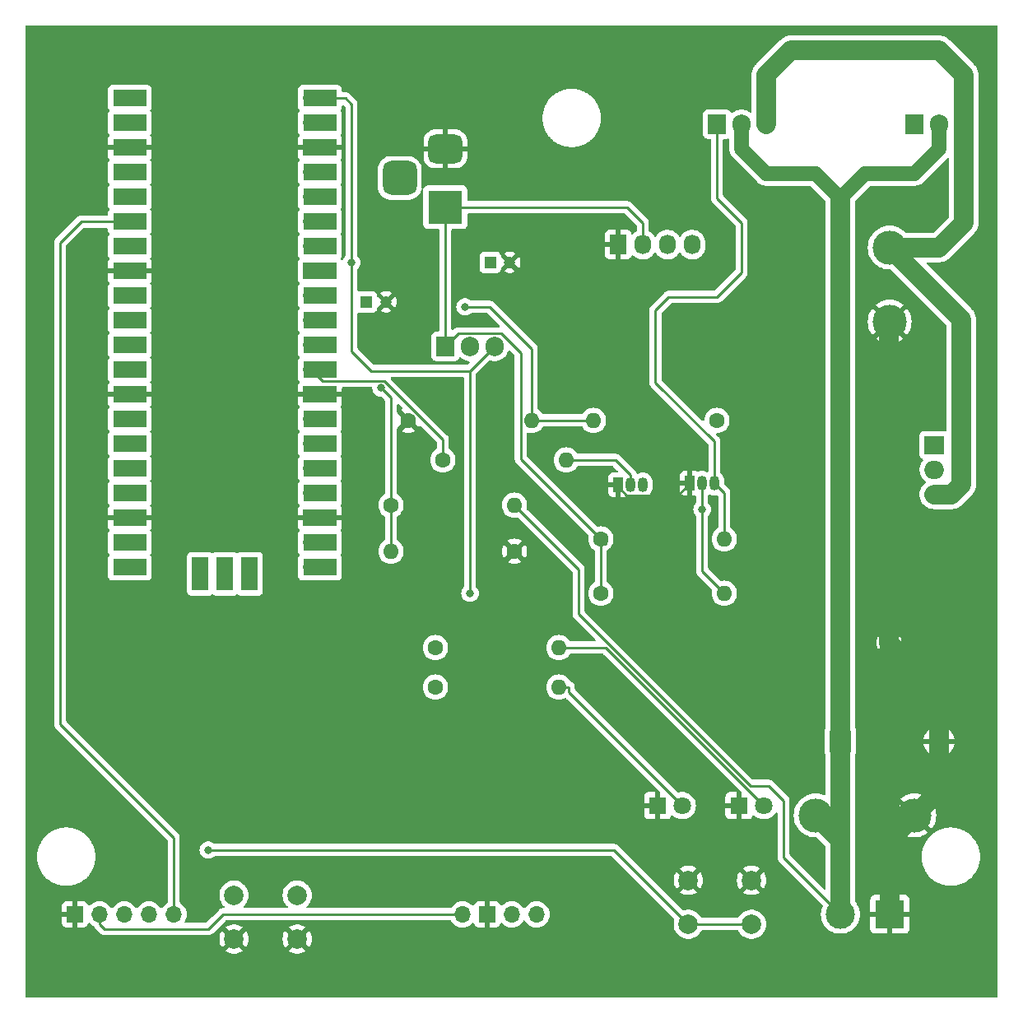
<source format=gbr>
%TF.GenerationSoftware,KiCad,Pcbnew,7.0.9-7.0.9~ubuntu22.04.1*%
%TF.CreationDate,2023-12-17T20:29:56+01:00*%
%TF.ProjectId,DC Load,4443204c-6f61-4642-9e6b-696361645f70,rev?*%
%TF.SameCoordinates,Original*%
%TF.FileFunction,Copper,L1,Top*%
%TF.FilePolarity,Positive*%
%FSLAX46Y46*%
G04 Gerber Fmt 4.6, Leading zero omitted, Abs format (unit mm)*
G04 Created by KiCad (PCBNEW 7.0.9-7.0.9~ubuntu22.04.1) date 2023-12-17 20:29:56*
%MOMM*%
%LPD*%
G01*
G04 APERTURE LIST*
G04 Aperture macros list*
%AMRoundRect*
0 Rectangle with rounded corners*
0 $1 Rounding radius*
0 $2 $3 $4 $5 $6 $7 $8 $9 X,Y pos of 4 corners*
0 Add a 4 corners polygon primitive as box body*
4,1,4,$2,$3,$4,$5,$6,$7,$8,$9,$2,$3,0*
0 Add four circle primitives for the rounded corners*
1,1,$1+$1,$2,$3*
1,1,$1+$1,$4,$5*
1,1,$1+$1,$6,$7*
1,1,$1+$1,$8,$9*
0 Add four rect primitives between the rounded corners*
20,1,$1+$1,$2,$3,$4,$5,0*
20,1,$1+$1,$4,$5,$6,$7,0*
20,1,$1+$1,$6,$7,$8,$9,0*
20,1,$1+$1,$8,$9,$2,$3,0*%
G04 Aperture macros list end*
%TA.AperFunction,ComponentPad*%
%ADD10C,1.600000*%
%TD*%
%TA.AperFunction,ComponentPad*%
%ADD11O,1.600000X1.600000*%
%TD*%
%TA.AperFunction,ComponentPad*%
%ADD12C,2.000000*%
%TD*%
%TA.AperFunction,ComponentPad*%
%ADD13R,1.800000X1.800000*%
%TD*%
%TA.AperFunction,ComponentPad*%
%ADD14C,1.800000*%
%TD*%
%TA.AperFunction,ComponentPad*%
%ADD15C,3.500000*%
%TD*%
%TA.AperFunction,ComponentPad*%
%ADD16R,2.000000X1.905000*%
%TD*%
%TA.AperFunction,ComponentPad*%
%ADD17O,2.000000X1.905000*%
%TD*%
%TA.AperFunction,ComponentPad*%
%ADD18R,1.905000X2.000000*%
%TD*%
%TA.AperFunction,ComponentPad*%
%ADD19O,1.905000X2.000000*%
%TD*%
%TA.AperFunction,ComponentPad*%
%ADD20R,1.700000X1.700000*%
%TD*%
%TA.AperFunction,ComponentPad*%
%ADD21O,1.700000X1.700000*%
%TD*%
%TA.AperFunction,SMDPad,CuDef*%
%ADD22R,3.500000X1.700000*%
%TD*%
%TA.AperFunction,SMDPad,CuDef*%
%ADD23R,1.700000X3.500000*%
%TD*%
%TA.AperFunction,ComponentPad*%
%ADD24R,1.730000X2.030000*%
%TD*%
%TA.AperFunction,ComponentPad*%
%ADD25O,1.730000X2.030000*%
%TD*%
%TA.AperFunction,ComponentPad*%
%ADD26R,1.050000X1.500000*%
%TD*%
%TA.AperFunction,ComponentPad*%
%ADD27O,1.050000X1.500000*%
%TD*%
%TA.AperFunction,ComponentPad*%
%ADD28R,3.500000X3.500000*%
%TD*%
%TA.AperFunction,ComponentPad*%
%ADD29RoundRect,0.750000X-1.000000X0.750000X-1.000000X-0.750000X1.000000X-0.750000X1.000000X0.750000X0*%
%TD*%
%TA.AperFunction,ComponentPad*%
%ADD30RoundRect,0.875000X-0.875000X0.875000X-0.875000X-0.875000X0.875000X-0.875000X0.875000X0.875000X0*%
%TD*%
%TA.AperFunction,ComponentPad*%
%ADD31R,1.600000X1.600000*%
%TD*%
%TA.AperFunction,ComponentPad*%
%ADD32R,1.200000X1.200000*%
%TD*%
%TA.AperFunction,ComponentPad*%
%ADD33C,1.200000*%
%TD*%
%TA.AperFunction,ComponentPad*%
%ADD34R,2.200000X2.200000*%
%TD*%
%TA.AperFunction,ComponentPad*%
%ADD35O,2.200000X2.200000*%
%TD*%
%TA.AperFunction,ComponentPad*%
%ADD36C,3.000000*%
%TD*%
%TA.AperFunction,ComponentPad*%
%ADD37R,3.000000X3.000000*%
%TD*%
%TA.AperFunction,ViaPad*%
%ADD38C,0.800000*%
%TD*%
%TA.AperFunction,Conductor*%
%ADD39C,0.250000*%
%TD*%
%TA.AperFunction,Conductor*%
%ADD40C,2.000000*%
%TD*%
%TA.AperFunction,Conductor*%
%ADD41C,1.500000*%
%TD*%
G04 APERTURE END LIST*
D10*
%TO.P,R4,1*%
%TO.N,Net-(J5-Pin_1)*%
X154940000Y-71120000D03*
D11*
%TO.P,R4,2*%
%TO.N,Net-(U2-GPIO26_ADC0)*%
X142240000Y-71120000D03*
%TD*%
D12*
%TO.P,SW1,1*%
%TO.N,GND*%
X151996000Y-118436000D03*
X158496000Y-118436000D03*
%TO.P,SW1,2*%
%TO.N,Net-(U2-GPIO15)*%
X151996000Y-122936000D03*
X158496000Y-122936000D03*
%TD*%
D13*
%TO.P,D3,1,K*%
%TO.N,GND*%
X148844000Y-110744000D03*
D14*
%TO.P,D3,2,A*%
%TO.N,Net-(D3-A)*%
X151384000Y-110744000D03*
%TD*%
D10*
%TO.P,R9,1*%
%TO.N,+12V*%
X143002000Y-88900000D03*
D11*
%TO.P,R9,2*%
%TO.N,Net-(Q4-C)*%
X155702000Y-88900000D03*
%TD*%
D13*
%TO.P,D2,1,K*%
%TO.N,GND*%
X157221000Y-110744000D03*
D14*
%TO.P,D2,2,A*%
%TO.N,Net-(D2-A)*%
X159761000Y-110744000D03*
%TD*%
D10*
%TO.P,R7,1*%
%TO.N,Net-(U2-GPIO22)*%
X126746000Y-75184000D03*
D11*
%TO.P,R7,2*%
%TO.N,Net-(Q4-B)*%
X139446000Y-75184000D03*
%TD*%
D15*
%TO.P,J5,1,Pin_1*%
%TO.N,Net-(J5-Pin_1)*%
X172720000Y-53340000D03*
%TD*%
D10*
%TO.P,R3,1*%
%TO.N,GND*%
X123190000Y-71120000D03*
D11*
%TO.P,R3,2*%
%TO.N,Net-(U2-GPIO26_ADC0)*%
X135890000Y-71120000D03*
%TD*%
D15*
%TO.P,J4,1,Pin_1*%
%TO.N,GND*%
X175260000Y-111760000D03*
%TD*%
D10*
%TO.P,R6,1*%
%TO.N,Net-(U2-GPIO17)*%
X125984000Y-94488000D03*
D11*
%TO.P,R6,2*%
%TO.N,Net-(D2-A)*%
X138684000Y-94488000D03*
%TD*%
D10*
%TO.P,R10,1*%
%TO.N,ADC1*%
X121412000Y-79832000D03*
D11*
%TO.P,R10,2*%
%TO.N,Net-(D1-K)*%
X134112000Y-79832000D03*
%TD*%
D16*
%TO.P,Q3,1,G*%
%TO.N,Net-(Q1-G)*%
X177292000Y-73660000D03*
D17*
%TO.P,Q3,2,D*%
%TO.N,Net-(D1-K)*%
X177292000Y-76200000D03*
%TO.P,Q3,3,S*%
%TO.N,Net-(J5-Pin_1)*%
X177292000Y-78740000D03*
%TD*%
D18*
%TO.P,Q1,1,G*%
%TO.N,Net-(Q1-G)*%
X154940000Y-40640000D03*
D19*
%TO.P,Q1,2,D*%
%TO.N,Net-(D1-K)*%
X157480000Y-40640000D03*
%TO.P,Q1,3,S*%
%TO.N,Net-(J5-Pin_1)*%
X160020000Y-40640000D03*
%TD*%
D20*
%TO.P,J8,1,Pin_1*%
%TO.N,GND*%
X88900000Y-121920000D03*
D21*
%TO.P,J8,2,Pin_2*%
%TO.N,+5V*%
X91440000Y-121920000D03*
%TO.P,J8,3,Pin_3*%
%TO.N,Net-(J8-Pin_3)*%
X93980000Y-121920000D03*
%TO.P,J8,4,Pin_4*%
%TO.N,Net-(J8-Pin_4)*%
X96520000Y-121920000D03*
%TO.P,J8,5,Pin_5*%
%TO.N,Net-(J8-Pin_5)*%
X99060000Y-121920000D03*
%TD*%
%TO.P,U2,1,GPIO0*%
%TO.N,Net-(M1-Tacho)*%
X95435000Y-37970000D03*
D22*
X94535000Y-37970000D03*
D21*
%TO.P,U2,2,GPIO1*%
%TO.N,Net-(M1-PWM)*%
X95435000Y-40510000D03*
D22*
X94535000Y-40510000D03*
D20*
%TO.P,U2,3,GND*%
%TO.N,GND*%
X95435000Y-43050000D03*
D22*
X94535000Y-43050000D03*
D21*
%TO.P,U2,4,GPIO2*%
%TO.N,Net-(J8-Pin_3)*%
X95435000Y-45590000D03*
D22*
X94535000Y-45590000D03*
D21*
%TO.P,U2,5,GPIO3*%
%TO.N,Net-(J8-Pin_4)*%
X95435000Y-48130000D03*
D22*
X94535000Y-48130000D03*
D21*
%TO.P,U2,6,GPIO4*%
%TO.N,Net-(J8-Pin_5)*%
X95435000Y-50670000D03*
D22*
X94535000Y-50670000D03*
D21*
%TO.P,U2,7,GPIO5*%
%TO.N,unconnected-(U2-GPIO5-Pad7)*%
X95435000Y-53210000D03*
D22*
X94535000Y-53210000D03*
D20*
%TO.P,U2,8,GND*%
%TO.N,GND*%
X95435000Y-55750000D03*
D22*
X94535000Y-55750000D03*
D21*
%TO.P,U2,9,GPIO6*%
%TO.N,unconnected-(U2-GPIO6-Pad9)*%
X95435000Y-58290000D03*
D22*
X94535000Y-58290000D03*
D21*
%TO.P,U2,10,GPIO7*%
%TO.N,unconnected-(U2-GPIO7-Pad10)*%
X95435000Y-60830000D03*
D22*
X94535000Y-60830000D03*
D21*
%TO.P,U2,11,GPIO8*%
%TO.N,Net-(U2-GPIO8)*%
X95435000Y-63370000D03*
D22*
X94535000Y-63370000D03*
D21*
%TO.P,U2,12,GPIO9*%
%TO.N,unconnected-(U2-GPIO9-Pad12)*%
X95435000Y-65910000D03*
D22*
X94535000Y-65910000D03*
D20*
%TO.P,U2,13,GND*%
%TO.N,GND*%
X95435000Y-68450000D03*
D22*
X94535000Y-68450000D03*
D21*
%TO.P,U2,14,GPIO10*%
%TO.N,unconnected-(U2-GPIO10-Pad14)*%
X95435000Y-70990000D03*
D22*
X94535000Y-70990000D03*
D21*
%TO.P,U2,15,GPIO11*%
%TO.N,unconnected-(U2-GPIO11-Pad15)*%
X95435000Y-73530000D03*
D22*
X94535000Y-73530000D03*
D21*
%TO.P,U2,16,GPIO12*%
%TO.N,unconnected-(U2-GPIO12-Pad16)*%
X95435000Y-76070000D03*
D22*
X94535000Y-76070000D03*
D21*
%TO.P,U2,17,GPIO13*%
%TO.N,unconnected-(U2-GPIO13-Pad17)*%
X95435000Y-78610000D03*
D22*
X94535000Y-78610000D03*
D20*
%TO.P,U2,18,GND*%
%TO.N,GND*%
X95435000Y-81150000D03*
D22*
X94535000Y-81150000D03*
D21*
%TO.P,U2,19,GPIO14*%
%TO.N,unconnected-(U2-GPIO14-Pad19)*%
X95435000Y-83690000D03*
D22*
X94535000Y-83690000D03*
D21*
%TO.P,U2,20,GPIO15*%
%TO.N,Net-(U2-GPIO15)*%
X95435000Y-86230000D03*
D22*
X94535000Y-86230000D03*
D21*
%TO.P,U2,21,GPIO16*%
%TO.N,Net-(U2-GPIO16)*%
X113215000Y-86230000D03*
D22*
X114115000Y-86230000D03*
D21*
%TO.P,U2,22,GPIO17*%
%TO.N,Net-(U2-GPIO17)*%
X113215000Y-83690000D03*
D22*
X114115000Y-83690000D03*
D20*
%TO.P,U2,23,GND*%
%TO.N,GND*%
X113215000Y-81150000D03*
D22*
X114115000Y-81150000D03*
D21*
%TO.P,U2,24,GPIO18*%
%TO.N,unconnected-(U2-GPIO18-Pad24)*%
X113215000Y-78610000D03*
D22*
X114115000Y-78610000D03*
D21*
%TO.P,U2,25,GPIO19*%
%TO.N,unconnected-(U2-GPIO19-Pad25)*%
X113215000Y-76070000D03*
D22*
X114115000Y-76070000D03*
D21*
%TO.P,U2,26,GPIO20*%
%TO.N,Net-(J1-Pin_1)*%
X113215000Y-73530000D03*
D22*
X114115000Y-73530000D03*
D21*
%TO.P,U2,27,GPIO21*%
%TO.N,Net-(J1-Pin_2)*%
X113215000Y-70990000D03*
D22*
X114115000Y-70990000D03*
D20*
%TO.P,U2,28,GND*%
%TO.N,GND*%
X113215000Y-68450000D03*
D22*
X114115000Y-68450000D03*
D21*
%TO.P,U2,29,GPIO22*%
%TO.N,Net-(U2-GPIO22)*%
X113215000Y-65910000D03*
D22*
X114115000Y-65910000D03*
D21*
%TO.P,U2,30,RUN*%
%TO.N,unconnected-(U2-RUN-Pad30)*%
X113215000Y-63370000D03*
D22*
X114115000Y-63370000D03*
D21*
%TO.P,U2,31,GPIO26_ADC0*%
%TO.N,Net-(U2-GPIO26_ADC0)*%
X113215000Y-60830000D03*
D22*
X114115000Y-60830000D03*
D21*
%TO.P,U2,32,GPIO27_ADC1*%
%TO.N,ADC1*%
X113215000Y-58290000D03*
D22*
X114115000Y-58290000D03*
D20*
%TO.P,U2,33,AGND*%
%TO.N,unconnected-(U2-AGND-Pad33)*%
X113215000Y-55750000D03*
D22*
X114115000Y-55750000D03*
D21*
%TO.P,U2,34,GPIO28_ADC2*%
%TO.N,unconnected-(U2-GPIO28_ADC2-Pad34)*%
X113215000Y-53210000D03*
D22*
X114115000Y-53210000D03*
D21*
%TO.P,U2,35,ADC_VREF*%
%TO.N,unconnected-(U2-ADC_VREF-Pad35)*%
X113215000Y-50670000D03*
D22*
X114115000Y-50670000D03*
D21*
%TO.P,U2,36,3V3*%
%TO.N,unconnected-(U2-3V3-Pad36)*%
X113215000Y-48130000D03*
D22*
X114115000Y-48130000D03*
D21*
%TO.P,U2,37,3V3_EN*%
%TO.N,unconnected-(U2-3V3_EN-Pad37)*%
X113215000Y-45590000D03*
D22*
X114115000Y-45590000D03*
D20*
%TO.P,U2,38,GND*%
%TO.N,GND*%
X113215000Y-43050000D03*
D22*
X114115000Y-43050000D03*
D21*
%TO.P,U2,39,VSYS*%
%TO.N,unconnected-(U2-VSYS-Pad39)*%
X113215000Y-40510000D03*
D22*
X114115000Y-40510000D03*
D21*
%TO.P,U2,40,VBUS*%
%TO.N,+5V*%
X113215000Y-37970000D03*
D22*
X114115000Y-37970000D03*
D21*
%TO.P,U2,41,SWCLK*%
%TO.N,unconnected-(U2-SWCLK-Pad41)*%
X101785000Y-86000000D03*
D23*
X101785000Y-86900000D03*
D20*
%TO.P,U2,42,GND*%
%TO.N,unconnected-(U2-GND-Pad42)*%
X104325000Y-86000000D03*
D23*
X104325000Y-86900000D03*
D21*
%TO.P,U2,43,SWDIO*%
%TO.N,unconnected-(U2-SWDIO-Pad43)*%
X106865000Y-86000000D03*
D23*
X106865000Y-86900000D03*
%TD*%
D24*
%TO.P,M1,1,-*%
%TO.N,GND*%
X144780000Y-53040000D03*
D25*
%TO.P,M1,2,+*%
%TO.N,+12V*%
X147320000Y-53040000D03*
%TO.P,M1,3,Tacho*%
%TO.N,Net-(M1-Tacho)*%
X149860000Y-53040000D03*
%TO.P,M1,4,PWM*%
%TO.N,Net-(M1-PWM)*%
X152400000Y-53040000D03*
%TD*%
D15*
%TO.P,J7,1,Pin_1*%
%TO.N,Net-(D1-K)*%
X165100000Y-111760000D03*
%TD*%
D26*
%TO.P,Q5,1,E*%
%TO.N,GND*%
X152146000Y-77576000D03*
D27*
%TO.P,Q5,2,B*%
%TO.N,Net-(Q4-C)*%
X153416000Y-77576000D03*
%TO.P,Q5,3,C*%
%TO.N,Net-(Q1-G)*%
X154686000Y-77576000D03*
%TD*%
D12*
%TO.P,SW2,1*%
%TO.N,Net-(U2-GPIO8)*%
X105260000Y-119960000D03*
X111760000Y-119960000D03*
%TO.P,SW2,2*%
%TO.N,GND*%
X105260000Y-124460000D03*
X111760000Y-124460000D03*
%TD*%
D28*
%TO.P,J3,1*%
%TO.N,+12V*%
X127000000Y-49180000D03*
D29*
%TO.P,J3,2*%
%TO.N,GND*%
X127000000Y-43180000D03*
D30*
%TO.P,J3,3*%
%TO.N,unconnected-(J3-Pad3)*%
X122300000Y-46180000D03*
%TD*%
D31*
%TO.P,C3,1*%
%TO.N,Net-(D1-K)*%
X167640000Y-93980000D03*
D10*
%TO.P,C3,2*%
%TO.N,GND*%
X172640000Y-93980000D03*
%TD*%
D32*
%TO.P,C4,1*%
%TO.N,Net-(U2-GPIO26_ADC0)*%
X118904000Y-58928000D03*
D33*
%TO.P,C4,2*%
%TO.N,GND*%
X120904000Y-58928000D03*
%TD*%
D21*
%TO.P,J1,1,Pin_1*%
%TO.N,Net-(J1-Pin_1)*%
X136388000Y-121920000D03*
%TO.P,J1,2,Pin_2*%
%TO.N,Net-(J1-Pin_2)*%
X133848000Y-121920000D03*
D20*
%TO.P,J1,3,Pin_3*%
%TO.N,GND*%
X131308000Y-121920000D03*
D21*
%TO.P,J1,4,Pin_4*%
%TO.N,+5V*%
X128768000Y-121920000D03*
%TD*%
D10*
%TO.P,R5,1*%
%TO.N,Net-(U2-GPIO16)*%
X125984000Y-98552000D03*
D11*
%TO.P,R5,2*%
%TO.N,Net-(D3-A)*%
X138684000Y-98552000D03*
%TD*%
D15*
%TO.P,J6,1,Pin_1*%
%TO.N,GND*%
X172720000Y-60960000D03*
%TD*%
D18*
%TO.P,Q2,1,G*%
%TO.N,Net-(Q1-G)*%
X175260000Y-40640000D03*
D19*
%TO.P,Q2,2,D*%
%TO.N,Net-(D1-K)*%
X177800000Y-40640000D03*
%TO.P,Q2,3,S*%
%TO.N,Net-(J5-Pin_1)*%
X180340000Y-40640000D03*
%TD*%
D34*
%TO.P,D1,1,K*%
%TO.N,Net-(D1-K)*%
X167640000Y-104140000D03*
D35*
%TO.P,D1,2,A*%
%TO.N,GND*%
X177800000Y-104140000D03*
%TD*%
D36*
%TO.P,J2,1,Pin_1*%
%TO.N,Net-(D1-K)*%
X167640000Y-121920000D03*
D37*
%TO.P,J2,2,Pin_2*%
%TO.N,GND*%
X172720000Y-121920000D03*
%TD*%
D32*
%TO.P,C2,1*%
%TO.N,+5V*%
X131632888Y-54864000D03*
D33*
%TO.P,C2,2*%
%TO.N,GND*%
X133632888Y-54864000D03*
%TD*%
D10*
%TO.P,R8,1*%
%TO.N,+12V*%
X143002000Y-83312000D03*
D11*
%TO.P,R8,2*%
%TO.N,Net-(Q1-G)*%
X155702000Y-83312000D03*
%TD*%
D10*
%TO.P,R11,1*%
%TO.N,GND*%
X134112000Y-84582000D03*
D11*
%TO.P,R11,2*%
%TO.N,ADC1*%
X121412000Y-84582000D03*
%TD*%
D18*
%TO.P,U1,1,IN*%
%TO.N,+12V*%
X127000000Y-63500000D03*
D19*
%TO.P,U1,2,GND*%
%TO.N,GND*%
X129540000Y-63500000D03*
%TO.P,U1,3,OUT*%
%TO.N,+5V*%
X132080000Y-63500000D03*
%TD*%
D26*
%TO.P,Q4,1,E*%
%TO.N,GND*%
X144780000Y-77724000D03*
D27*
%TO.P,Q4,2,B*%
%TO.N,Net-(Q4-B)*%
X146050000Y-77724000D03*
%TO.P,Q4,3,C*%
%TO.N,Net-(Q4-C)*%
X147320000Y-77724000D03*
%TD*%
D38*
%TO.N,+5V*%
X117348000Y-54864000D03*
X129540000Y-88900000D03*
%TO.N,Net-(U2-GPIO26_ADC0)*%
X129032000Y-59436000D03*
%TO.N,ADC1*%
X120396000Y-67780500D03*
%TO.N,Net-(U2-GPIO15)*%
X102616000Y-115316000D03*
%TO.N,Net-(Q4-C)*%
X153416000Y-80264000D03*
%TD*%
D39*
%TO.N,Net-(Q1-G)*%
X155702000Y-78592000D02*
X154686000Y-77576000D01*
X154686000Y-73286000D02*
X148610000Y-67210000D01*
X154940000Y-48260000D02*
X157480000Y-50800000D01*
X149980000Y-58420000D02*
X148610000Y-59790000D01*
X148610000Y-67210000D02*
X148610000Y-63754000D01*
X154940000Y-40640000D02*
X154940000Y-48260000D01*
X148610000Y-59790000D02*
X148610000Y-63754000D01*
X157480000Y-50800000D02*
X157480000Y-55880000D01*
X157480000Y-55880000D02*
X154940000Y-58420000D01*
X154686000Y-77576000D02*
X154686000Y-73286000D01*
X154940000Y-58420000D02*
X149980000Y-58420000D01*
X155702000Y-83312000D02*
X155702000Y-78592000D01*
D40*
%TO.N,Net-(J5-Pin_1)*%
X180340000Y-50800000D02*
X180340000Y-40640000D01*
X180086000Y-77724000D02*
X179070000Y-78740000D01*
X172720000Y-53340000D02*
X177800000Y-53340000D01*
X160020000Y-35560000D02*
X160020000Y-40640000D01*
X177800000Y-53340000D02*
X180340000Y-50800000D01*
X180086000Y-60706000D02*
X180086000Y-77724000D01*
X180340000Y-35560000D02*
X177800000Y-33020000D01*
X179070000Y-78740000D02*
X177292000Y-78740000D01*
X162560000Y-33020000D02*
X160020000Y-35560000D01*
X177800000Y-33020000D02*
X162560000Y-33020000D01*
X180340000Y-40640000D02*
X180340000Y-35560000D01*
X172720000Y-53340000D02*
X180086000Y-60706000D01*
D39*
%TO.N,Net-(D1-K)*%
X167640000Y-121920000D02*
X161798000Y-116078000D01*
X158365396Y-108712000D02*
X140716000Y-91062604D01*
X140716000Y-86436000D02*
X134112000Y-79832000D01*
X161798000Y-110236000D02*
X160274000Y-108712000D01*
D41*
X165100000Y-45720000D02*
X160020000Y-45720000D01*
X160020000Y-45720000D02*
X157480000Y-43180000D01*
X157480000Y-43180000D02*
X157480000Y-40640000D01*
D40*
X167640000Y-104140000D02*
X167640000Y-93980000D01*
X167640000Y-121920000D02*
X167640000Y-116840000D01*
D41*
X170180000Y-45720000D02*
X175260000Y-45720000D01*
D39*
X140716000Y-91062604D02*
X140716000Y-86436000D01*
D40*
X167640000Y-116840000D02*
X167640000Y-104140000D01*
D41*
X175260000Y-45720000D02*
X177800000Y-43180000D01*
D39*
X160274000Y-108712000D02*
X158365396Y-108712000D01*
D40*
X165100000Y-111760000D02*
X167640000Y-114300000D01*
D41*
X167640000Y-48260000D02*
X165100000Y-45720000D01*
X167640000Y-48260000D02*
X170180000Y-45720000D01*
D39*
X161798000Y-116078000D02*
X161798000Y-110236000D01*
D41*
X177800000Y-43180000D02*
X177800000Y-40640000D01*
D39*
X167640000Y-114300000D02*
X167640000Y-116840000D01*
D40*
X167640000Y-48260000D02*
X167640000Y-93980000D01*
%TO.N,GND*%
X172640000Y-93980000D02*
X172640000Y-61040000D01*
X172720000Y-121920000D02*
X172720000Y-114300000D01*
X172720000Y-121920000D02*
X172720000Y-94060000D01*
D39*
X172720000Y-94060000D02*
X172640000Y-93980000D01*
D40*
X177800000Y-99140000D02*
X172640000Y-93980000D01*
X177800000Y-109220000D02*
X177800000Y-104140000D01*
D39*
X145630000Y-78799000D02*
X150923000Y-78799000D01*
X150923000Y-78799000D02*
X152146000Y-77576000D01*
D40*
X175260000Y-111760000D02*
X177800000Y-109220000D01*
X177800000Y-104140000D02*
X177800000Y-99140000D01*
D39*
X144780000Y-77949000D02*
X145630000Y-78799000D01*
D40*
X172720000Y-114300000D02*
X175260000Y-111760000D01*
D39*
X172640000Y-61040000D02*
X172720000Y-60960000D01*
X144780000Y-77724000D02*
X144780000Y-77949000D01*
%TO.N,+5V*%
X102616000Y-123444000D02*
X104140000Y-121920000D01*
X117348000Y-64008000D02*
X117348000Y-38608000D01*
X91440000Y-122936000D02*
X91948000Y-123444000D01*
X129540000Y-66040000D02*
X119380000Y-66040000D01*
X128768000Y-121920000D02*
X104140000Y-121920000D01*
X116710000Y-37970000D02*
X113215000Y-37970000D01*
X91948000Y-123444000D02*
X102616000Y-123444000D01*
X132080000Y-63500000D02*
X129540000Y-66040000D01*
X91440000Y-121920000D02*
X91440000Y-122936000D01*
X129540000Y-88900000D02*
X129540000Y-66040000D01*
X117348000Y-38608000D02*
X116710000Y-37970000D01*
X119380000Y-66040000D02*
X117348000Y-64008000D01*
%TO.N,+12V*%
X143510000Y-83820000D02*
X143002000Y-83312000D01*
X143002000Y-83312000D02*
X143002000Y-88900000D01*
X134765000Y-64153000D02*
X132787000Y-62175000D01*
X143002000Y-83312000D02*
X134765000Y-75075000D01*
X147320000Y-53040000D02*
X147320000Y-50800000D01*
X127000000Y-49180000D02*
X127000000Y-63500000D01*
X147320000Y-50800000D02*
X145700000Y-49180000D01*
X145700000Y-49180000D02*
X127000000Y-49180000D01*
X134765000Y-75075000D02*
X134765000Y-64153000D01*
X132787000Y-62175000D02*
X128325000Y-62175000D01*
X128325000Y-62175000D02*
X127000000Y-63500000D01*
%TO.N,Net-(U2-GPIO26_ADC0)*%
X131572000Y-59436000D02*
X135890000Y-63754000D01*
X135890000Y-71120000D02*
X142240000Y-71120000D01*
X129032000Y-59436000D02*
X131572000Y-59436000D01*
X135890000Y-63754000D02*
X135890000Y-71120000D01*
%TO.N,Net-(D2-A)*%
X143505000Y-94488000D02*
X159761000Y-110744000D01*
X138684000Y-94488000D02*
X143505000Y-94488000D01*
%TO.N,Net-(D3-A)*%
X139700000Y-99060000D02*
X151384000Y-110744000D01*
X139700000Y-98552000D02*
X139700000Y-99060000D01*
X139700000Y-98552000D02*
X138684000Y-98552000D01*
%TO.N,ADC1*%
X121412000Y-79832000D02*
X121412000Y-84582000D01*
X120396000Y-67780500D02*
X121412000Y-68796500D01*
X121412000Y-68796500D02*
X121412000Y-79832000D01*
%TO.N,Net-(J8-Pin_5)*%
X87376000Y-102362000D02*
X87376000Y-52832000D01*
X89538000Y-50670000D02*
X95435000Y-50670000D01*
X87376000Y-52832000D02*
X89538000Y-50670000D01*
X99060000Y-121920000D02*
X99060000Y-114046000D01*
X99060000Y-114046000D02*
X87376000Y-102362000D01*
%TO.N,Net-(U2-GPIO15)*%
X102616000Y-115316000D02*
X144376000Y-115316000D01*
X144376000Y-115316000D02*
X151996000Y-122936000D01*
X151996000Y-122936000D02*
X158496000Y-122936000D01*
%TO.N,Net-(Q4-B)*%
X146050000Y-76724000D02*
X146050000Y-77724000D01*
X139446000Y-75184000D02*
X144510000Y-75184000D01*
X144510000Y-75184000D02*
X146050000Y-76724000D01*
%TO.N,Net-(Q4-C)*%
X153416000Y-86614000D02*
X155702000Y-88900000D01*
X153416000Y-77576000D02*
X153416000Y-86614000D01*
%TO.N,Net-(U2-GPIO22)*%
X114361000Y-67056000D02*
X113215000Y-65910000D01*
X120716991Y-67056000D02*
X114361000Y-67056000D01*
X126746000Y-75184000D02*
X126746000Y-73085009D01*
X126746000Y-73085009D02*
X120716991Y-67056000D01*
%TD*%
%TA.AperFunction,Conductor*%
%TO.N,GND*%
G36*
X122242703Y-69466748D02*
G01*
X122249181Y-69472780D01*
X122568299Y-69791898D01*
X122601784Y-69853221D01*
X122596800Y-69922913D01*
X122554928Y-69978846D01*
X122541907Y-69986657D01*
X122542199Y-69987163D01*
X122537514Y-69989867D01*
X122464526Y-70040973D01*
X123145599Y-70722046D01*
X123064852Y-70734835D01*
X122951955Y-70792359D01*
X122862359Y-70881955D01*
X122804835Y-70994852D01*
X122792046Y-71075599D01*
X122073819Y-70357372D01*
X122040334Y-70296049D01*
X122037500Y-70269691D01*
X122037500Y-69560461D01*
X122057185Y-69493422D01*
X122109989Y-69447667D01*
X122179147Y-69437723D01*
X122242703Y-69466748D01*
G37*
%TD.AperFunction*%
%TA.AperFunction,Conductor*%
G36*
X116570703Y-38715739D02*
G01*
X116577181Y-38721771D01*
X116686181Y-38830771D01*
X116719666Y-38892094D01*
X116722500Y-38918452D01*
X116722500Y-54165312D01*
X116702815Y-54232351D01*
X116690650Y-54248284D01*
X116615466Y-54331784D01*
X116520821Y-54495715D01*
X116520819Y-54495719D01*
X116493846Y-54578734D01*
X116454408Y-54636409D01*
X116390049Y-54663607D01*
X116321203Y-54651692D01*
X116276649Y-54614726D01*
X116236054Y-54560499D01*
X116231421Y-54554310D01*
X116207004Y-54488847D01*
X116221855Y-54420574D01*
X116231416Y-54405696D01*
X116308796Y-54302331D01*
X116359091Y-54167483D01*
X116365500Y-54107873D01*
X116365499Y-52312128D01*
X116359091Y-52252517D01*
X116347575Y-52221642D01*
X116308797Y-52117671D01*
X116308795Y-52117668D01*
X116231421Y-52014309D01*
X116207004Y-51948848D01*
X116221855Y-51880575D01*
X116231416Y-51865696D01*
X116308796Y-51762331D01*
X116359091Y-51627483D01*
X116365500Y-51567873D01*
X116365499Y-49772128D01*
X116359091Y-49712517D01*
X116308796Y-49577669D01*
X116231421Y-49474309D01*
X116207004Y-49408848D01*
X116221855Y-49340575D01*
X116231416Y-49325696D01*
X116308796Y-49222331D01*
X116359091Y-49087483D01*
X116365500Y-49027873D01*
X116365499Y-47232128D01*
X116359091Y-47172517D01*
X116350180Y-47148626D01*
X116308797Y-47037671D01*
X116308795Y-47037668D01*
X116231421Y-46934309D01*
X116207004Y-46868848D01*
X116221855Y-46800575D01*
X116231416Y-46785696D01*
X116308796Y-46682331D01*
X116359091Y-46547483D01*
X116365500Y-46487873D01*
X116365499Y-44692128D01*
X116359091Y-44632517D01*
X116357405Y-44627997D01*
X116308797Y-44497671D01*
X116308795Y-44497668D01*
X116300876Y-44487089D01*
X116231109Y-44393893D01*
X116206692Y-44328430D01*
X116221543Y-44260157D01*
X116231110Y-44245271D01*
X116308352Y-44142089D01*
X116308354Y-44142086D01*
X116358596Y-44007379D01*
X116358598Y-44007372D01*
X116364999Y-43947844D01*
X116365000Y-43947827D01*
X116365000Y-43300000D01*
X113660572Y-43300000D01*
X113683682Y-43264040D01*
X113725000Y-43123327D01*
X113725000Y-42976673D01*
X113683682Y-42835960D01*
X113660572Y-42800000D01*
X116365000Y-42800000D01*
X116365000Y-42152172D01*
X116364999Y-42152155D01*
X116358598Y-42092627D01*
X116358596Y-42092620D01*
X116308354Y-41957913D01*
X116308352Y-41957910D01*
X116231110Y-41854729D01*
X116206692Y-41789265D01*
X116221543Y-41720992D01*
X116231105Y-41706111D01*
X116308796Y-41602331D01*
X116359091Y-41467483D01*
X116365500Y-41407873D01*
X116365499Y-39612128D01*
X116359091Y-39552517D01*
X116351631Y-39532517D01*
X116308797Y-39417671D01*
X116308795Y-39417668D01*
X116293820Y-39397664D01*
X116231421Y-39314309D01*
X116207004Y-39248848D01*
X116221855Y-39180575D01*
X116231416Y-39165696D01*
X116308796Y-39062331D01*
X116359091Y-38927483D01*
X116365500Y-38867873D01*
X116365500Y-38809452D01*
X116385185Y-38742413D01*
X116437989Y-38696658D01*
X116507147Y-38686714D01*
X116570703Y-38715739D01*
G37*
%TD.AperFunction*%
%TA.AperFunction,Conductor*%
G36*
X183762539Y-30500185D02*
G01*
X183808294Y-30552989D01*
X183819500Y-30604500D01*
X183819500Y-130355500D01*
X183799815Y-130422539D01*
X183747011Y-130468294D01*
X183695500Y-130479500D01*
X83944500Y-130479500D01*
X83877461Y-130459815D01*
X83831706Y-130407011D01*
X83820500Y-130355500D01*
X83820500Y-124460005D01*
X103754859Y-124460005D01*
X103775385Y-124707729D01*
X103775387Y-124707738D01*
X103836412Y-124948717D01*
X103936266Y-125176364D01*
X104036564Y-125329882D01*
X104734070Y-124632376D01*
X104736884Y-124645915D01*
X104806442Y-124780156D01*
X104909638Y-124890652D01*
X105038819Y-124969209D01*
X105090002Y-124983549D01*
X104389942Y-125683609D01*
X104436768Y-125720055D01*
X104436770Y-125720056D01*
X104655385Y-125838364D01*
X104655396Y-125838369D01*
X104890506Y-125919083D01*
X105135707Y-125960000D01*
X105384293Y-125960000D01*
X105629493Y-125919083D01*
X105864603Y-125838369D01*
X105864614Y-125838364D01*
X106083228Y-125720057D01*
X106083231Y-125720055D01*
X106130056Y-125683609D01*
X105431568Y-124985121D01*
X105548458Y-124934349D01*
X105665739Y-124838934D01*
X105752928Y-124715415D01*
X105783354Y-124629802D01*
X106483434Y-125329882D01*
X106583731Y-125176369D01*
X106683587Y-124948717D01*
X106744612Y-124707738D01*
X106744614Y-124707729D01*
X106765141Y-124460005D01*
X110254859Y-124460005D01*
X110275385Y-124707729D01*
X110275387Y-124707738D01*
X110336412Y-124948717D01*
X110436266Y-125176364D01*
X110536564Y-125329882D01*
X111234070Y-124632376D01*
X111236884Y-124645915D01*
X111306442Y-124780156D01*
X111409638Y-124890652D01*
X111538819Y-124969209D01*
X111590002Y-124983549D01*
X110889942Y-125683609D01*
X110936768Y-125720055D01*
X110936770Y-125720056D01*
X111155385Y-125838364D01*
X111155396Y-125838369D01*
X111390506Y-125919083D01*
X111635707Y-125960000D01*
X111884293Y-125960000D01*
X112129493Y-125919083D01*
X112364603Y-125838369D01*
X112364614Y-125838364D01*
X112583228Y-125720057D01*
X112583231Y-125720055D01*
X112630056Y-125683609D01*
X111931568Y-124985121D01*
X112048458Y-124934349D01*
X112165739Y-124838934D01*
X112252928Y-124715415D01*
X112283354Y-124629802D01*
X112983434Y-125329882D01*
X113083731Y-125176369D01*
X113183587Y-124948717D01*
X113244612Y-124707738D01*
X113244614Y-124707729D01*
X113265141Y-124460005D01*
X113265141Y-124459994D01*
X113244614Y-124212270D01*
X113244612Y-124212261D01*
X113183587Y-123971282D01*
X113083731Y-123743630D01*
X112983434Y-123590116D01*
X112285929Y-124287622D01*
X112283116Y-124274085D01*
X112213558Y-124139844D01*
X112110362Y-124029348D01*
X111981181Y-123950791D01*
X111929997Y-123936450D01*
X112630057Y-123236390D01*
X112630056Y-123236389D01*
X112583229Y-123199943D01*
X112364614Y-123081635D01*
X112364603Y-123081630D01*
X112129493Y-123000916D01*
X111884293Y-122960000D01*
X111635707Y-122960000D01*
X111390506Y-123000916D01*
X111155396Y-123081630D01*
X111155390Y-123081632D01*
X110936761Y-123199949D01*
X110889942Y-123236388D01*
X110889942Y-123236390D01*
X111588431Y-123934878D01*
X111471542Y-123985651D01*
X111354261Y-124081066D01*
X111267072Y-124204585D01*
X111236645Y-124290197D01*
X110536564Y-123590116D01*
X110436267Y-123743632D01*
X110336412Y-123971282D01*
X110275387Y-124212261D01*
X110275385Y-124212270D01*
X110254859Y-124459994D01*
X110254859Y-124460005D01*
X106765141Y-124460005D01*
X106765141Y-124459994D01*
X106744614Y-124212270D01*
X106744612Y-124212261D01*
X106683587Y-123971282D01*
X106583731Y-123743630D01*
X106483434Y-123590116D01*
X105785929Y-124287622D01*
X105783116Y-124274085D01*
X105713558Y-124139844D01*
X105610362Y-124029348D01*
X105481181Y-123950791D01*
X105429997Y-123936450D01*
X106130057Y-123236390D01*
X106130056Y-123236389D01*
X106083229Y-123199943D01*
X105864614Y-123081635D01*
X105864603Y-123081630D01*
X105629493Y-123000916D01*
X105384293Y-122960000D01*
X105135707Y-122960000D01*
X104890506Y-123000916D01*
X104655396Y-123081630D01*
X104655390Y-123081632D01*
X104436761Y-123199949D01*
X104389942Y-123236388D01*
X104389942Y-123236390D01*
X105088431Y-123934878D01*
X104971542Y-123985651D01*
X104854261Y-124081066D01*
X104767072Y-124204585D01*
X104736645Y-124290197D01*
X104036564Y-123590116D01*
X103936267Y-123743632D01*
X103836412Y-123971282D01*
X103775387Y-124212261D01*
X103775385Y-124212270D01*
X103754859Y-124459994D01*
X103754859Y-124460005D01*
X83820500Y-124460005D01*
X83820500Y-116000003D01*
X84994415Y-116000003D01*
X85002433Y-116137658D01*
X85002538Y-116141264D01*
X85002538Y-116174583D01*
X85006406Y-116207683D01*
X85006720Y-116211274D01*
X85014738Y-116348928D01*
X85014739Y-116348938D01*
X85038679Y-116484708D01*
X85039202Y-116488276D01*
X85043070Y-116521371D01*
X85043074Y-116521394D01*
X85050756Y-116553812D01*
X85051485Y-116557341D01*
X85075427Y-116693120D01*
X85075430Y-116693132D01*
X85075431Y-116693136D01*
X85086053Y-116728617D01*
X85114978Y-116825234D01*
X85115912Y-116828718D01*
X85123595Y-116861137D01*
X85123596Y-116861140D01*
X85134988Y-116892439D01*
X85136122Y-116895862D01*
X85175672Y-117027968D01*
X85230293Y-117154594D01*
X85231624Y-117157945D01*
X85243016Y-117189243D01*
X85243020Y-117189251D01*
X85257960Y-117219000D01*
X85259484Y-117222268D01*
X85314106Y-117348894D01*
X85314108Y-117348897D01*
X85314111Y-117348904D01*
X85352987Y-117416241D01*
X85383056Y-117468322D01*
X85384767Y-117471496D01*
X85399724Y-117501275D01*
X85418027Y-117529104D01*
X85419921Y-117532174D01*
X85488870Y-117651597D01*
X85520683Y-117694329D01*
X85571236Y-117762233D01*
X85573270Y-117765139D01*
X85581169Y-117777149D01*
X85591585Y-117792987D01*
X85591588Y-117792990D01*
X85613004Y-117818514D01*
X85615241Y-117821343D01*
X85697584Y-117931949D01*
X85697589Y-117931955D01*
X85792219Y-118032256D01*
X85794617Y-118034950D01*
X85816025Y-118060464D01*
X85816028Y-118060467D01*
X85816030Y-118060469D01*
X85840275Y-118083343D01*
X85842808Y-118085877D01*
X85937442Y-118186183D01*
X85937448Y-118186188D01*
X85937450Y-118186190D01*
X86043070Y-118274816D01*
X86045765Y-118277214D01*
X86053628Y-118284632D01*
X86070003Y-118300081D01*
X86089660Y-118314715D01*
X86096725Y-118319975D01*
X86099555Y-118322212D01*
X86205195Y-118410854D01*
X86320404Y-118486628D01*
X86323359Y-118488697D01*
X86350076Y-118508587D01*
X86378922Y-118525241D01*
X86378927Y-118525244D01*
X86381984Y-118527129D01*
X86497207Y-118602913D01*
X86620460Y-118664813D01*
X86623600Y-118666506D01*
X86652462Y-118683170D01*
X86683078Y-118696376D01*
X86686300Y-118697879D01*
X86809549Y-118759777D01*
X86939132Y-118806941D01*
X86942463Y-118808264D01*
X86960945Y-118816237D01*
X86973067Y-118821466D01*
X86973079Y-118821470D01*
X86985658Y-118825235D01*
X87005005Y-118831027D01*
X87008382Y-118832146D01*
X87137989Y-118879319D01*
X87272218Y-118911131D01*
X87275606Y-118912039D01*
X87307566Y-118921608D01*
X87307573Y-118921609D01*
X87307576Y-118921610D01*
X87311933Y-118922378D01*
X87340417Y-118927400D01*
X87343876Y-118928114D01*
X87451702Y-118953670D01*
X87478081Y-118959922D01*
X87478085Y-118959922D01*
X87478086Y-118959923D01*
X87615067Y-118975933D01*
X87618578Y-118976448D01*
X87651420Y-118982239D01*
X87651421Y-118982239D01*
X87651426Y-118982240D01*
X87684692Y-118984177D01*
X87688262Y-118984489D01*
X87825241Y-119000500D01*
X87825248Y-119000500D01*
X87963139Y-119000500D01*
X87966740Y-119000604D01*
X87984193Y-119001621D01*
X87999998Y-119002542D01*
X88000000Y-119002542D01*
X88000002Y-119002542D01*
X88015806Y-119001621D01*
X88033259Y-119000604D01*
X88036861Y-119000500D01*
X88174752Y-119000500D01*
X88174759Y-119000500D01*
X88311760Y-118984486D01*
X88315284Y-118984178D01*
X88348574Y-118982240D01*
X88348578Y-118982239D01*
X88348582Y-118982239D01*
X88359110Y-118980382D01*
X88381412Y-118976449D01*
X88384937Y-118975933D01*
X88521914Y-118959923D01*
X88521924Y-118959920D01*
X88521928Y-118959920D01*
X88576274Y-118947039D01*
X88656111Y-118928117D01*
X88659631Y-118927392D01*
X88659643Y-118927390D01*
X88692434Y-118921608D01*
X88724406Y-118912036D01*
X88727777Y-118911132D01*
X88862011Y-118879319D01*
X88991628Y-118832142D01*
X88994962Y-118831037D01*
X89026930Y-118821467D01*
X89057565Y-118808252D01*
X89060831Y-118806954D01*
X89190451Y-118759777D01*
X89313731Y-118697863D01*
X89316900Y-118696385D01*
X89347538Y-118683170D01*
X89376404Y-118666503D01*
X89379533Y-118664816D01*
X89502793Y-118602913D01*
X89618064Y-118527097D01*
X89621023Y-118525272D01*
X89649924Y-118508587D01*
X89676685Y-118488663D01*
X89679555Y-118486653D01*
X89794811Y-118410849D01*
X89900487Y-118322176D01*
X89903216Y-118320018D01*
X89929997Y-118300081D01*
X89954286Y-118277164D01*
X89956874Y-118274862D01*
X90062558Y-118186183D01*
X90157208Y-118085859D01*
X90159706Y-118083360D01*
X90183970Y-118060469D01*
X90205400Y-118034929D01*
X90207754Y-118032284D01*
X90302412Y-117931953D01*
X90384774Y-117821320D01*
X90386970Y-117818543D01*
X90408409Y-117792994D01*
X90426743Y-117765118D01*
X90428764Y-117762231D01*
X90511130Y-117651596D01*
X90580088Y-117532155D01*
X90581960Y-117529122D01*
X90600278Y-117501271D01*
X90615253Y-117471452D01*
X90616929Y-117468345D01*
X90685889Y-117348904D01*
X90740511Y-117222276D01*
X90742028Y-117219020D01*
X90756982Y-117189246D01*
X90756983Y-117189242D01*
X90756984Y-117189242D01*
X90761824Y-117175943D01*
X90768388Y-117157906D01*
X90769689Y-117154633D01*
X90824326Y-117027971D01*
X90863878Y-116895856D01*
X90865000Y-116892469D01*
X90876404Y-116861139D01*
X90884104Y-116828649D01*
X90885004Y-116825289D01*
X90924569Y-116693136D01*
X90924572Y-116693120D01*
X90924573Y-116693117D01*
X90932285Y-116649370D01*
X90948521Y-116557294D01*
X90949229Y-116553862D01*
X90956927Y-116521386D01*
X90960801Y-116488236D01*
X90961313Y-116484745D01*
X90985262Y-116348927D01*
X90993283Y-116211204D01*
X90993588Y-116207725D01*
X90997462Y-116174582D01*
X90998141Y-116127794D01*
X91005585Y-116000000D01*
X90998141Y-115872208D01*
X90997462Y-115825418D01*
X90993588Y-115792281D01*
X90993281Y-115788761D01*
X90985262Y-115651073D01*
X90961315Y-115515264D01*
X90960795Y-115511711D01*
X90959924Y-115504259D01*
X90956927Y-115478614D01*
X90949240Y-115446180D01*
X90948516Y-115442675D01*
X90936039Y-115371917D01*
X90924573Y-115306882D01*
X90924567Y-115306858D01*
X90885009Y-115174725D01*
X90884095Y-115171311D01*
X90876404Y-115138861D01*
X90876401Y-115138854D01*
X90865012Y-115107563D01*
X90865004Y-115107540D01*
X90863878Y-115104142D01*
X90824326Y-114972029D01*
X90769701Y-114845394D01*
X90768369Y-114842040D01*
X90756984Y-114810759D01*
X90756983Y-114810757D01*
X90756982Y-114810754D01*
X90742031Y-114780983D01*
X90740519Y-114777744D01*
X90685889Y-114651096D01*
X90616939Y-114531671D01*
X90615233Y-114528508D01*
X90600281Y-114498735D01*
X90600278Y-114498729D01*
X90581959Y-114470876D01*
X90580072Y-114467816D01*
X90572590Y-114454857D01*
X90511130Y-114348404D01*
X90511126Y-114348399D01*
X90428789Y-114237801D01*
X90426720Y-114234846D01*
X90421809Y-114227380D01*
X90408409Y-114207006D01*
X90386989Y-114181479D01*
X90384757Y-114178655D01*
X90302413Y-114068048D01*
X90302410Y-114068044D01*
X90207779Y-113967742D01*
X90205381Y-113965047D01*
X90183969Y-113939529D01*
X90183968Y-113939528D01*
X90159732Y-113916663D01*
X90157191Y-113914122D01*
X90062558Y-113813817D01*
X89977283Y-113742263D01*
X89956937Y-113725190D01*
X89954243Y-113722793D01*
X89940990Y-113710290D01*
X89929997Y-113699919D01*
X89903267Y-113680019D01*
X89900445Y-113677788D01*
X89794804Y-113589145D01*
X89679604Y-113513378D01*
X89676650Y-113511309D01*
X89649924Y-113491413D01*
X89621067Y-113474752D01*
X89617998Y-113472859D01*
X89502793Y-113397087D01*
X89379568Y-113335201D01*
X89376393Y-113333489D01*
X89347544Y-113316833D01*
X89347540Y-113316831D01*
X89347538Y-113316830D01*
X89316951Y-113303636D01*
X89313683Y-113302112D01*
X89257740Y-113274017D01*
X89190451Y-113240223D01*
X89157613Y-113228271D01*
X89060877Y-113193061D01*
X89057525Y-113191730D01*
X89026932Y-113178534D01*
X89026921Y-113178529D01*
X88995005Y-113168975D01*
X88991597Y-113167846D01*
X88862011Y-113120681D01*
X88862010Y-113120680D01*
X88862008Y-113120680D01*
X88727836Y-113088881D01*
X88724353Y-113087947D01*
X88692446Y-113078395D01*
X88692437Y-113078393D01*
X88692434Y-113078392D01*
X88692428Y-113078391D01*
X88692424Y-113078390D01*
X88659618Y-113072604D01*
X88656089Y-113071875D01*
X88521911Y-113040076D01*
X88521905Y-113040075D01*
X88384959Y-113024068D01*
X88381392Y-113023546D01*
X88348575Y-113017760D01*
X88315315Y-113015822D01*
X88311724Y-113015508D01*
X88216396Y-113004366D01*
X88174759Y-112999500D01*
X88036861Y-112999500D01*
X88033259Y-112999395D01*
X88015806Y-112998378D01*
X88000002Y-112997458D01*
X87999998Y-112997458D01*
X87984193Y-112998378D01*
X87966740Y-112999395D01*
X87963139Y-112999500D01*
X87825241Y-112999500D01*
X87796218Y-113002892D01*
X87688274Y-113015508D01*
X87684683Y-113015822D01*
X87651420Y-113017760D01*
X87618591Y-113023548D01*
X87615025Y-113024070D01*
X87478094Y-113040075D01*
X87478088Y-113040076D01*
X87343915Y-113071874D01*
X87340386Y-113072603D01*
X87307574Y-113078390D01*
X87307566Y-113078392D01*
X87275647Y-113087946D01*
X87272166Y-113088879D01*
X87138002Y-113120676D01*
X87137987Y-113120681D01*
X87008421Y-113167839D01*
X87004999Y-113168972D01*
X86973083Y-113178528D01*
X86973059Y-113178536D01*
X86942484Y-113191725D01*
X86939134Y-113193056D01*
X86809556Y-113240219D01*
X86809551Y-113240221D01*
X86686328Y-113302106D01*
X86683061Y-113303629D01*
X86652469Y-113316826D01*
X86652461Y-113316830D01*
X86623597Y-113333493D01*
X86620425Y-113335203D01*
X86497207Y-113397086D01*
X86497204Y-113397088D01*
X86381989Y-113472866D01*
X86378921Y-113474758D01*
X86350085Y-113491407D01*
X86350080Y-113491410D01*
X86350076Y-113491413D01*
X86343063Y-113496633D01*
X86323351Y-113511307D01*
X86320400Y-113513374D01*
X86205195Y-113589147D01*
X86205173Y-113589163D01*
X86099558Y-113677783D01*
X86096732Y-113680019D01*
X86070004Y-113699918D01*
X86045762Y-113722788D01*
X86043070Y-113725184D01*
X85937444Y-113813814D01*
X85842798Y-113914131D01*
X85840249Y-113916681D01*
X85816031Y-113939528D01*
X85794626Y-113965037D01*
X85792230Y-113967729D01*
X85697586Y-114068048D01*
X85615236Y-114178662D01*
X85613001Y-114181488D01*
X85591595Y-114207001D01*
X85591588Y-114207010D01*
X85573284Y-114234838D01*
X85571217Y-114237790D01*
X85488873Y-114348399D01*
X85488863Y-114348414D01*
X85419914Y-114467835D01*
X85418022Y-114470903D01*
X85399723Y-114498726D01*
X85399718Y-114498735D01*
X85384769Y-114528498D01*
X85383059Y-114531670D01*
X85314115Y-114651088D01*
X85314107Y-114651104D01*
X85259492Y-114777716D01*
X85257968Y-114780983D01*
X85243019Y-114810750D01*
X85243017Y-114810754D01*
X85231628Y-114842044D01*
X85230297Y-114845395D01*
X85175673Y-114972029D01*
X85136120Y-115104142D01*
X85134987Y-115107563D01*
X85123598Y-115138854D01*
X85115913Y-115171275D01*
X85114980Y-115174757D01*
X85075431Y-115306862D01*
X85075427Y-115306879D01*
X85051485Y-115442661D01*
X85050756Y-115446191D01*
X85043073Y-115478613D01*
X85043070Y-115478628D01*
X85039202Y-115511724D01*
X85038679Y-115515292D01*
X85014739Y-115651061D01*
X85014738Y-115651071D01*
X85006720Y-115788724D01*
X85006406Y-115792315D01*
X85002538Y-115825414D01*
X85002538Y-115858734D01*
X85002433Y-115862340D01*
X84994415Y-115999996D01*
X84994415Y-116000003D01*
X83820500Y-116000003D01*
X83820500Y-52812195D01*
X86745840Y-52812195D01*
X86750225Y-52858583D01*
X86750500Y-52864421D01*
X86750500Y-102279255D01*
X86748775Y-102294872D01*
X86749061Y-102294899D01*
X86748326Y-102302665D01*
X86750500Y-102371814D01*
X86750500Y-102401343D01*
X86750501Y-102401360D01*
X86751368Y-102408231D01*
X86751826Y-102414050D01*
X86753290Y-102460624D01*
X86753291Y-102460627D01*
X86758880Y-102479867D01*
X86762824Y-102498911D01*
X86765336Y-102518791D01*
X86782490Y-102562119D01*
X86784382Y-102567647D01*
X86797382Y-102612390D01*
X86798099Y-102613603D01*
X86807580Y-102629634D01*
X86816138Y-102647103D01*
X86823514Y-102665732D01*
X86850898Y-102703423D01*
X86854106Y-102708307D01*
X86877827Y-102748416D01*
X86877833Y-102748424D01*
X86891990Y-102762580D01*
X86904628Y-102777376D01*
X86916405Y-102793586D01*
X86916406Y-102793587D01*
X86952309Y-102823288D01*
X86956620Y-102827210D01*
X93431681Y-109302271D01*
X98398181Y-114268771D01*
X98431666Y-114330094D01*
X98434500Y-114356452D01*
X98434500Y-120644773D01*
X98414815Y-120711812D01*
X98381623Y-120746348D01*
X98188597Y-120881505D01*
X98021505Y-121048597D01*
X97891575Y-121234158D01*
X97836998Y-121277783D01*
X97767500Y-121284977D01*
X97705145Y-121253454D01*
X97688425Y-121234158D01*
X97558494Y-121048597D01*
X97391402Y-120881506D01*
X97391395Y-120881501D01*
X97197834Y-120745967D01*
X97197830Y-120745965D01*
X97126727Y-120712809D01*
X96983663Y-120646097D01*
X96983659Y-120646096D01*
X96983655Y-120646094D01*
X96755413Y-120584938D01*
X96755403Y-120584936D01*
X96520001Y-120564341D01*
X96519999Y-120564341D01*
X96284596Y-120584936D01*
X96284586Y-120584938D01*
X96056344Y-120646094D01*
X96056335Y-120646098D01*
X95842171Y-120745964D01*
X95842169Y-120745965D01*
X95648597Y-120881505D01*
X95481505Y-121048597D01*
X95351575Y-121234158D01*
X95296998Y-121277783D01*
X95227500Y-121284977D01*
X95165145Y-121253454D01*
X95148425Y-121234158D01*
X95018494Y-121048597D01*
X94851402Y-120881506D01*
X94851395Y-120881501D01*
X94657834Y-120745967D01*
X94657830Y-120745965D01*
X94586727Y-120712809D01*
X94443663Y-120646097D01*
X94443659Y-120646096D01*
X94443655Y-120646094D01*
X94215413Y-120584938D01*
X94215403Y-120584936D01*
X93980001Y-120564341D01*
X93979999Y-120564341D01*
X93744596Y-120584936D01*
X93744586Y-120584938D01*
X93516344Y-120646094D01*
X93516335Y-120646098D01*
X93302171Y-120745964D01*
X93302169Y-120745965D01*
X93108597Y-120881505D01*
X92941505Y-121048597D01*
X92811575Y-121234158D01*
X92756998Y-121277783D01*
X92687500Y-121284977D01*
X92625145Y-121253454D01*
X92608425Y-121234158D01*
X92478494Y-121048597D01*
X92311402Y-120881506D01*
X92311395Y-120881501D01*
X92117834Y-120745967D01*
X92117830Y-120745965D01*
X92046727Y-120712809D01*
X91903663Y-120646097D01*
X91903659Y-120646096D01*
X91903655Y-120646094D01*
X91675413Y-120584938D01*
X91675403Y-120584936D01*
X91440001Y-120564341D01*
X91439999Y-120564341D01*
X91204596Y-120584936D01*
X91204586Y-120584938D01*
X90976344Y-120646094D01*
X90976335Y-120646098D01*
X90762171Y-120745964D01*
X90762169Y-120745965D01*
X90568600Y-120881503D01*
X90446284Y-121003819D01*
X90384961Y-121037303D01*
X90315269Y-121032319D01*
X90259336Y-120990447D01*
X90242421Y-120959470D01*
X90193354Y-120827913D01*
X90193350Y-120827906D01*
X90107190Y-120712812D01*
X90107187Y-120712809D01*
X89992093Y-120626649D01*
X89992086Y-120626645D01*
X89857379Y-120576403D01*
X89857372Y-120576401D01*
X89797844Y-120570000D01*
X89150000Y-120570000D01*
X89150000Y-121484498D01*
X89042315Y-121435320D01*
X88935763Y-121420000D01*
X88864237Y-121420000D01*
X88757685Y-121435320D01*
X88650000Y-121484498D01*
X88650000Y-120570000D01*
X88002155Y-120570000D01*
X87942627Y-120576401D01*
X87942620Y-120576403D01*
X87807913Y-120626645D01*
X87807906Y-120626649D01*
X87692812Y-120712809D01*
X87692809Y-120712812D01*
X87606649Y-120827906D01*
X87606645Y-120827913D01*
X87556403Y-120962620D01*
X87556401Y-120962627D01*
X87550000Y-121022155D01*
X87550000Y-121670000D01*
X88466314Y-121670000D01*
X88440507Y-121710156D01*
X88400000Y-121848111D01*
X88400000Y-121991889D01*
X88440507Y-122129844D01*
X88466314Y-122170000D01*
X87550000Y-122170000D01*
X87550000Y-122817844D01*
X87556401Y-122877372D01*
X87556403Y-122877379D01*
X87606645Y-123012086D01*
X87606649Y-123012093D01*
X87692809Y-123127187D01*
X87692812Y-123127190D01*
X87807906Y-123213350D01*
X87807913Y-123213354D01*
X87942620Y-123263596D01*
X87942627Y-123263598D01*
X88002155Y-123269999D01*
X88002172Y-123270000D01*
X88650000Y-123270000D01*
X88650000Y-122355501D01*
X88757685Y-122404680D01*
X88864237Y-122420000D01*
X88935763Y-122420000D01*
X89042315Y-122404680D01*
X89150000Y-122355501D01*
X89150000Y-123270000D01*
X89797828Y-123270000D01*
X89797844Y-123269999D01*
X89857372Y-123263598D01*
X89857379Y-123263596D01*
X89992086Y-123213354D01*
X89992093Y-123213350D01*
X90107187Y-123127190D01*
X90107190Y-123127187D01*
X90193350Y-123012093D01*
X90193354Y-123012086D01*
X90242422Y-122880529D01*
X90284293Y-122824595D01*
X90349757Y-122800178D01*
X90418030Y-122815030D01*
X90446285Y-122836181D01*
X90568599Y-122958495D01*
X90634028Y-123004309D01*
X90762165Y-123094032D01*
X90762167Y-123094033D01*
X90762170Y-123094035D01*
X90794913Y-123109303D01*
X90847352Y-123155475D01*
X90858085Y-123179315D01*
X90858283Y-123179230D01*
X90861379Y-123186385D01*
X90861382Y-123186390D01*
X90869400Y-123199949D01*
X90871580Y-123203634D01*
X90880138Y-123221103D01*
X90887514Y-123239732D01*
X90914898Y-123277423D01*
X90918106Y-123282307D01*
X90941827Y-123322416D01*
X90941833Y-123322424D01*
X90955990Y-123336580D01*
X90968628Y-123351376D01*
X90980405Y-123367586D01*
X90980406Y-123367587D01*
X91016309Y-123397288D01*
X91020620Y-123401210D01*
X91253399Y-123633989D01*
X91447194Y-123827784D01*
X91457017Y-123840045D01*
X91457239Y-123839863D01*
X91462212Y-123845875D01*
X91512636Y-123893227D01*
X91533523Y-123914115D01*
X91533527Y-123914118D01*
X91533529Y-123914120D01*
X91539011Y-123918373D01*
X91543443Y-123922157D01*
X91577418Y-123954062D01*
X91594976Y-123963714D01*
X91611235Y-123974395D01*
X91627064Y-123986673D01*
X91669838Y-124005182D01*
X91675056Y-124007738D01*
X91715908Y-124030197D01*
X91735316Y-124035180D01*
X91753717Y-124041480D01*
X91772104Y-124049437D01*
X91815488Y-124056308D01*
X91818119Y-124056725D01*
X91823839Y-124057909D01*
X91868981Y-124069500D01*
X91889016Y-124069500D01*
X91908415Y-124071027D01*
X91928196Y-124074160D01*
X91968434Y-124070356D01*
X91974582Y-124069775D01*
X91980420Y-124069500D01*
X102533257Y-124069500D01*
X102548877Y-124071224D01*
X102548904Y-124070939D01*
X102556660Y-124071671D01*
X102556667Y-124071673D01*
X102625814Y-124069500D01*
X102655350Y-124069500D01*
X102662228Y-124068630D01*
X102668041Y-124068172D01*
X102714627Y-124066709D01*
X102733869Y-124061117D01*
X102752912Y-124057174D01*
X102772792Y-124054664D01*
X102816122Y-124037507D01*
X102821646Y-124035617D01*
X102825396Y-124034527D01*
X102866390Y-124022618D01*
X102883629Y-124012422D01*
X102901103Y-124003862D01*
X102919727Y-123996488D01*
X102919727Y-123996487D01*
X102919732Y-123996486D01*
X102957449Y-123969082D01*
X102962305Y-123965892D01*
X103002420Y-123942170D01*
X103016589Y-123927999D01*
X103031379Y-123915368D01*
X103047587Y-123903594D01*
X103077299Y-123867676D01*
X103081212Y-123863376D01*
X104362772Y-122581819D01*
X104424095Y-122548334D01*
X104450453Y-122545500D01*
X127492773Y-122545500D01*
X127559812Y-122565185D01*
X127594348Y-122598377D01*
X127729500Y-122791395D01*
X127729505Y-122791401D01*
X127896599Y-122958495D01*
X127962028Y-123004309D01*
X128090165Y-123094032D01*
X128090167Y-123094033D01*
X128090170Y-123094035D01*
X128304337Y-123193903D01*
X128532592Y-123255063D01*
X128703319Y-123270000D01*
X128767999Y-123275659D01*
X128768000Y-123275659D01*
X128768001Y-123275659D01*
X128832681Y-123270000D01*
X129003408Y-123255063D01*
X129231663Y-123193903D01*
X129445830Y-123094035D01*
X129639401Y-122958495D01*
X129761717Y-122836178D01*
X129823036Y-122802696D01*
X129892728Y-122807680D01*
X129948662Y-122849551D01*
X129965577Y-122880528D01*
X130014646Y-123012088D01*
X130014649Y-123012093D01*
X130100809Y-123127187D01*
X130100812Y-123127190D01*
X130215906Y-123213350D01*
X130215913Y-123213354D01*
X130350620Y-123263596D01*
X130350627Y-123263598D01*
X130410155Y-123269999D01*
X130410172Y-123270000D01*
X131058000Y-123270000D01*
X131058000Y-122355501D01*
X131165685Y-122404680D01*
X131272237Y-122420000D01*
X131343763Y-122420000D01*
X131450315Y-122404680D01*
X131558000Y-122355501D01*
X131558000Y-123270000D01*
X132205828Y-123270000D01*
X132205844Y-123269999D01*
X132265372Y-123263598D01*
X132265379Y-123263596D01*
X132400086Y-123213354D01*
X132400093Y-123213350D01*
X132515187Y-123127190D01*
X132515190Y-123127187D01*
X132601350Y-123012093D01*
X132601354Y-123012086D01*
X132650422Y-122880529D01*
X132692293Y-122824595D01*
X132757757Y-122800178D01*
X132826030Y-122815030D01*
X132854285Y-122836181D01*
X132976599Y-122958495D01*
X133042028Y-123004309D01*
X133170165Y-123094032D01*
X133170167Y-123094033D01*
X133170170Y-123094035D01*
X133384337Y-123193903D01*
X133612592Y-123255063D01*
X133783319Y-123270000D01*
X133847999Y-123275659D01*
X133848000Y-123275659D01*
X133848001Y-123275659D01*
X133912681Y-123270000D01*
X134083408Y-123255063D01*
X134311663Y-123193903D01*
X134525830Y-123094035D01*
X134719401Y-122958495D01*
X134886495Y-122791401D01*
X135016425Y-122605842D01*
X135071002Y-122562217D01*
X135140500Y-122555023D01*
X135202855Y-122586546D01*
X135219575Y-122605842D01*
X135349500Y-122791395D01*
X135349505Y-122791401D01*
X135516599Y-122958495D01*
X135582028Y-123004309D01*
X135710165Y-123094032D01*
X135710167Y-123094033D01*
X135710170Y-123094035D01*
X135924337Y-123193903D01*
X136152592Y-123255063D01*
X136323319Y-123270000D01*
X136387999Y-123275659D01*
X136388000Y-123275659D01*
X136388001Y-123275659D01*
X136452681Y-123270000D01*
X136623408Y-123255063D01*
X136851663Y-123193903D01*
X137065830Y-123094035D01*
X137259401Y-122958495D01*
X137426495Y-122791401D01*
X137562035Y-122597830D01*
X137661903Y-122383663D01*
X137723063Y-122155408D01*
X137743659Y-121920000D01*
X137723063Y-121684592D01*
X137661903Y-121456337D01*
X137562035Y-121242171D01*
X137561652Y-121241623D01*
X137426494Y-121048597D01*
X137259402Y-120881506D01*
X137259395Y-120881501D01*
X137065834Y-120745967D01*
X137065830Y-120745965D01*
X136994727Y-120712809D01*
X136851663Y-120646097D01*
X136851659Y-120646096D01*
X136851655Y-120646094D01*
X136623413Y-120584938D01*
X136623403Y-120584936D01*
X136388001Y-120564341D01*
X136387999Y-120564341D01*
X136152596Y-120584936D01*
X136152586Y-120584938D01*
X135924344Y-120646094D01*
X135924335Y-120646098D01*
X135710171Y-120745964D01*
X135710169Y-120745965D01*
X135516597Y-120881505D01*
X135349505Y-121048597D01*
X135219575Y-121234158D01*
X135164998Y-121277783D01*
X135095500Y-121284977D01*
X135033145Y-121253454D01*
X135016425Y-121234158D01*
X134886494Y-121048597D01*
X134719402Y-120881506D01*
X134719395Y-120881501D01*
X134525834Y-120745967D01*
X134525830Y-120745965D01*
X134454727Y-120712809D01*
X134311663Y-120646097D01*
X134311659Y-120646096D01*
X134311655Y-120646094D01*
X134083413Y-120584938D01*
X134083403Y-120584936D01*
X133848001Y-120564341D01*
X133847999Y-120564341D01*
X133612596Y-120584936D01*
X133612586Y-120584938D01*
X133384344Y-120646094D01*
X133384335Y-120646098D01*
X133170171Y-120745964D01*
X133170169Y-120745965D01*
X132976600Y-120881503D01*
X132854284Y-121003819D01*
X132792961Y-121037303D01*
X132723269Y-121032319D01*
X132667336Y-120990447D01*
X132650421Y-120959470D01*
X132601354Y-120827913D01*
X132601350Y-120827906D01*
X132515190Y-120712812D01*
X132515187Y-120712809D01*
X132400093Y-120626649D01*
X132400086Y-120626645D01*
X132265379Y-120576403D01*
X132265372Y-120576401D01*
X132205844Y-120570000D01*
X131558000Y-120570000D01*
X131558000Y-121484498D01*
X131450315Y-121435320D01*
X131343763Y-121420000D01*
X131272237Y-121420000D01*
X131165685Y-121435320D01*
X131058000Y-121484498D01*
X131058000Y-120570000D01*
X130410155Y-120570000D01*
X130350627Y-120576401D01*
X130350620Y-120576403D01*
X130215913Y-120626645D01*
X130215906Y-120626649D01*
X130100812Y-120712809D01*
X130100809Y-120712812D01*
X130014649Y-120827906D01*
X130014645Y-120827913D01*
X129965578Y-120959470D01*
X129923707Y-121015404D01*
X129858242Y-121039821D01*
X129789969Y-121024969D01*
X129761715Y-121003819D01*
X129710732Y-120952836D01*
X129639401Y-120881505D01*
X129639397Y-120881502D01*
X129639396Y-120881501D01*
X129445834Y-120745967D01*
X129445830Y-120745965D01*
X129374727Y-120712809D01*
X129231663Y-120646097D01*
X129231659Y-120646096D01*
X129231655Y-120646094D01*
X129003413Y-120584938D01*
X129003403Y-120584936D01*
X128768001Y-120564341D01*
X128767999Y-120564341D01*
X128532596Y-120584936D01*
X128532586Y-120584938D01*
X128304344Y-120646094D01*
X128304335Y-120646098D01*
X128090171Y-120745964D01*
X128090169Y-120745965D01*
X127896597Y-120881505D01*
X127729505Y-121048597D01*
X127594348Y-121241623D01*
X127539771Y-121285248D01*
X127492773Y-121294500D01*
X112849600Y-121294500D01*
X112782561Y-121274815D01*
X112736806Y-121222011D01*
X112726862Y-121152853D01*
X112755887Y-121089297D01*
X112773437Y-121072647D01*
X112775070Y-121071376D01*
X112779744Y-121067738D01*
X112948164Y-120884785D01*
X113084173Y-120676607D01*
X113184063Y-120448881D01*
X113245108Y-120207821D01*
X113245109Y-120207812D01*
X113265643Y-119960005D01*
X113265643Y-119959994D01*
X113245109Y-119712187D01*
X113245107Y-119712175D01*
X113184063Y-119471118D01*
X113084173Y-119243393D01*
X112948166Y-119035217D01*
X112918086Y-119002542D01*
X112779744Y-118852262D01*
X112583509Y-118699526D01*
X112583507Y-118699525D01*
X112583506Y-118699524D01*
X112364811Y-118581172D01*
X112364802Y-118581169D01*
X112129616Y-118500429D01*
X111884335Y-118459500D01*
X111635665Y-118459500D01*
X111390383Y-118500429D01*
X111155197Y-118581169D01*
X111155188Y-118581172D01*
X110936493Y-118699524D01*
X110740257Y-118852261D01*
X110571833Y-119035217D01*
X110435826Y-119243393D01*
X110335936Y-119471118D01*
X110274892Y-119712175D01*
X110274890Y-119712187D01*
X110254357Y-119959994D01*
X110254357Y-119960005D01*
X110274890Y-120207812D01*
X110274892Y-120207824D01*
X110335936Y-120448881D01*
X110435826Y-120676606D01*
X110571833Y-120884782D01*
X110571836Y-120884785D01*
X110740256Y-121067738D01*
X110744930Y-121071376D01*
X110746563Y-121072647D01*
X110787376Y-121129358D01*
X110791049Y-121199131D01*
X110756418Y-121259814D01*
X110694476Y-121292140D01*
X110670400Y-121294500D01*
X106349600Y-121294500D01*
X106282561Y-121274815D01*
X106236806Y-121222011D01*
X106226862Y-121152853D01*
X106255887Y-121089297D01*
X106273437Y-121072647D01*
X106275070Y-121071376D01*
X106279744Y-121067738D01*
X106448164Y-120884785D01*
X106584173Y-120676607D01*
X106684063Y-120448881D01*
X106745108Y-120207821D01*
X106745109Y-120207812D01*
X106765643Y-119960005D01*
X106765643Y-119959994D01*
X106745109Y-119712187D01*
X106745107Y-119712175D01*
X106684063Y-119471118D01*
X106584173Y-119243393D01*
X106448166Y-119035217D01*
X106418086Y-119002542D01*
X106279744Y-118852262D01*
X106083509Y-118699526D01*
X106083507Y-118699525D01*
X106083506Y-118699524D01*
X105864811Y-118581172D01*
X105864802Y-118581169D01*
X105629616Y-118500429D01*
X105384335Y-118459500D01*
X105135665Y-118459500D01*
X104890383Y-118500429D01*
X104655197Y-118581169D01*
X104655188Y-118581172D01*
X104436493Y-118699524D01*
X104240257Y-118852261D01*
X104071833Y-119035217D01*
X103935826Y-119243393D01*
X103835936Y-119471118D01*
X103774892Y-119712175D01*
X103774890Y-119712187D01*
X103754357Y-119959994D01*
X103754357Y-119960005D01*
X103774890Y-120207812D01*
X103774892Y-120207824D01*
X103835936Y-120448881D01*
X103935826Y-120676606D01*
X104071833Y-120884782D01*
X104169105Y-120990447D01*
X104222635Y-121048597D01*
X104240257Y-121067739D01*
X104244930Y-121071376D01*
X104285741Y-121128088D01*
X104289413Y-121197861D01*
X104254779Y-121258543D01*
X104192837Y-121290868D01*
X104172659Y-121293166D01*
X104130203Y-121294500D01*
X104100650Y-121294500D01*
X104099929Y-121294590D01*
X104093757Y-121295369D01*
X104087945Y-121295826D01*
X104041372Y-121297290D01*
X104041369Y-121297291D01*
X104022126Y-121302881D01*
X104003083Y-121306825D01*
X103983204Y-121309336D01*
X103983203Y-121309337D01*
X103939878Y-121326490D01*
X103934352Y-121328382D01*
X103889608Y-121341383D01*
X103889604Y-121341385D01*
X103872365Y-121351580D01*
X103854898Y-121360137D01*
X103836269Y-121367512D01*
X103836267Y-121367513D01*
X103798564Y-121394906D01*
X103793682Y-121398112D01*
X103753580Y-121421828D01*
X103739408Y-121436000D01*
X103724623Y-121448628D01*
X103708412Y-121460407D01*
X103678709Y-121496310D01*
X103674776Y-121500631D01*
X103019996Y-122155413D01*
X102393228Y-122782181D01*
X102331905Y-122815666D01*
X102305547Y-122818500D01*
X100317722Y-122818500D01*
X100250683Y-122798815D01*
X100204928Y-122746011D01*
X100194984Y-122676853D01*
X100216147Y-122623376D01*
X100234035Y-122597830D01*
X100333903Y-122383663D01*
X100395063Y-122155408D01*
X100415659Y-121920000D01*
X100395063Y-121684592D01*
X100333903Y-121456337D01*
X100234035Y-121242171D01*
X100233652Y-121241623D01*
X100098494Y-121048597D01*
X99931402Y-120881506D01*
X99931401Y-120881505D01*
X99738376Y-120746347D01*
X99694751Y-120691770D01*
X99685500Y-120644772D01*
X99685500Y-115316000D01*
X101710540Y-115316000D01*
X101730326Y-115504256D01*
X101730327Y-115504259D01*
X101788818Y-115684277D01*
X101788821Y-115684284D01*
X101883467Y-115848216D01*
X101985185Y-115961185D01*
X102010129Y-115988888D01*
X102163265Y-116100148D01*
X102163270Y-116100151D01*
X102336192Y-116177142D01*
X102336197Y-116177144D01*
X102521354Y-116216500D01*
X102521355Y-116216500D01*
X102710644Y-116216500D01*
X102710646Y-116216500D01*
X102895803Y-116177144D01*
X103068730Y-116100151D01*
X103221871Y-115988888D01*
X103224788Y-115985647D01*
X103227600Y-115982526D01*
X103287087Y-115945879D01*
X103319748Y-115941500D01*
X144065548Y-115941500D01*
X144132587Y-115961185D01*
X144153229Y-115977819D01*
X150532338Y-122356929D01*
X150565823Y-122418252D01*
X150564863Y-122475050D01*
X150510892Y-122688174D01*
X150510890Y-122688187D01*
X150490357Y-122935994D01*
X150490357Y-122936005D01*
X150510890Y-123183812D01*
X150510892Y-123183824D01*
X150571936Y-123424881D01*
X150671826Y-123652606D01*
X150807833Y-123860782D01*
X150837700Y-123893226D01*
X150976256Y-124043738D01*
X151172491Y-124196474D01*
X151281840Y-124255651D01*
X151315903Y-124274085D01*
X151391190Y-124314828D01*
X151626386Y-124395571D01*
X151871665Y-124436500D01*
X152120335Y-124436500D01*
X152365614Y-124395571D01*
X152600810Y-124314828D01*
X152819509Y-124196474D01*
X153015744Y-124043738D01*
X153184164Y-123860785D01*
X153320173Y-123652607D01*
X153320175Y-123652603D01*
X153327595Y-123635689D01*
X153372551Y-123582203D01*
X153439287Y-123561514D01*
X153441150Y-123561500D01*
X157050850Y-123561500D01*
X157117889Y-123581185D01*
X157163644Y-123633989D01*
X157164405Y-123635689D01*
X157171824Y-123652603D01*
X157307833Y-123860782D01*
X157337700Y-123893226D01*
X157476256Y-124043738D01*
X157672491Y-124196474D01*
X157781840Y-124255651D01*
X157815903Y-124274085D01*
X157891190Y-124314828D01*
X158126386Y-124395571D01*
X158371665Y-124436500D01*
X158620335Y-124436500D01*
X158865614Y-124395571D01*
X159100810Y-124314828D01*
X159319509Y-124196474D01*
X159515744Y-124043738D01*
X159684164Y-123860785D01*
X159820173Y-123652607D01*
X159920063Y-123424881D01*
X159981108Y-123183821D01*
X159981109Y-123183812D01*
X160001643Y-122936005D01*
X160001643Y-122935994D01*
X159981109Y-122688187D01*
X159981107Y-122688175D01*
X159920063Y-122447118D01*
X159820173Y-122219393D01*
X159684166Y-122011217D01*
X159662557Y-121987744D01*
X159515744Y-121828262D01*
X159319509Y-121675526D01*
X159319507Y-121675525D01*
X159319506Y-121675524D01*
X159100811Y-121557172D01*
X159100802Y-121557169D01*
X158865616Y-121476429D01*
X158620335Y-121435500D01*
X158371665Y-121435500D01*
X158126383Y-121476429D01*
X157891197Y-121557169D01*
X157891188Y-121557172D01*
X157672493Y-121675524D01*
X157476257Y-121828261D01*
X157307833Y-122011217D01*
X157171824Y-122219396D01*
X157164405Y-122236311D01*
X157119449Y-122289797D01*
X157052713Y-122310486D01*
X157050850Y-122310500D01*
X153441150Y-122310500D01*
X153374111Y-122290815D01*
X153328356Y-122238011D01*
X153327595Y-122236311D01*
X153320175Y-122219396D01*
X153184166Y-122011217D01*
X153162557Y-121987744D01*
X153015744Y-121828262D01*
X152819509Y-121675526D01*
X152819507Y-121675525D01*
X152819506Y-121675524D01*
X152600811Y-121557172D01*
X152600802Y-121557169D01*
X152365616Y-121476429D01*
X152120335Y-121435500D01*
X151871665Y-121435500D01*
X151626386Y-121476428D01*
X151546713Y-121503780D01*
X151476914Y-121506929D01*
X151418770Y-121474179D01*
X148380596Y-118436005D01*
X150490859Y-118436005D01*
X150511385Y-118683729D01*
X150511387Y-118683738D01*
X150572412Y-118924717D01*
X150672266Y-119152364D01*
X150772564Y-119305882D01*
X151470070Y-118608376D01*
X151472884Y-118621915D01*
X151542442Y-118756156D01*
X151645638Y-118866652D01*
X151774819Y-118945209D01*
X151826002Y-118959549D01*
X151125942Y-119659609D01*
X151172768Y-119696055D01*
X151172770Y-119696056D01*
X151391385Y-119814364D01*
X151391396Y-119814369D01*
X151626506Y-119895083D01*
X151871707Y-119936000D01*
X152120293Y-119936000D01*
X152365493Y-119895083D01*
X152600603Y-119814369D01*
X152600614Y-119814364D01*
X152819228Y-119696057D01*
X152819231Y-119696055D01*
X152866056Y-119659609D01*
X152167568Y-118961121D01*
X152284458Y-118910349D01*
X152401739Y-118814934D01*
X152488928Y-118691415D01*
X152519354Y-118605802D01*
X153219434Y-119305882D01*
X153319731Y-119152369D01*
X153419587Y-118924717D01*
X153480612Y-118683738D01*
X153480614Y-118683729D01*
X153501141Y-118436005D01*
X156990859Y-118436005D01*
X157011385Y-118683729D01*
X157011387Y-118683738D01*
X157072412Y-118924717D01*
X157172266Y-119152364D01*
X157272564Y-119305882D01*
X157970070Y-118608376D01*
X157972884Y-118621915D01*
X158042442Y-118756156D01*
X158145638Y-118866652D01*
X158274819Y-118945209D01*
X158326002Y-118959549D01*
X157625942Y-119659609D01*
X157672768Y-119696055D01*
X157672770Y-119696056D01*
X157891385Y-119814364D01*
X157891396Y-119814369D01*
X158126506Y-119895083D01*
X158371707Y-119936000D01*
X158620293Y-119936000D01*
X158865493Y-119895083D01*
X159100603Y-119814369D01*
X159100614Y-119814364D01*
X159319228Y-119696057D01*
X159319231Y-119696055D01*
X159366056Y-119659609D01*
X158667568Y-118961121D01*
X158784458Y-118910349D01*
X158901739Y-118814934D01*
X158988928Y-118691415D01*
X159019354Y-118605802D01*
X159719434Y-119305882D01*
X159819731Y-119152369D01*
X159919587Y-118924717D01*
X159980612Y-118683738D01*
X159980614Y-118683729D01*
X160001141Y-118436005D01*
X160001141Y-118435994D01*
X159980614Y-118188270D01*
X159980612Y-118188261D01*
X159919587Y-117947282D01*
X159819731Y-117719630D01*
X159719434Y-117566116D01*
X159021929Y-118263622D01*
X159019116Y-118250085D01*
X158949558Y-118115844D01*
X158846362Y-118005348D01*
X158717181Y-117926791D01*
X158665997Y-117912450D01*
X159366057Y-117212390D01*
X159366056Y-117212389D01*
X159319229Y-117175943D01*
X159100614Y-117057635D01*
X159100603Y-117057630D01*
X158865493Y-116976916D01*
X158620293Y-116936000D01*
X158371707Y-116936000D01*
X158126506Y-116976916D01*
X157891396Y-117057630D01*
X157891390Y-117057632D01*
X157672761Y-117175949D01*
X157625942Y-117212388D01*
X157625942Y-117212390D01*
X158324431Y-117910878D01*
X158207542Y-117961651D01*
X158090261Y-118057066D01*
X158003072Y-118180585D01*
X157972645Y-118266197D01*
X157272564Y-117566116D01*
X157172267Y-117719632D01*
X157072412Y-117947282D01*
X157011387Y-118188261D01*
X157011385Y-118188270D01*
X156990859Y-118435994D01*
X156990859Y-118436005D01*
X153501141Y-118436005D01*
X153501141Y-118435994D01*
X153480614Y-118188270D01*
X153480612Y-118188261D01*
X153419587Y-117947282D01*
X153319731Y-117719630D01*
X153219434Y-117566116D01*
X152521929Y-118263622D01*
X152519116Y-118250085D01*
X152449558Y-118115844D01*
X152346362Y-118005348D01*
X152217181Y-117926791D01*
X152165997Y-117912450D01*
X152866057Y-117212390D01*
X152866056Y-117212389D01*
X152819229Y-117175943D01*
X152600614Y-117057635D01*
X152600603Y-117057630D01*
X152365493Y-116976916D01*
X152120293Y-116936000D01*
X151871707Y-116936000D01*
X151626506Y-116976916D01*
X151391396Y-117057630D01*
X151391390Y-117057632D01*
X151172761Y-117175949D01*
X151125942Y-117212388D01*
X151125942Y-117212390D01*
X151824431Y-117910878D01*
X151707542Y-117961651D01*
X151590261Y-118057066D01*
X151503072Y-118180585D01*
X151472645Y-118266197D01*
X150772564Y-117566116D01*
X150672267Y-117719632D01*
X150572412Y-117947282D01*
X150511387Y-118188261D01*
X150511385Y-118188270D01*
X150490859Y-118435994D01*
X150490859Y-118436005D01*
X148380596Y-118436005D01*
X144876803Y-114932212D01*
X144866980Y-114919950D01*
X144866759Y-114920134D01*
X144861786Y-114914123D01*
X144811364Y-114866773D01*
X144800919Y-114856328D01*
X144790475Y-114845883D01*
X144784986Y-114841625D01*
X144780561Y-114837847D01*
X144746582Y-114805938D01*
X144746580Y-114805936D01*
X144746577Y-114805935D01*
X144729029Y-114796288D01*
X144712763Y-114785604D01*
X144706806Y-114780983D01*
X144696936Y-114773327D01*
X144696935Y-114773326D01*
X144696933Y-114773325D01*
X144654168Y-114754818D01*
X144648922Y-114752248D01*
X144608093Y-114729803D01*
X144608092Y-114729802D01*
X144588693Y-114724822D01*
X144570281Y-114718518D01*
X144551898Y-114710562D01*
X144551892Y-114710560D01*
X144505874Y-114703272D01*
X144500152Y-114702087D01*
X144455021Y-114690500D01*
X144455019Y-114690500D01*
X144434984Y-114690500D01*
X144415586Y-114688973D01*
X144408162Y-114687797D01*
X144395805Y-114685840D01*
X144395804Y-114685840D01*
X144349416Y-114690225D01*
X144343578Y-114690500D01*
X103319748Y-114690500D01*
X103252709Y-114670815D01*
X103227600Y-114649474D01*
X103221873Y-114643114D01*
X103221869Y-114643110D01*
X103068734Y-114531851D01*
X103068729Y-114531848D01*
X102895807Y-114454857D01*
X102895802Y-114454855D01*
X102750001Y-114423865D01*
X102710646Y-114415500D01*
X102521354Y-114415500D01*
X102488897Y-114422398D01*
X102336197Y-114454855D01*
X102336192Y-114454857D01*
X102163270Y-114531848D01*
X102163265Y-114531851D01*
X102010129Y-114643111D01*
X101883466Y-114783785D01*
X101788821Y-114947715D01*
X101788818Y-114947722D01*
X101736883Y-115107563D01*
X101730326Y-115127744D01*
X101710540Y-115316000D01*
X99685500Y-115316000D01*
X99685500Y-114128737D01*
X99687224Y-114113123D01*
X99686938Y-114113096D01*
X99687672Y-114105333D01*
X99685500Y-114036203D01*
X99685500Y-114006651D01*
X99685500Y-114006650D01*
X99684629Y-113999759D01*
X99684172Y-113993945D01*
X99683348Y-113967729D01*
X99682709Y-113947373D01*
X99680125Y-113938481D01*
X99677122Y-113928144D01*
X99673174Y-113909084D01*
X99670664Y-113889208D01*
X99653507Y-113845875D01*
X99651619Y-113840359D01*
X99638619Y-113795612D01*
X99628418Y-113778363D01*
X99619860Y-113760894D01*
X99612486Y-113742268D01*
X99612483Y-113742264D01*
X99612483Y-113742263D01*
X99585098Y-113704571D01*
X99581890Y-113699687D01*
X99558172Y-113659582D01*
X99558163Y-113659571D01*
X99544005Y-113645413D01*
X99531370Y-113630620D01*
X99519593Y-113614412D01*
X99483693Y-113584713D01*
X99479381Y-113580790D01*
X88037819Y-102139228D01*
X88004334Y-102077905D01*
X88001500Y-102051547D01*
X88001500Y-98552001D01*
X124678532Y-98552001D01*
X124698364Y-98778686D01*
X124698366Y-98778697D01*
X124757258Y-98998488D01*
X124757261Y-98998497D01*
X124853431Y-99204732D01*
X124853432Y-99204734D01*
X124983954Y-99391141D01*
X125144858Y-99552045D01*
X125144861Y-99552047D01*
X125331266Y-99682568D01*
X125537504Y-99778739D01*
X125757308Y-99837635D01*
X125919230Y-99851801D01*
X125983998Y-99857468D01*
X125984000Y-99857468D01*
X125984002Y-99857468D01*
X126040673Y-99852509D01*
X126210692Y-99837635D01*
X126430496Y-99778739D01*
X126636734Y-99682568D01*
X126823139Y-99552047D01*
X126984047Y-99391139D01*
X127114568Y-99204734D01*
X127210739Y-98998496D01*
X127269635Y-98778692D01*
X127289468Y-98552001D01*
X137378532Y-98552001D01*
X137398364Y-98778686D01*
X137398366Y-98778697D01*
X137457258Y-98998488D01*
X137457261Y-98998497D01*
X137553431Y-99204732D01*
X137553432Y-99204734D01*
X137683954Y-99391141D01*
X137844858Y-99552045D01*
X137844861Y-99552047D01*
X138031266Y-99682568D01*
X138237504Y-99778739D01*
X138457308Y-99837635D01*
X138619230Y-99851801D01*
X138683998Y-99857468D01*
X138684000Y-99857468D01*
X138684002Y-99857468D01*
X138740673Y-99852509D01*
X138910692Y-99837635D01*
X139130496Y-99778739D01*
X139327090Y-99687064D01*
X139396168Y-99676573D01*
X139459952Y-99705093D01*
X139467175Y-99711765D01*
X149057682Y-109302272D01*
X149091166Y-109363594D01*
X149094000Y-109389952D01*
X149094000Y-110369810D01*
X149041453Y-110333984D01*
X148911827Y-110294000D01*
X148810276Y-110294000D01*
X148709862Y-110309135D01*
X148594000Y-110364931D01*
X148594000Y-109344000D01*
X147896155Y-109344000D01*
X147836627Y-109350401D01*
X147836620Y-109350403D01*
X147701913Y-109400645D01*
X147701906Y-109400649D01*
X147586812Y-109486809D01*
X147586809Y-109486812D01*
X147500649Y-109601906D01*
X147500645Y-109601913D01*
X147450403Y-109736620D01*
X147450401Y-109736627D01*
X147444000Y-109796155D01*
X147444000Y-110494000D01*
X148468722Y-110494000D01*
X148420375Y-110577740D01*
X148390190Y-110709992D01*
X148400327Y-110845265D01*
X148449887Y-110971541D01*
X148467797Y-110994000D01*
X147444000Y-110994000D01*
X147444000Y-111691844D01*
X147450401Y-111751372D01*
X147450403Y-111751379D01*
X147500645Y-111886086D01*
X147500649Y-111886093D01*
X147586809Y-112001187D01*
X147586812Y-112001190D01*
X147701906Y-112087350D01*
X147701913Y-112087354D01*
X147836620Y-112137596D01*
X147836627Y-112137598D01*
X147896155Y-112143999D01*
X147896172Y-112144000D01*
X148594000Y-112144000D01*
X148594000Y-111118189D01*
X148646547Y-111154016D01*
X148776173Y-111194000D01*
X148877724Y-111194000D01*
X148978138Y-111178865D01*
X149094000Y-111123068D01*
X149094000Y-112144000D01*
X149791828Y-112144000D01*
X149791844Y-112143999D01*
X149851372Y-112137598D01*
X149851379Y-112137596D01*
X149986086Y-112087354D01*
X149986093Y-112087350D01*
X150101187Y-112001190D01*
X150101190Y-112001187D01*
X150187350Y-111886093D01*
X150187355Y-111886084D01*
X150216075Y-111809081D01*
X150257945Y-111753147D01*
X150323409Y-111728729D01*
X150391682Y-111743580D01*
X150423484Y-111768428D01*
X150432216Y-111777913D01*
X150432219Y-111777915D01*
X150432222Y-111777918D01*
X150615365Y-111920464D01*
X150615371Y-111920468D01*
X150615374Y-111920470D01*
X150819497Y-112030936D01*
X150933487Y-112070068D01*
X151039015Y-112106297D01*
X151039017Y-112106297D01*
X151039019Y-112106298D01*
X151267951Y-112144500D01*
X151267952Y-112144500D01*
X151500048Y-112144500D01*
X151500049Y-112144500D01*
X151728981Y-112106298D01*
X151948503Y-112030936D01*
X152152626Y-111920470D01*
X152335784Y-111777913D01*
X152492979Y-111607153D01*
X152619924Y-111412849D01*
X152713157Y-111200300D01*
X152770134Y-110975305D01*
X152770446Y-110971541D01*
X152789300Y-110744006D01*
X152789300Y-110743993D01*
X152770135Y-110512702D01*
X152770133Y-110512691D01*
X152713157Y-110287699D01*
X152619924Y-110075151D01*
X152492983Y-109880852D01*
X152492980Y-109880849D01*
X152492979Y-109880847D01*
X152335784Y-109710087D01*
X152335779Y-109710083D01*
X152335777Y-109710081D01*
X152152634Y-109567535D01*
X152152628Y-109567531D01*
X151948504Y-109457064D01*
X151948495Y-109457061D01*
X151728984Y-109381702D01*
X151541404Y-109350401D01*
X151500049Y-109343500D01*
X151267951Y-109343500D01*
X151226596Y-109350401D01*
X151039016Y-109381702D01*
X151013421Y-109390489D01*
X150943622Y-109393638D01*
X150885479Y-109360888D01*
X140361819Y-98837228D01*
X140328334Y-98775905D01*
X140325500Y-98749547D01*
X140325500Y-98622844D01*
X140327697Y-98599606D01*
X140329227Y-98591588D01*
X140325621Y-98534275D01*
X140325500Y-98530403D01*
X140325500Y-98512650D01*
X140323270Y-98495002D01*
X140322910Y-98491191D01*
X140319304Y-98433862D01*
X140316779Y-98426092D01*
X140311687Y-98403314D01*
X140310664Y-98395208D01*
X140289520Y-98341806D01*
X140288211Y-98338170D01*
X140270467Y-98283559D01*
X140266089Y-98276661D01*
X140255495Y-98255868D01*
X140252486Y-98248268D01*
X140218736Y-98201815D01*
X140216545Y-98198592D01*
X140185785Y-98150122D01*
X140179834Y-98144534D01*
X140164398Y-98127025D01*
X140159594Y-98120413D01*
X140159591Y-98120411D01*
X140159591Y-98120410D01*
X140115361Y-98083820D01*
X140112438Y-98081243D01*
X140070585Y-98041940D01*
X140070577Y-98041934D01*
X140063415Y-98037997D01*
X140044114Y-98024880D01*
X140037824Y-98019676D01*
X139985878Y-97995232D01*
X139982417Y-97993469D01*
X139932092Y-97965803D01*
X139932089Y-97965802D01*
X139932085Y-97965800D01*
X139924174Y-97963769D01*
X139902222Y-97955866D01*
X139894825Y-97952385D01*
X139894818Y-97952383D01*
X139894575Y-97952337D01*
X139894401Y-97952248D01*
X139887401Y-97949973D01*
X139887767Y-97948843D01*
X139832413Y-97920436D01*
X139816242Y-97901658D01*
X139814568Y-97899267D01*
X139814568Y-97899266D01*
X139684047Y-97712861D01*
X139684045Y-97712858D01*
X139523141Y-97551954D01*
X139336734Y-97421432D01*
X139336732Y-97421431D01*
X139130497Y-97325261D01*
X139130488Y-97325258D01*
X138910697Y-97266366D01*
X138910693Y-97266365D01*
X138910692Y-97266365D01*
X138910691Y-97266364D01*
X138910686Y-97266364D01*
X138684002Y-97246532D01*
X138683998Y-97246532D01*
X138457313Y-97266364D01*
X138457302Y-97266366D01*
X138237511Y-97325258D01*
X138237502Y-97325261D01*
X138031267Y-97421431D01*
X138031265Y-97421432D01*
X137844858Y-97551954D01*
X137683954Y-97712858D01*
X137553432Y-97899265D01*
X137553431Y-97899267D01*
X137457261Y-98105502D01*
X137457258Y-98105511D01*
X137398366Y-98325302D01*
X137398364Y-98325313D01*
X137378532Y-98551998D01*
X137378532Y-98552001D01*
X127289468Y-98552001D01*
X127289468Y-98552000D01*
X127269635Y-98325308D01*
X127221197Y-98144534D01*
X127210741Y-98105511D01*
X127210738Y-98105502D01*
X127114568Y-97899266D01*
X126984047Y-97712861D01*
X126984045Y-97712858D01*
X126823141Y-97551954D01*
X126636734Y-97421432D01*
X126636732Y-97421431D01*
X126430497Y-97325261D01*
X126430488Y-97325258D01*
X126210697Y-97266366D01*
X126210693Y-97266365D01*
X126210692Y-97266365D01*
X126210691Y-97266364D01*
X126210686Y-97266364D01*
X125984002Y-97246532D01*
X125983998Y-97246532D01*
X125757313Y-97266364D01*
X125757302Y-97266366D01*
X125537511Y-97325258D01*
X125537502Y-97325261D01*
X125331267Y-97421431D01*
X125331265Y-97421432D01*
X125144858Y-97551954D01*
X124983954Y-97712858D01*
X124853432Y-97899265D01*
X124853431Y-97899267D01*
X124757261Y-98105502D01*
X124757258Y-98105511D01*
X124698366Y-98325302D01*
X124698364Y-98325313D01*
X124678532Y-98551998D01*
X124678532Y-98552001D01*
X88001500Y-98552001D01*
X88001500Y-94488001D01*
X124678532Y-94488001D01*
X124698364Y-94714686D01*
X124698366Y-94714697D01*
X124757258Y-94934488D01*
X124757261Y-94934497D01*
X124853431Y-95140732D01*
X124853432Y-95140734D01*
X124983954Y-95327141D01*
X125144858Y-95488045D01*
X125144861Y-95488047D01*
X125331266Y-95618568D01*
X125537504Y-95714739D01*
X125757308Y-95773635D01*
X125919230Y-95787801D01*
X125983998Y-95793468D01*
X125984000Y-95793468D01*
X125984002Y-95793468D01*
X126040673Y-95788509D01*
X126210692Y-95773635D01*
X126430496Y-95714739D01*
X126636734Y-95618568D01*
X126823139Y-95488047D01*
X126984047Y-95327139D01*
X127114568Y-95140734D01*
X127210739Y-94934496D01*
X127269635Y-94714692D01*
X127289468Y-94488000D01*
X127269635Y-94261308D01*
X127210739Y-94041504D01*
X127114568Y-93835266D01*
X126984047Y-93648861D01*
X126984045Y-93648858D01*
X126823141Y-93487954D01*
X126636734Y-93357432D01*
X126636732Y-93357431D01*
X126430497Y-93261261D01*
X126430488Y-93261258D01*
X126210697Y-93202366D01*
X126210693Y-93202365D01*
X126210692Y-93202365D01*
X126210691Y-93202364D01*
X126210686Y-93202364D01*
X125984002Y-93182532D01*
X125983998Y-93182532D01*
X125757313Y-93202364D01*
X125757302Y-93202366D01*
X125537511Y-93261258D01*
X125537502Y-93261261D01*
X125331267Y-93357431D01*
X125331265Y-93357432D01*
X125144858Y-93487954D01*
X124983954Y-93648858D01*
X124853432Y-93835265D01*
X124853431Y-93835267D01*
X124757261Y-94041502D01*
X124757258Y-94041511D01*
X124698366Y-94261302D01*
X124698364Y-94261313D01*
X124678532Y-94487998D01*
X124678532Y-94488001D01*
X88001500Y-94488001D01*
X88001500Y-53142452D01*
X88021185Y-53075413D01*
X88037819Y-53054771D01*
X89760771Y-51331819D01*
X89822094Y-51298334D01*
X89848452Y-51295500D01*
X92160501Y-51295500D01*
X92227540Y-51315185D01*
X92273295Y-51367989D01*
X92284501Y-51419500D01*
X92284501Y-51567876D01*
X92290908Y-51627483D01*
X92341202Y-51762328D01*
X92341203Y-51762330D01*
X92418578Y-51865689D01*
X92442995Y-51931153D01*
X92428144Y-51999426D01*
X92418578Y-52014311D01*
X92341203Y-52117669D01*
X92341202Y-52117671D01*
X92290908Y-52252517D01*
X92284501Y-52312116D01*
X92284501Y-52312123D01*
X92284500Y-52312135D01*
X92284500Y-54107870D01*
X92284501Y-54107876D01*
X92290908Y-54167483D01*
X92341202Y-54302328D01*
X92341206Y-54302335D01*
X92418889Y-54406105D01*
X92443307Y-54471569D01*
X92428456Y-54539842D01*
X92418890Y-54554727D01*
X92341647Y-54657910D01*
X92341645Y-54657913D01*
X92291403Y-54792620D01*
X92291401Y-54792627D01*
X92285000Y-54852155D01*
X92285000Y-55500000D01*
X94989428Y-55500000D01*
X94966318Y-55535960D01*
X94925000Y-55676673D01*
X94925000Y-55823327D01*
X94966318Y-55964040D01*
X94989428Y-56000000D01*
X92285000Y-56000000D01*
X92285000Y-56647844D01*
X92291401Y-56707372D01*
X92291403Y-56707379D01*
X92341645Y-56842086D01*
X92341646Y-56842088D01*
X92418890Y-56945272D01*
X92443307Y-57010736D01*
X92428456Y-57079009D01*
X92418890Y-57093894D01*
X92341204Y-57197669D01*
X92341202Y-57197671D01*
X92290908Y-57332517D01*
X92284501Y-57392116D01*
X92284501Y-57392123D01*
X92284500Y-57392135D01*
X92284500Y-59187870D01*
X92284501Y-59187876D01*
X92290908Y-59247483D01*
X92341202Y-59382328D01*
X92341203Y-59382330D01*
X92418578Y-59485689D01*
X92442995Y-59551153D01*
X92428144Y-59619426D01*
X92418578Y-59634309D01*
X92408168Y-59648216D01*
X92341203Y-59737669D01*
X92341202Y-59737671D01*
X92290908Y-59872517D01*
X92286137Y-59916897D01*
X92284501Y-59932123D01*
X92284500Y-59932135D01*
X92284500Y-61727870D01*
X92284501Y-61727876D01*
X92290908Y-61787483D01*
X92341202Y-61922328D01*
X92341203Y-61922330D01*
X92341204Y-61922331D01*
X92398973Y-61999501D01*
X92418578Y-62025689D01*
X92442995Y-62091153D01*
X92428144Y-62159426D01*
X92418578Y-62174311D01*
X92341203Y-62277669D01*
X92341202Y-62277671D01*
X92290908Y-62412517D01*
X92286651Y-62452116D01*
X92284501Y-62472123D01*
X92284500Y-62472135D01*
X92284500Y-64267870D01*
X92284501Y-64267876D01*
X92290908Y-64327483D01*
X92341202Y-64462328D01*
X92341203Y-64462330D01*
X92418578Y-64565689D01*
X92442995Y-64631153D01*
X92428144Y-64699426D01*
X92418578Y-64714311D01*
X92341203Y-64817669D01*
X92341202Y-64817671D01*
X92290908Y-64952517D01*
X92285750Y-65000498D01*
X92284501Y-65012123D01*
X92284500Y-65012135D01*
X92284500Y-66807870D01*
X92284501Y-66807876D01*
X92290908Y-66867483D01*
X92341202Y-67002328D01*
X92341206Y-67002335D01*
X92418889Y-67106105D01*
X92443307Y-67171569D01*
X92428456Y-67239842D01*
X92418890Y-67254727D01*
X92341647Y-67357910D01*
X92341645Y-67357913D01*
X92291403Y-67492620D01*
X92291401Y-67492627D01*
X92285000Y-67552155D01*
X92285000Y-68200000D01*
X94989428Y-68200000D01*
X94966318Y-68235960D01*
X94925000Y-68376673D01*
X94925000Y-68523327D01*
X94966318Y-68664040D01*
X94989428Y-68700000D01*
X92285000Y-68700000D01*
X92285000Y-69347844D01*
X92291401Y-69407372D01*
X92291403Y-69407379D01*
X92341645Y-69542086D01*
X92341646Y-69542088D01*
X92418890Y-69645272D01*
X92443307Y-69710736D01*
X92428456Y-69779009D01*
X92418890Y-69793894D01*
X92341204Y-69897669D01*
X92341202Y-69897671D01*
X92290908Y-70032517D01*
X92284501Y-70092116D01*
X92284501Y-70092123D01*
X92284500Y-70092135D01*
X92284500Y-71887870D01*
X92284501Y-71887876D01*
X92290908Y-71947483D01*
X92341202Y-72082328D01*
X92341203Y-72082330D01*
X92418578Y-72185689D01*
X92442995Y-72251153D01*
X92428144Y-72319426D01*
X92418578Y-72334311D01*
X92341203Y-72437669D01*
X92341202Y-72437671D01*
X92290908Y-72572517D01*
X92284514Y-72631999D01*
X92284501Y-72632123D01*
X92284500Y-72632135D01*
X92284500Y-74427870D01*
X92284501Y-74427876D01*
X92290908Y-74487483D01*
X92341202Y-74622328D01*
X92341203Y-74622330D01*
X92418578Y-74725689D01*
X92442995Y-74791153D01*
X92428144Y-74859426D01*
X92418578Y-74874311D01*
X92341203Y-74977669D01*
X92341202Y-74977671D01*
X92290908Y-75112517D01*
X92289660Y-75124130D01*
X92284501Y-75172123D01*
X92284500Y-75172135D01*
X92284500Y-76967870D01*
X92284501Y-76967876D01*
X92290908Y-77027483D01*
X92341202Y-77162328D01*
X92341203Y-77162330D01*
X92418578Y-77265689D01*
X92442995Y-77331153D01*
X92428144Y-77399426D01*
X92418578Y-77414311D01*
X92341203Y-77517669D01*
X92341202Y-77517671D01*
X92290908Y-77652517D01*
X92284501Y-77712116D01*
X92284501Y-77712123D01*
X92284500Y-77712135D01*
X92284500Y-79507870D01*
X92284501Y-79507876D01*
X92290908Y-79567483D01*
X92341202Y-79702328D01*
X92341206Y-79702335D01*
X92418889Y-79806105D01*
X92443307Y-79871569D01*
X92428456Y-79939842D01*
X92418890Y-79954727D01*
X92341647Y-80057910D01*
X92341645Y-80057913D01*
X92291403Y-80192620D01*
X92291401Y-80192627D01*
X92285000Y-80252155D01*
X92285000Y-80900000D01*
X94989428Y-80900000D01*
X94966318Y-80935960D01*
X94925000Y-81076673D01*
X94925000Y-81223327D01*
X94966318Y-81364040D01*
X94989428Y-81400000D01*
X92285000Y-81400000D01*
X92285000Y-82047844D01*
X92291401Y-82107372D01*
X92291403Y-82107379D01*
X92341645Y-82242086D01*
X92341646Y-82242088D01*
X92418890Y-82345272D01*
X92443307Y-82410736D01*
X92428456Y-82479009D01*
X92418890Y-82493894D01*
X92341204Y-82597669D01*
X92341202Y-82597671D01*
X92290908Y-82732517D01*
X92284501Y-82792116D01*
X92284501Y-82792123D01*
X92284500Y-82792135D01*
X92284500Y-84587870D01*
X92284501Y-84587876D01*
X92290908Y-84647483D01*
X92341202Y-84782328D01*
X92341203Y-84782330D01*
X92418578Y-84885689D01*
X92442995Y-84951153D01*
X92428144Y-85019426D01*
X92418578Y-85034311D01*
X92341203Y-85137669D01*
X92341202Y-85137671D01*
X92290908Y-85272517D01*
X92284501Y-85332116D01*
X92284501Y-85332123D01*
X92284500Y-85332135D01*
X92284500Y-87127870D01*
X92284501Y-87127876D01*
X92290908Y-87187483D01*
X92341202Y-87322328D01*
X92341206Y-87322335D01*
X92427452Y-87437544D01*
X92427455Y-87437547D01*
X92542664Y-87523793D01*
X92542671Y-87523797D01*
X92677517Y-87574091D01*
X92677516Y-87574091D01*
X92684444Y-87574835D01*
X92737127Y-87580500D01*
X95373317Y-87580499D01*
X95378721Y-87580734D01*
X95401774Y-87582751D01*
X95434999Y-87585659D01*
X95434999Y-87585658D01*
X95435000Y-87585659D01*
X95491280Y-87580734D01*
X95496682Y-87580499D01*
X96332871Y-87580499D01*
X96332872Y-87580499D01*
X96392483Y-87574091D01*
X96527331Y-87523796D01*
X96642546Y-87437546D01*
X96728796Y-87322331D01*
X96779091Y-87187483D01*
X96785500Y-87127873D01*
X96785499Y-86291677D01*
X96785735Y-86286272D01*
X96790659Y-86230000D01*
X96790659Y-86229999D01*
X96785735Y-86173726D01*
X96785499Y-86168319D01*
X96785499Y-86000001D01*
X100429341Y-86000001D01*
X100434264Y-86056269D01*
X100434500Y-86061675D01*
X100434500Y-88697870D01*
X100434501Y-88697876D01*
X100440908Y-88757483D01*
X100491202Y-88892328D01*
X100491206Y-88892335D01*
X100577452Y-89007544D01*
X100577455Y-89007547D01*
X100692664Y-89093793D01*
X100692671Y-89093797D01*
X100827517Y-89144091D01*
X100827516Y-89144091D01*
X100834444Y-89144835D01*
X100887127Y-89150500D01*
X102682872Y-89150499D01*
X102742483Y-89144091D01*
X102877331Y-89093796D01*
X102980690Y-89016421D01*
X103046152Y-88992004D01*
X103114425Y-89006855D01*
X103129303Y-89016416D01*
X103225269Y-89088256D01*
X103232668Y-89093795D01*
X103232671Y-89093797D01*
X103367517Y-89144091D01*
X103367516Y-89144091D01*
X103374444Y-89144835D01*
X103427127Y-89150500D01*
X105222872Y-89150499D01*
X105282483Y-89144091D01*
X105417331Y-89093796D01*
X105520690Y-89016421D01*
X105586152Y-88992004D01*
X105654425Y-89006855D01*
X105669303Y-89016416D01*
X105765269Y-89088256D01*
X105772668Y-89093795D01*
X105772671Y-89093797D01*
X105907517Y-89144091D01*
X105907516Y-89144091D01*
X105914444Y-89144835D01*
X105967127Y-89150500D01*
X107762872Y-89150499D01*
X107822483Y-89144091D01*
X107957331Y-89093796D01*
X108072546Y-89007546D01*
X108158796Y-88892331D01*
X108209091Y-88757483D01*
X108215500Y-88697873D01*
X108215499Y-86230001D01*
X111859341Y-86230001D01*
X111864264Y-86286271D01*
X111864500Y-86291677D01*
X111864500Y-87127870D01*
X111864501Y-87127876D01*
X111870908Y-87187483D01*
X111921202Y-87322328D01*
X111921206Y-87322335D01*
X112007452Y-87437544D01*
X112007455Y-87437547D01*
X112122664Y-87523793D01*
X112122671Y-87523797D01*
X112257517Y-87574091D01*
X112257516Y-87574091D01*
X112264444Y-87574835D01*
X112317127Y-87580500D01*
X113153322Y-87580499D01*
X113158727Y-87580734D01*
X113215000Y-87585659D01*
X113271272Y-87580734D01*
X113276678Y-87580499D01*
X115912871Y-87580499D01*
X115912872Y-87580499D01*
X115972483Y-87574091D01*
X116107331Y-87523796D01*
X116222546Y-87437546D01*
X116308796Y-87322331D01*
X116359091Y-87187483D01*
X116365500Y-87127873D01*
X116365499Y-85332128D01*
X116359091Y-85272517D01*
X116344905Y-85234483D01*
X116308797Y-85137671D01*
X116308795Y-85137668D01*
X116282195Y-85102135D01*
X116231421Y-85034309D01*
X116207004Y-84968848D01*
X116221855Y-84900575D01*
X116231416Y-84885696D01*
X116308796Y-84782331D01*
X116359091Y-84647483D01*
X116365500Y-84587873D01*
X116365499Y-82792128D01*
X116359091Y-82732517D01*
X116308796Y-82597669D01*
X116231109Y-82493893D01*
X116206692Y-82428430D01*
X116221543Y-82360157D01*
X116231110Y-82345271D01*
X116308352Y-82242089D01*
X116308354Y-82242086D01*
X116358596Y-82107379D01*
X116358598Y-82107372D01*
X116364999Y-82047844D01*
X116365000Y-82047827D01*
X116365000Y-81400000D01*
X113660572Y-81400000D01*
X113683682Y-81364040D01*
X113725000Y-81223327D01*
X113725000Y-81076673D01*
X113683682Y-80935960D01*
X113660572Y-80900000D01*
X116365000Y-80900000D01*
X116365000Y-80252172D01*
X116364999Y-80252155D01*
X116358598Y-80192627D01*
X116358596Y-80192620D01*
X116308354Y-80057913D01*
X116308352Y-80057910D01*
X116231110Y-79954729D01*
X116206692Y-79889265D01*
X116221543Y-79820992D01*
X116231105Y-79806111D01*
X116308796Y-79702331D01*
X116359091Y-79567483D01*
X116365500Y-79507873D01*
X116365499Y-77712128D01*
X116359091Y-77652517D01*
X116352429Y-77634656D01*
X116308797Y-77517671D01*
X116308795Y-77517668D01*
X116231421Y-77414309D01*
X116207004Y-77348848D01*
X116221855Y-77280575D01*
X116231416Y-77265696D01*
X116308796Y-77162331D01*
X116359091Y-77027483D01*
X116365500Y-76967873D01*
X116365499Y-75172128D01*
X116359091Y-75112517D01*
X116358001Y-75109595D01*
X116308797Y-74977671D01*
X116308795Y-74977668D01*
X116293557Y-74957313D01*
X116231421Y-74874309D01*
X116207004Y-74808848D01*
X116221855Y-74740575D01*
X116231416Y-74725696D01*
X116308796Y-74622331D01*
X116359091Y-74487483D01*
X116365500Y-74427873D01*
X116365499Y-72632128D01*
X116359091Y-72572517D01*
X116358404Y-72570676D01*
X116308797Y-72437671D01*
X116308795Y-72437668D01*
X116231421Y-72334309D01*
X116207004Y-72268848D01*
X116221855Y-72200575D01*
X116231416Y-72185696D01*
X116308796Y-72082331D01*
X116359091Y-71947483D01*
X116365500Y-71887873D01*
X116365499Y-70092128D01*
X116359091Y-70032517D01*
X116343021Y-69989432D01*
X116308797Y-69897671D01*
X116308795Y-69897668D01*
X116261407Y-69834366D01*
X116231109Y-69793893D01*
X116206692Y-69728430D01*
X116221543Y-69660157D01*
X116231110Y-69645271D01*
X116308352Y-69542089D01*
X116308354Y-69542086D01*
X116358596Y-69407379D01*
X116358598Y-69407372D01*
X116364999Y-69347844D01*
X116365000Y-69347827D01*
X116365000Y-68700000D01*
X113660572Y-68700000D01*
X113683682Y-68664040D01*
X113725000Y-68523327D01*
X113725000Y-68376673D01*
X113683682Y-68235960D01*
X113660572Y-68200000D01*
X116365000Y-68200000D01*
X116365000Y-67805500D01*
X116384685Y-67738461D01*
X116437489Y-67692706D01*
X116489000Y-67681500D01*
X119368485Y-67681500D01*
X119435524Y-67701185D01*
X119481279Y-67753989D01*
X119491804Y-67792534D01*
X119510326Y-67968756D01*
X119510327Y-67968759D01*
X119568818Y-68148777D01*
X119568821Y-68148784D01*
X119663467Y-68312716D01*
X119790129Y-68453388D01*
X119943265Y-68564648D01*
X119943270Y-68564651D01*
X120116192Y-68641642D01*
X120116197Y-68641644D01*
X120301354Y-68681000D01*
X120360548Y-68681000D01*
X120427587Y-68700685D01*
X120448229Y-68717319D01*
X120750181Y-69019271D01*
X120783666Y-69080594D01*
X120786500Y-69106952D01*
X120786500Y-78617811D01*
X120766815Y-78684850D01*
X120733623Y-78719386D01*
X120572859Y-78831953D01*
X120411954Y-78992858D01*
X120281432Y-79179265D01*
X120281431Y-79179267D01*
X120185261Y-79385502D01*
X120185258Y-79385511D01*
X120126366Y-79605302D01*
X120126364Y-79605313D01*
X120106532Y-79831998D01*
X120106532Y-79832001D01*
X120126364Y-80058686D01*
X120126366Y-80058697D01*
X120185258Y-80278488D01*
X120185261Y-80278497D01*
X120281431Y-80484732D01*
X120281432Y-80484734D01*
X120411954Y-80671141D01*
X120572858Y-80832045D01*
X120733623Y-80944613D01*
X120777248Y-80999189D01*
X120786500Y-81046188D01*
X120786500Y-83367811D01*
X120766815Y-83434850D01*
X120733623Y-83469386D01*
X120572859Y-83581953D01*
X120411954Y-83742858D01*
X120281432Y-83929265D01*
X120281431Y-83929267D01*
X120185261Y-84135502D01*
X120185258Y-84135511D01*
X120126366Y-84355302D01*
X120126364Y-84355313D01*
X120106532Y-84581998D01*
X120106532Y-84582001D01*
X120126364Y-84808686D01*
X120126366Y-84808697D01*
X120185258Y-85028488D01*
X120185261Y-85028497D01*
X120281431Y-85234732D01*
X120281432Y-85234734D01*
X120411954Y-85421141D01*
X120572858Y-85582045D01*
X120572861Y-85582047D01*
X120759266Y-85712568D01*
X120965504Y-85808739D01*
X121185308Y-85867635D01*
X121347230Y-85881801D01*
X121411998Y-85887468D01*
X121412000Y-85887468D01*
X121412002Y-85887468D01*
X121468673Y-85882509D01*
X121638692Y-85867635D01*
X121858496Y-85808739D01*
X122064734Y-85712568D01*
X122251139Y-85582047D01*
X122412047Y-85421139D01*
X122542568Y-85234734D01*
X122638739Y-85028496D01*
X122697635Y-84808692D01*
X122716954Y-84587872D01*
X122717468Y-84582001D01*
X122717468Y-84581998D01*
X122708473Y-84479189D01*
X122697635Y-84355308D01*
X122638739Y-84135504D01*
X122542568Y-83929266D01*
X122412047Y-83742861D01*
X122412045Y-83742858D01*
X122251140Y-83581953D01*
X122090377Y-83469386D01*
X122046752Y-83414809D01*
X122037500Y-83367811D01*
X122037500Y-81046188D01*
X122057185Y-80979149D01*
X122090377Y-80944613D01*
X122154091Y-80900000D01*
X122251139Y-80832047D01*
X122412047Y-80671139D01*
X122542568Y-80484734D01*
X122638739Y-80278496D01*
X122697635Y-80058692D01*
X122717468Y-79832000D01*
X122716203Y-79817546D01*
X122697635Y-79605313D01*
X122697635Y-79605308D01*
X122638739Y-79385504D01*
X122542568Y-79179266D01*
X122412047Y-78992861D01*
X122412045Y-78992858D01*
X122251140Y-78831953D01*
X122090377Y-78719386D01*
X122046752Y-78664809D01*
X122037500Y-78617811D01*
X122037500Y-71970308D01*
X122057185Y-71903269D01*
X122073819Y-71882627D01*
X122792046Y-71164399D01*
X122804835Y-71245148D01*
X122862359Y-71358045D01*
X122951955Y-71447641D01*
X123064852Y-71505165D01*
X123145599Y-71517953D01*
X122464526Y-72199025D01*
X122464526Y-72199026D01*
X122537512Y-72250131D01*
X122537516Y-72250133D01*
X122743673Y-72346265D01*
X122743682Y-72346269D01*
X122963389Y-72405139D01*
X122963400Y-72405141D01*
X123189998Y-72424966D01*
X123190002Y-72424966D01*
X123416599Y-72405141D01*
X123416610Y-72405139D01*
X123636317Y-72346269D01*
X123636331Y-72346264D01*
X123842478Y-72250136D01*
X123915472Y-72199025D01*
X123234401Y-71517953D01*
X123315148Y-71505165D01*
X123428045Y-71447641D01*
X123517641Y-71358045D01*
X123575165Y-71245148D01*
X123587953Y-71164400D01*
X124269025Y-71845472D01*
X124320134Y-71772481D01*
X124322839Y-71767797D01*
X124325039Y-71769067D01*
X124364088Y-71724614D01*
X124431259Y-71705384D01*
X124498164Y-71725522D01*
X124518101Y-71741700D01*
X126084181Y-73307780D01*
X126117666Y-73369103D01*
X126120500Y-73395461D01*
X126120500Y-73969811D01*
X126100815Y-74036850D01*
X126067623Y-74071386D01*
X125906859Y-74183953D01*
X125745954Y-74344858D01*
X125615432Y-74531265D01*
X125615431Y-74531267D01*
X125519261Y-74737502D01*
X125519258Y-74737511D01*
X125460366Y-74957302D01*
X125460364Y-74957313D01*
X125440532Y-75183998D01*
X125440532Y-75184001D01*
X125460364Y-75410686D01*
X125460366Y-75410697D01*
X125519258Y-75630488D01*
X125519261Y-75630497D01*
X125615431Y-75836732D01*
X125615432Y-75836734D01*
X125745954Y-76023141D01*
X125906858Y-76184045D01*
X125906861Y-76184047D01*
X126093266Y-76314568D01*
X126299504Y-76410739D01*
X126519308Y-76469635D01*
X126681230Y-76483801D01*
X126745998Y-76489468D01*
X126746000Y-76489468D01*
X126746002Y-76489468D01*
X126802673Y-76484509D01*
X126972692Y-76469635D01*
X127192496Y-76410739D01*
X127398734Y-76314568D01*
X127585139Y-76184047D01*
X127746047Y-76023139D01*
X127876568Y-75836734D01*
X127972739Y-75630496D01*
X128031635Y-75410692D01*
X128048971Y-75212537D01*
X128051468Y-75184001D01*
X128051468Y-75183998D01*
X128041295Y-75067725D01*
X128031635Y-74957308D01*
X127972739Y-74737504D01*
X127876568Y-74531266D01*
X127746047Y-74344861D01*
X127746045Y-74344858D01*
X127585140Y-74183953D01*
X127424377Y-74071386D01*
X127380752Y-74016809D01*
X127371500Y-73969811D01*
X127371500Y-73167746D01*
X127373224Y-73152132D01*
X127372938Y-73152105D01*
X127373672Y-73144342D01*
X127371500Y-73075212D01*
X127371500Y-73045660D01*
X127371500Y-73045659D01*
X127370629Y-73038768D01*
X127370172Y-73032954D01*
X127369714Y-73018371D01*
X127368709Y-72986382D01*
X127363121Y-72967148D01*
X127359174Y-72948090D01*
X127358730Y-72944573D01*
X127356664Y-72928217D01*
X127345327Y-72899583D01*
X127339507Y-72884884D01*
X127337614Y-72879355D01*
X127324618Y-72834623D01*
X127324617Y-72834619D01*
X127314420Y-72817377D01*
X127305863Y-72799911D01*
X127298486Y-72781277D01*
X127271083Y-72743559D01*
X127267900Y-72738714D01*
X127244170Y-72698588D01*
X127244165Y-72698582D01*
X127230005Y-72684422D01*
X127217370Y-72669629D01*
X127205593Y-72653421D01*
X127169693Y-72623722D01*
X127165381Y-72619799D01*
X121422763Y-66877181D01*
X121389278Y-66815858D01*
X121394262Y-66746166D01*
X121436134Y-66690233D01*
X121501598Y-66665816D01*
X121510444Y-66665500D01*
X128790500Y-66665500D01*
X128857539Y-66685185D01*
X128903294Y-66737989D01*
X128914500Y-66789500D01*
X128914500Y-88201312D01*
X128894815Y-88268351D01*
X128882650Y-88284284D01*
X128807466Y-88367784D01*
X128712821Y-88531715D01*
X128712818Y-88531722D01*
X128654327Y-88711740D01*
X128654326Y-88711744D01*
X128634540Y-88900000D01*
X128654326Y-89088256D01*
X128654327Y-89088259D01*
X128712818Y-89268277D01*
X128712821Y-89268284D01*
X128807467Y-89432216D01*
X128915982Y-89552734D01*
X128934129Y-89572888D01*
X129087265Y-89684148D01*
X129087270Y-89684151D01*
X129260192Y-89761142D01*
X129260197Y-89761144D01*
X129445354Y-89800500D01*
X129445355Y-89800500D01*
X129634644Y-89800500D01*
X129634646Y-89800500D01*
X129819803Y-89761144D01*
X129992730Y-89684151D01*
X130145871Y-89572888D01*
X130272533Y-89432216D01*
X130367179Y-89268284D01*
X130425674Y-89088256D01*
X130445460Y-88900000D01*
X130425674Y-88711744D01*
X130367179Y-88531716D01*
X130272533Y-88367784D01*
X130197350Y-88284284D01*
X130167120Y-88221292D01*
X130165500Y-88201312D01*
X130165500Y-84582002D01*
X132807034Y-84582002D01*
X132826858Y-84808599D01*
X132826860Y-84808610D01*
X132885730Y-85028317D01*
X132885734Y-85028326D01*
X132981865Y-85234481D01*
X132981866Y-85234483D01*
X133032973Y-85307471D01*
X133032974Y-85307472D01*
X133714046Y-84626399D01*
X133726835Y-84707148D01*
X133784359Y-84820045D01*
X133873955Y-84909641D01*
X133986852Y-84967165D01*
X134067599Y-84979953D01*
X133386526Y-85661025D01*
X133386526Y-85661026D01*
X133459512Y-85712131D01*
X133459516Y-85712133D01*
X133665673Y-85808265D01*
X133665682Y-85808269D01*
X133885389Y-85867139D01*
X133885400Y-85867141D01*
X134111998Y-85886966D01*
X134112002Y-85886966D01*
X134338599Y-85867141D01*
X134338610Y-85867139D01*
X134558317Y-85808269D01*
X134558331Y-85808264D01*
X134764478Y-85712136D01*
X134837472Y-85661025D01*
X134156401Y-84979953D01*
X134237148Y-84967165D01*
X134350045Y-84909641D01*
X134439641Y-84820045D01*
X134497165Y-84707148D01*
X134509953Y-84626400D01*
X135191025Y-85307472D01*
X135242136Y-85234478D01*
X135338264Y-85028331D01*
X135338269Y-85028317D01*
X135397139Y-84808610D01*
X135397141Y-84808599D01*
X135416966Y-84582002D01*
X135416966Y-84581997D01*
X135397141Y-84355400D01*
X135397139Y-84355389D01*
X135338269Y-84135682D01*
X135338265Y-84135673D01*
X135242133Y-83929516D01*
X135242131Y-83929512D01*
X135191026Y-83856526D01*
X135191025Y-83856526D01*
X134509953Y-84537598D01*
X134497165Y-84456852D01*
X134439641Y-84343955D01*
X134350045Y-84254359D01*
X134237148Y-84196835D01*
X134156400Y-84184046D01*
X134837472Y-83502974D01*
X134837471Y-83502973D01*
X134764483Y-83451866D01*
X134764481Y-83451865D01*
X134558326Y-83355734D01*
X134558317Y-83355730D01*
X134338610Y-83296860D01*
X134338599Y-83296858D01*
X134112002Y-83277034D01*
X134111998Y-83277034D01*
X133885400Y-83296858D01*
X133885389Y-83296860D01*
X133665682Y-83355730D01*
X133665673Y-83355734D01*
X133459513Y-83451868D01*
X133386527Y-83502972D01*
X133386526Y-83502973D01*
X134067600Y-84184046D01*
X133986852Y-84196835D01*
X133873955Y-84254359D01*
X133784359Y-84343955D01*
X133726835Y-84456852D01*
X133714046Y-84537599D01*
X133032973Y-83856526D01*
X133032972Y-83856527D01*
X132981868Y-83929513D01*
X132885734Y-84135673D01*
X132885730Y-84135682D01*
X132826860Y-84355389D01*
X132826858Y-84355400D01*
X132807034Y-84581997D01*
X132807034Y-84582002D01*
X130165500Y-84582002D01*
X130165500Y-79832001D01*
X132806532Y-79832001D01*
X132826364Y-80058686D01*
X132826366Y-80058697D01*
X132885258Y-80278488D01*
X132885261Y-80278497D01*
X132981431Y-80484732D01*
X132981432Y-80484734D01*
X133111954Y-80671141D01*
X133272858Y-80832045D01*
X133272861Y-80832047D01*
X133459266Y-80962568D01*
X133665504Y-81058739D01*
X133885308Y-81117635D01*
X134042791Y-81131413D01*
X134111998Y-81137468D01*
X134112000Y-81137468D01*
X134112002Y-81137468D01*
X134168673Y-81132509D01*
X134338692Y-81117635D01*
X134407048Y-81099319D01*
X134476897Y-81100982D01*
X134526822Y-81131413D01*
X140054181Y-86658771D01*
X140087666Y-86720094D01*
X140090500Y-86746452D01*
X140090500Y-90979859D01*
X140088775Y-90995476D01*
X140089061Y-90995503D01*
X140088326Y-91003269D01*
X140090500Y-91072418D01*
X140090500Y-91101947D01*
X140090501Y-91101964D01*
X140091368Y-91108835D01*
X140091826Y-91114654D01*
X140093290Y-91161228D01*
X140093291Y-91161231D01*
X140098880Y-91180471D01*
X140102824Y-91199515D01*
X140105336Y-91219395D01*
X140122490Y-91262723D01*
X140124382Y-91268251D01*
X140137381Y-91312992D01*
X140147580Y-91330238D01*
X140156138Y-91347707D01*
X140163514Y-91366336D01*
X140190898Y-91404027D01*
X140194106Y-91408911D01*
X140217827Y-91449020D01*
X140217833Y-91449028D01*
X140231990Y-91463184D01*
X140244628Y-91477980D01*
X140256405Y-91494190D01*
X140256406Y-91494191D01*
X140292309Y-91523892D01*
X140296620Y-91527814D01*
X141443840Y-92675034D01*
X142419625Y-93650819D01*
X142453110Y-93712142D01*
X142448126Y-93781834D01*
X142406254Y-93837767D01*
X142340790Y-93862184D01*
X142331944Y-93862500D01*
X139898188Y-93862500D01*
X139831149Y-93842815D01*
X139796613Y-93809623D01*
X139684045Y-93648858D01*
X139523141Y-93487954D01*
X139336734Y-93357432D01*
X139336732Y-93357431D01*
X139130497Y-93261261D01*
X139130488Y-93261258D01*
X138910697Y-93202366D01*
X138910693Y-93202365D01*
X138910692Y-93202365D01*
X138910691Y-93202364D01*
X138910686Y-93202364D01*
X138684002Y-93182532D01*
X138683998Y-93182532D01*
X138457313Y-93202364D01*
X138457302Y-93202366D01*
X138237511Y-93261258D01*
X138237502Y-93261261D01*
X138031267Y-93357431D01*
X138031265Y-93357432D01*
X137844858Y-93487954D01*
X137683954Y-93648858D01*
X137553432Y-93835265D01*
X137553431Y-93835267D01*
X137457261Y-94041502D01*
X137457258Y-94041511D01*
X137398366Y-94261302D01*
X137398364Y-94261313D01*
X137378532Y-94487998D01*
X137378532Y-94488001D01*
X137398364Y-94714686D01*
X137398366Y-94714697D01*
X137457258Y-94934488D01*
X137457261Y-94934497D01*
X137553431Y-95140732D01*
X137553432Y-95140734D01*
X137683954Y-95327141D01*
X137844858Y-95488045D01*
X137844861Y-95488047D01*
X138031266Y-95618568D01*
X138237504Y-95714739D01*
X138457308Y-95773635D01*
X138619230Y-95787801D01*
X138683998Y-95793468D01*
X138684000Y-95793468D01*
X138684002Y-95793468D01*
X138740673Y-95788509D01*
X138910692Y-95773635D01*
X139130496Y-95714739D01*
X139336734Y-95618568D01*
X139523139Y-95488047D01*
X139684047Y-95327139D01*
X139796613Y-95166377D01*
X139851189Y-95122752D01*
X139898188Y-95113500D01*
X143194548Y-95113500D01*
X143261587Y-95133185D01*
X143282229Y-95149819D01*
X157434681Y-109302271D01*
X157468166Y-109363594D01*
X157471000Y-109389952D01*
X157471000Y-110369810D01*
X157418453Y-110333984D01*
X157288827Y-110294000D01*
X157187276Y-110294000D01*
X157086862Y-110309135D01*
X156971000Y-110364931D01*
X156971000Y-109344000D01*
X156273155Y-109344000D01*
X156213627Y-109350401D01*
X156213620Y-109350403D01*
X156078913Y-109400645D01*
X156078906Y-109400649D01*
X155963812Y-109486809D01*
X155963809Y-109486812D01*
X155877649Y-109601906D01*
X155877645Y-109601913D01*
X155827403Y-109736620D01*
X155827401Y-109736627D01*
X155821000Y-109796155D01*
X155821000Y-110494000D01*
X156845722Y-110494000D01*
X156797375Y-110577740D01*
X156767190Y-110709992D01*
X156777327Y-110845265D01*
X156826887Y-110971541D01*
X156844797Y-110994000D01*
X155821000Y-110994000D01*
X155821000Y-111691844D01*
X155827401Y-111751372D01*
X155827403Y-111751379D01*
X155877645Y-111886086D01*
X155877649Y-111886093D01*
X155963809Y-112001187D01*
X155963812Y-112001190D01*
X156078906Y-112087350D01*
X156078913Y-112087354D01*
X156213620Y-112137596D01*
X156213627Y-112137598D01*
X156273155Y-112143999D01*
X156273172Y-112144000D01*
X156971000Y-112144000D01*
X156971000Y-111118189D01*
X157023547Y-111154016D01*
X157153173Y-111194000D01*
X157254724Y-111194000D01*
X157355138Y-111178865D01*
X157471000Y-111123068D01*
X157471000Y-112144000D01*
X158168828Y-112144000D01*
X158168844Y-112143999D01*
X158228372Y-112137598D01*
X158228379Y-112137596D01*
X158363086Y-112087354D01*
X158363093Y-112087350D01*
X158478187Y-112001190D01*
X158478190Y-112001187D01*
X158564350Y-111886093D01*
X158564355Y-111886084D01*
X158593075Y-111809081D01*
X158634945Y-111753147D01*
X158700409Y-111728729D01*
X158768682Y-111743580D01*
X158800484Y-111768428D01*
X158809216Y-111777913D01*
X158809219Y-111777915D01*
X158809222Y-111777918D01*
X158992365Y-111920464D01*
X158992371Y-111920468D01*
X158992374Y-111920470D01*
X159196497Y-112030936D01*
X159310487Y-112070068D01*
X159416015Y-112106297D01*
X159416017Y-112106297D01*
X159416019Y-112106298D01*
X159644951Y-112144500D01*
X159644952Y-112144500D01*
X159877048Y-112144500D01*
X159877049Y-112144500D01*
X160105981Y-112106298D01*
X160325503Y-112030936D01*
X160529626Y-111920470D01*
X160712784Y-111777913D01*
X160869979Y-111607153D01*
X160944691Y-111492798D01*
X160997838Y-111447441D01*
X161067069Y-111438017D01*
X161130405Y-111467519D01*
X161167736Y-111526579D01*
X161172500Y-111560619D01*
X161172500Y-115995255D01*
X161170775Y-116010872D01*
X161171061Y-116010899D01*
X161170326Y-116018665D01*
X161172500Y-116087814D01*
X161172500Y-116117343D01*
X161172501Y-116117360D01*
X161173368Y-116124231D01*
X161173826Y-116130050D01*
X161175290Y-116176624D01*
X161175291Y-116176627D01*
X161180880Y-116195867D01*
X161184824Y-116214911D01*
X161187336Y-116234791D01*
X161204490Y-116278119D01*
X161206382Y-116283647D01*
X161219381Y-116328388D01*
X161229580Y-116345634D01*
X161238138Y-116363103D01*
X161245514Y-116381732D01*
X161272898Y-116419423D01*
X161276106Y-116424307D01*
X161299827Y-116464416D01*
X161299833Y-116464424D01*
X161313990Y-116478580D01*
X161326628Y-116493376D01*
X161338405Y-116509586D01*
X161338406Y-116509587D01*
X161374309Y-116539288D01*
X161378620Y-116543210D01*
X163589599Y-118754189D01*
X165788246Y-120952836D01*
X165821731Y-121014159D01*
X165816747Y-121083850D01*
X165751116Y-121259814D01*
X165716890Y-121351580D01*
X165715629Y-121354960D01*
X165654804Y-121634566D01*
X165634390Y-121919998D01*
X165634390Y-121920001D01*
X165654804Y-122205433D01*
X165715628Y-122485037D01*
X165715630Y-122485043D01*
X165715631Y-122485046D01*
X165791396Y-122688179D01*
X165815635Y-122753166D01*
X165952770Y-123004309D01*
X165952775Y-123004317D01*
X166124254Y-123233387D01*
X166124270Y-123233405D01*
X166326594Y-123435729D01*
X166326612Y-123435745D01*
X166555682Y-123607224D01*
X166555690Y-123607229D01*
X166806833Y-123744364D01*
X166806832Y-123744364D01*
X166806836Y-123744365D01*
X166806839Y-123744367D01*
X167074954Y-123844369D01*
X167074960Y-123844370D01*
X167074962Y-123844371D01*
X167354566Y-123905195D01*
X167354568Y-123905195D01*
X167354572Y-123905196D01*
X167608220Y-123923337D01*
X167639999Y-123925610D01*
X167640000Y-123925610D01*
X167640001Y-123925610D01*
X167668595Y-123923564D01*
X167925428Y-123905196D01*
X167932793Y-123903594D01*
X168205037Y-123844371D01*
X168205037Y-123844370D01*
X168205046Y-123844369D01*
X168473161Y-123744367D01*
X168724315Y-123607226D01*
X168910508Y-123467844D01*
X170720000Y-123467844D01*
X170726401Y-123527372D01*
X170726403Y-123527379D01*
X170776645Y-123662086D01*
X170776649Y-123662093D01*
X170862809Y-123777187D01*
X170862812Y-123777190D01*
X170977906Y-123863350D01*
X170977913Y-123863354D01*
X171112620Y-123913596D01*
X171112627Y-123913598D01*
X171172155Y-123919999D01*
X171172172Y-123920000D01*
X172470000Y-123920000D01*
X172470000Y-122641802D01*
X172631169Y-122680000D01*
X172764267Y-122680000D01*
X172896461Y-122664549D01*
X172970000Y-122637782D01*
X172970000Y-123920000D01*
X174267828Y-123920000D01*
X174267844Y-123919999D01*
X174327372Y-123913598D01*
X174327379Y-123913596D01*
X174462086Y-123863354D01*
X174462093Y-123863350D01*
X174577187Y-123777190D01*
X174577190Y-123777187D01*
X174663350Y-123662093D01*
X174663354Y-123662086D01*
X174713596Y-123527379D01*
X174713598Y-123527372D01*
X174719999Y-123467844D01*
X174720000Y-123467827D01*
X174720000Y-122170000D01*
X173438483Y-122170000D01*
X173473549Y-122052871D01*
X173483879Y-121875509D01*
X173453029Y-121700546D01*
X173439853Y-121670000D01*
X174720000Y-121670000D01*
X174720000Y-120372172D01*
X174719999Y-120372155D01*
X174713598Y-120312627D01*
X174713596Y-120312620D01*
X174663354Y-120177913D01*
X174663350Y-120177906D01*
X174577190Y-120062812D01*
X174577187Y-120062809D01*
X174462093Y-119976649D01*
X174462086Y-119976645D01*
X174327379Y-119926403D01*
X174327372Y-119926401D01*
X174267844Y-119920000D01*
X172970000Y-119920000D01*
X172970000Y-121198197D01*
X172808831Y-121160000D01*
X172675733Y-121160000D01*
X172543539Y-121175451D01*
X172470000Y-121202217D01*
X172470000Y-119920000D01*
X171172155Y-119920000D01*
X171112627Y-119926401D01*
X171112620Y-119926403D01*
X170977913Y-119976645D01*
X170977906Y-119976649D01*
X170862812Y-120062809D01*
X170862809Y-120062812D01*
X170776649Y-120177906D01*
X170776645Y-120177913D01*
X170726403Y-120312620D01*
X170726401Y-120312627D01*
X170720000Y-120372155D01*
X170720000Y-121670000D01*
X172001517Y-121670000D01*
X171966451Y-121787129D01*
X171956121Y-121964491D01*
X171986971Y-122139454D01*
X172000147Y-122170000D01*
X170720000Y-122170000D01*
X170720000Y-123467844D01*
X168910508Y-123467844D01*
X168953395Y-123435739D01*
X169155739Y-123233395D01*
X169327226Y-123004315D01*
X169464367Y-122753161D01*
X169564369Y-122485046D01*
X169564371Y-122485037D01*
X169625195Y-122205433D01*
X169625195Y-122205432D01*
X169625196Y-122205428D01*
X169645610Y-121920000D01*
X169625196Y-121634572D01*
X169621358Y-121616930D01*
X169564371Y-121354962D01*
X169564370Y-121354960D01*
X169564369Y-121354954D01*
X169464367Y-121086839D01*
X169443486Y-121048599D01*
X169327229Y-120835690D01*
X169327224Y-120835682D01*
X169165233Y-120619286D01*
X169140816Y-120553822D01*
X169140500Y-120544976D01*
X169140500Y-116000003D01*
X175994415Y-116000003D01*
X176002433Y-116137658D01*
X176002538Y-116141264D01*
X176002538Y-116174583D01*
X176006406Y-116207683D01*
X176006720Y-116211274D01*
X176014738Y-116348928D01*
X176014739Y-116348938D01*
X176038679Y-116484708D01*
X176039202Y-116488276D01*
X176043070Y-116521371D01*
X176043074Y-116521394D01*
X176050756Y-116553812D01*
X176051485Y-116557341D01*
X176075427Y-116693120D01*
X176075430Y-116693132D01*
X176075431Y-116693136D01*
X176086053Y-116728617D01*
X176114978Y-116825234D01*
X176115912Y-116828718D01*
X176123595Y-116861137D01*
X176123596Y-116861140D01*
X176134988Y-116892439D01*
X176136122Y-116895862D01*
X176175672Y-117027968D01*
X176230293Y-117154594D01*
X176231624Y-117157945D01*
X176243016Y-117189243D01*
X176243020Y-117189251D01*
X176257960Y-117219000D01*
X176259484Y-117222268D01*
X176314106Y-117348894D01*
X176314108Y-117348897D01*
X176314111Y-117348904D01*
X176352987Y-117416241D01*
X176383056Y-117468322D01*
X176384767Y-117471496D01*
X176399724Y-117501275D01*
X176418027Y-117529104D01*
X176419921Y-117532174D01*
X176488870Y-117651597D01*
X176520683Y-117694329D01*
X176571236Y-117762233D01*
X176573270Y-117765139D01*
X176581169Y-117777149D01*
X176591585Y-117792987D01*
X176591588Y-117792990D01*
X176613004Y-117818514D01*
X176615241Y-117821343D01*
X176697584Y-117931949D01*
X176697589Y-117931955D01*
X176792219Y-118032256D01*
X176794617Y-118034950D01*
X176816025Y-118060464D01*
X176816028Y-118060467D01*
X176816030Y-118060469D01*
X176840275Y-118083343D01*
X176842808Y-118085877D01*
X176937442Y-118186183D01*
X176937448Y-118186188D01*
X176937450Y-118186190D01*
X177043070Y-118274816D01*
X177045765Y-118277214D01*
X177053628Y-118284632D01*
X177070003Y-118300081D01*
X177089660Y-118314715D01*
X177096725Y-118319975D01*
X177099555Y-118322212D01*
X177205195Y-118410854D01*
X177320404Y-118486628D01*
X177323359Y-118488697D01*
X177350076Y-118508587D01*
X177378922Y-118525241D01*
X177378927Y-118525244D01*
X177381984Y-118527129D01*
X177497207Y-118602913D01*
X177620460Y-118664813D01*
X177623600Y-118666506D01*
X177652462Y-118683170D01*
X177683078Y-118696376D01*
X177686300Y-118697879D01*
X177809549Y-118759777D01*
X177939132Y-118806941D01*
X177942463Y-118808264D01*
X177960945Y-118816237D01*
X177973067Y-118821466D01*
X177973079Y-118821470D01*
X177985658Y-118825235D01*
X178005005Y-118831027D01*
X178008382Y-118832146D01*
X178137989Y-118879319D01*
X178272218Y-118911131D01*
X178275606Y-118912039D01*
X178307566Y-118921608D01*
X178307573Y-118921609D01*
X178307576Y-118921610D01*
X178311933Y-118922378D01*
X178340417Y-118927400D01*
X178343876Y-118928114D01*
X178451702Y-118953670D01*
X178478081Y-118959922D01*
X178478085Y-118959922D01*
X178478086Y-118959923D01*
X178615067Y-118975933D01*
X178618578Y-118976448D01*
X178651420Y-118982239D01*
X178651421Y-118982239D01*
X178651426Y-118982240D01*
X178684692Y-118984177D01*
X178688262Y-118984489D01*
X178825241Y-119000500D01*
X178825248Y-119000500D01*
X178963139Y-119000500D01*
X178966740Y-119000604D01*
X178984193Y-119001621D01*
X178999998Y-119002542D01*
X179000000Y-119002542D01*
X179000002Y-119002542D01*
X179015806Y-119001621D01*
X179033259Y-119000604D01*
X179036861Y-119000500D01*
X179174752Y-119000500D01*
X179174759Y-119000500D01*
X179311760Y-118984486D01*
X179315284Y-118984178D01*
X179348574Y-118982240D01*
X179348578Y-118982239D01*
X179348582Y-118982239D01*
X179359110Y-118980382D01*
X179381412Y-118976449D01*
X179384937Y-118975933D01*
X179521914Y-118959923D01*
X179521924Y-118959920D01*
X179521928Y-118959920D01*
X179576274Y-118947039D01*
X179656111Y-118928117D01*
X179659631Y-118927392D01*
X179659643Y-118927390D01*
X179692434Y-118921608D01*
X179724406Y-118912036D01*
X179727777Y-118911132D01*
X179862011Y-118879319D01*
X179991628Y-118832142D01*
X179994962Y-118831037D01*
X180026930Y-118821467D01*
X180057565Y-118808252D01*
X180060831Y-118806954D01*
X180190451Y-118759777D01*
X180313731Y-118697863D01*
X180316900Y-118696385D01*
X180347538Y-118683170D01*
X180376404Y-118666503D01*
X180379533Y-118664816D01*
X180502793Y-118602913D01*
X180618064Y-118527097D01*
X180621023Y-118525272D01*
X180649924Y-118508587D01*
X180676685Y-118488663D01*
X180679555Y-118486653D01*
X180794811Y-118410849D01*
X180900487Y-118322176D01*
X180903216Y-118320018D01*
X180929997Y-118300081D01*
X180954286Y-118277164D01*
X180956874Y-118274862D01*
X181062558Y-118186183D01*
X181157208Y-118085859D01*
X181159706Y-118083360D01*
X181183970Y-118060469D01*
X181205400Y-118034929D01*
X181207754Y-118032284D01*
X181302412Y-117931953D01*
X181384774Y-117821320D01*
X181386970Y-117818543D01*
X181408409Y-117792994D01*
X181426743Y-117765118D01*
X181428764Y-117762231D01*
X181511130Y-117651596D01*
X181580088Y-117532155D01*
X181581960Y-117529122D01*
X181600278Y-117501271D01*
X181615253Y-117471452D01*
X181616929Y-117468345D01*
X181685889Y-117348904D01*
X181740511Y-117222276D01*
X181742028Y-117219020D01*
X181756982Y-117189246D01*
X181756983Y-117189242D01*
X181756984Y-117189242D01*
X181761824Y-117175943D01*
X181768388Y-117157906D01*
X181769689Y-117154633D01*
X181824326Y-117027971D01*
X181863878Y-116895856D01*
X181865000Y-116892469D01*
X181876404Y-116861139D01*
X181884104Y-116828649D01*
X181885004Y-116825289D01*
X181924569Y-116693136D01*
X181924572Y-116693120D01*
X181924573Y-116693117D01*
X181932285Y-116649370D01*
X181948521Y-116557294D01*
X181949229Y-116553862D01*
X181956927Y-116521386D01*
X181960801Y-116488236D01*
X181961313Y-116484745D01*
X181985262Y-116348927D01*
X181993283Y-116211204D01*
X181993588Y-116207725D01*
X181997462Y-116174582D01*
X181998141Y-116127794D01*
X182005585Y-116000000D01*
X181998141Y-115872208D01*
X181997462Y-115825418D01*
X181993588Y-115792281D01*
X181993281Y-115788761D01*
X181985262Y-115651073D01*
X181961315Y-115515264D01*
X181960795Y-115511711D01*
X181959924Y-115504259D01*
X181956927Y-115478614D01*
X181949240Y-115446180D01*
X181948516Y-115442675D01*
X181936039Y-115371917D01*
X181924573Y-115306882D01*
X181924567Y-115306858D01*
X181885009Y-115174725D01*
X181884095Y-115171311D01*
X181876404Y-115138861D01*
X181876401Y-115138854D01*
X181865012Y-115107563D01*
X181865004Y-115107540D01*
X181863878Y-115104142D01*
X181824326Y-114972029D01*
X181769701Y-114845394D01*
X181768369Y-114842040D01*
X181756984Y-114810759D01*
X181756983Y-114810757D01*
X181756982Y-114810754D01*
X181742031Y-114780983D01*
X181740519Y-114777744D01*
X181685889Y-114651096D01*
X181616939Y-114531671D01*
X181615233Y-114528508D01*
X181600281Y-114498735D01*
X181600278Y-114498729D01*
X181581959Y-114470876D01*
X181580072Y-114467816D01*
X181572590Y-114454857D01*
X181511130Y-114348404D01*
X181511126Y-114348399D01*
X181428789Y-114237801D01*
X181426720Y-114234846D01*
X181421809Y-114227380D01*
X181408409Y-114207006D01*
X181386989Y-114181479D01*
X181384757Y-114178655D01*
X181302413Y-114068048D01*
X181302410Y-114068044D01*
X181207779Y-113967742D01*
X181205381Y-113965047D01*
X181183969Y-113939529D01*
X181183968Y-113939528D01*
X181159732Y-113916663D01*
X181157191Y-113914122D01*
X181062558Y-113813817D01*
X180977283Y-113742263D01*
X180956937Y-113725190D01*
X180954243Y-113722793D01*
X180940990Y-113710290D01*
X180929997Y-113699919D01*
X180903267Y-113680019D01*
X180900445Y-113677788D01*
X180794804Y-113589145D01*
X180679604Y-113513378D01*
X180676650Y-113511309D01*
X180649924Y-113491413D01*
X180621067Y-113474752D01*
X180617998Y-113472859D01*
X180502793Y-113397087D01*
X180379568Y-113335201D01*
X180376393Y-113333489D01*
X180347544Y-113316833D01*
X180347540Y-113316831D01*
X180347538Y-113316830D01*
X180316951Y-113303636D01*
X180313683Y-113302112D01*
X180257740Y-113274017D01*
X180190451Y-113240223D01*
X180157613Y-113228271D01*
X180060877Y-113193061D01*
X180057525Y-113191730D01*
X180026932Y-113178534D01*
X180026921Y-113178529D01*
X179995005Y-113168975D01*
X179991597Y-113167846D01*
X179862011Y-113120681D01*
X179862010Y-113120680D01*
X179862008Y-113120680D01*
X179727836Y-113088881D01*
X179724353Y-113087947D01*
X179692446Y-113078395D01*
X179692437Y-113078393D01*
X179692434Y-113078392D01*
X179692428Y-113078391D01*
X179692424Y-113078390D01*
X179659618Y-113072604D01*
X179656089Y-113071875D01*
X179521911Y-113040076D01*
X179521905Y-113040075D01*
X179384959Y-113024068D01*
X179381392Y-113023546D01*
X179348575Y-113017760D01*
X179315315Y-113015822D01*
X179311724Y-113015508D01*
X179216396Y-113004366D01*
X179174759Y-112999500D01*
X179036861Y-112999500D01*
X179033259Y-112999395D01*
X179015806Y-112998378D01*
X179000002Y-112997458D01*
X178999998Y-112997458D01*
X178984193Y-112998378D01*
X178966740Y-112999395D01*
X178963139Y-112999500D01*
X178825241Y-112999500D01*
X178796218Y-113002892D01*
X178688274Y-113015508D01*
X178684683Y-113015822D01*
X178651420Y-113017760D01*
X178618591Y-113023548D01*
X178615025Y-113024070D01*
X178478094Y-113040075D01*
X178478088Y-113040076D01*
X178343915Y-113071874D01*
X178340386Y-113072603D01*
X178307574Y-113078390D01*
X178307566Y-113078392D01*
X178275647Y-113087946D01*
X178272166Y-113088879D01*
X178138002Y-113120676D01*
X178137987Y-113120681D01*
X178008421Y-113167839D01*
X178004999Y-113168972D01*
X177973083Y-113178528D01*
X177973059Y-113178536D01*
X177942484Y-113191725D01*
X177939134Y-113193056D01*
X177809556Y-113240219D01*
X177809551Y-113240221D01*
X177686328Y-113302106D01*
X177683061Y-113303629D01*
X177652469Y-113316826D01*
X177652461Y-113316830D01*
X177623597Y-113333493D01*
X177620425Y-113335203D01*
X177497207Y-113397086D01*
X177497204Y-113397088D01*
X177381989Y-113472866D01*
X177378921Y-113474758D01*
X177350085Y-113491407D01*
X177350080Y-113491410D01*
X177350076Y-113491413D01*
X177343063Y-113496633D01*
X177323351Y-113511307D01*
X177320400Y-113513374D01*
X177205195Y-113589147D01*
X177205173Y-113589163D01*
X177099558Y-113677783D01*
X177096732Y-113680019D01*
X177070004Y-113699918D01*
X177045762Y-113722788D01*
X177043070Y-113725184D01*
X176937444Y-113813814D01*
X176842798Y-113914131D01*
X176840249Y-113916681D01*
X176816031Y-113939528D01*
X176794626Y-113965037D01*
X176792230Y-113967729D01*
X176697586Y-114068048D01*
X176615236Y-114178662D01*
X176613001Y-114181488D01*
X176591595Y-114207001D01*
X176591588Y-114207010D01*
X176573284Y-114234838D01*
X176571217Y-114237790D01*
X176488873Y-114348399D01*
X176488863Y-114348414D01*
X176419914Y-114467835D01*
X176418022Y-114470903D01*
X176399723Y-114498726D01*
X176399718Y-114498735D01*
X176384769Y-114528498D01*
X176383059Y-114531670D01*
X176314115Y-114651088D01*
X176314107Y-114651104D01*
X176259492Y-114777716D01*
X176257968Y-114780983D01*
X176243019Y-114810750D01*
X176243017Y-114810754D01*
X176231628Y-114842044D01*
X176230297Y-114845395D01*
X176175673Y-114972029D01*
X176136120Y-115104142D01*
X176134987Y-115107563D01*
X176123598Y-115138854D01*
X176115913Y-115171275D01*
X176114980Y-115174757D01*
X176075431Y-115306862D01*
X176075427Y-115306879D01*
X176051485Y-115442661D01*
X176050756Y-115446191D01*
X176043073Y-115478613D01*
X176043070Y-115478628D01*
X176039202Y-115511724D01*
X176038679Y-115515292D01*
X176014739Y-115651061D01*
X176014738Y-115651071D01*
X176006720Y-115788724D01*
X176006406Y-115792315D01*
X176002538Y-115825414D01*
X176002538Y-115858734D01*
X176002433Y-115862340D01*
X175994415Y-115999996D01*
X175994415Y-116000003D01*
X169140500Y-116000003D01*
X169140500Y-114397018D01*
X169140977Y-114389342D01*
X169142276Y-114378914D01*
X169144357Y-114362221D01*
X169140500Y-114268973D01*
X169140500Y-111760000D01*
X173005172Y-111760000D01*
X173024462Y-112054312D01*
X173024464Y-112054324D01*
X173082001Y-112343584D01*
X173082005Y-112343599D01*
X173176812Y-112622888D01*
X173307258Y-112887406D01*
X173307265Y-112887419D01*
X173471122Y-113132648D01*
X173500406Y-113166039D01*
X174398349Y-112268097D01*
X174465146Y-112375263D01*
X174605268Y-112522671D01*
X174750085Y-112623467D01*
X173853959Y-113519592D01*
X173853959Y-113519593D01*
X173887344Y-113548872D01*
X173887348Y-113548875D01*
X174132580Y-113712734D01*
X174132593Y-113712741D01*
X174397111Y-113843187D01*
X174676400Y-113937994D01*
X174676415Y-113937998D01*
X174965675Y-113995535D01*
X174965687Y-113995537D01*
X175260000Y-114014827D01*
X175554312Y-113995537D01*
X175554324Y-113995535D01*
X175843584Y-113937998D01*
X175843599Y-113937994D01*
X176122888Y-113843187D01*
X176387406Y-113712741D01*
X176387419Y-113712734D01*
X176632650Y-113548877D01*
X176666039Y-113519593D01*
X176666040Y-113519592D01*
X175768125Y-112621678D01*
X175834214Y-112584996D01*
X175988531Y-112452520D01*
X176113021Y-112291692D01*
X176123625Y-112270073D01*
X177019592Y-113166040D01*
X177019593Y-113166039D01*
X177048877Y-113132650D01*
X177212734Y-112887419D01*
X177212741Y-112887406D01*
X177343187Y-112622888D01*
X177437994Y-112343599D01*
X177437998Y-112343584D01*
X177495535Y-112054324D01*
X177495537Y-112054312D01*
X177514827Y-111760000D01*
X177495537Y-111465687D01*
X177495535Y-111465675D01*
X177437998Y-111176415D01*
X177437994Y-111176400D01*
X177343187Y-110897111D01*
X177212741Y-110632593D01*
X177212734Y-110632580D01*
X177048875Y-110387348D01*
X177048872Y-110387344D01*
X177019593Y-110353959D01*
X177019592Y-110353959D01*
X176121650Y-111251901D01*
X176054854Y-111144737D01*
X175914732Y-110997329D01*
X175769914Y-110896532D01*
X176666039Y-110000406D01*
X176632648Y-109971122D01*
X176387419Y-109807265D01*
X176387406Y-109807258D01*
X176122888Y-109676812D01*
X175843599Y-109582005D01*
X175843584Y-109582001D01*
X175554324Y-109524464D01*
X175554312Y-109524462D01*
X175260000Y-109505172D01*
X174965687Y-109524462D01*
X174965675Y-109524464D01*
X174676415Y-109582001D01*
X174676400Y-109582005D01*
X174397111Y-109676812D01*
X174132593Y-109807258D01*
X174132580Y-109807265D01*
X173887350Y-109971123D01*
X173853958Y-110000406D01*
X174751874Y-110898321D01*
X174685786Y-110935004D01*
X174531469Y-111067480D01*
X174406979Y-111228308D01*
X174396374Y-111249926D01*
X173500406Y-110353958D01*
X173471123Y-110387350D01*
X173307265Y-110632580D01*
X173307258Y-110632593D01*
X173176812Y-110897111D01*
X173082005Y-111176400D01*
X173082001Y-111176415D01*
X173024464Y-111465675D01*
X173024462Y-111465687D01*
X173005172Y-111760000D01*
X169140500Y-111760000D01*
X169140500Y-105581438D01*
X169160185Y-105514399D01*
X169165234Y-105507126D01*
X169183796Y-105482331D01*
X169234091Y-105347483D01*
X169240500Y-105287873D01*
X169240500Y-104390000D01*
X176214728Y-104390000D01*
X176214811Y-104391067D01*
X176273603Y-104635956D01*
X176369980Y-104868631D01*
X176501568Y-105083362D01*
X176501571Y-105083367D01*
X176665130Y-105274869D01*
X176856632Y-105438428D01*
X176856637Y-105438431D01*
X177071368Y-105570019D01*
X177304043Y-105666396D01*
X177548932Y-105725188D01*
X177550000Y-105725271D01*
X177550000Y-104631683D01*
X177578819Y-104649209D01*
X177724404Y-104690000D01*
X177837622Y-104690000D01*
X177949783Y-104674584D01*
X178050000Y-104631053D01*
X178050000Y-105725271D01*
X178051067Y-105725188D01*
X178295956Y-105666396D01*
X178528631Y-105570019D01*
X178743362Y-105438431D01*
X178743367Y-105438428D01*
X178934869Y-105274869D01*
X179098428Y-105083367D01*
X179098431Y-105083362D01*
X179230019Y-104868631D01*
X179326396Y-104635956D01*
X179385188Y-104391067D01*
X179385272Y-104390000D01*
X178294852Y-104390000D01*
X178343559Y-104252953D01*
X178353877Y-104102114D01*
X178323116Y-103954085D01*
X178289910Y-103890000D01*
X179385271Y-103890000D01*
X179385271Y-103889999D01*
X179385188Y-103888932D01*
X179326396Y-103644043D01*
X179230019Y-103411368D01*
X179098431Y-103196637D01*
X179098428Y-103196632D01*
X178934869Y-103005130D01*
X178743367Y-102841571D01*
X178743362Y-102841568D01*
X178528631Y-102709980D01*
X178295956Y-102613603D01*
X178051064Y-102554811D01*
X178050000Y-102554726D01*
X178050000Y-103648316D01*
X178021181Y-103630791D01*
X177875596Y-103590000D01*
X177762378Y-103590000D01*
X177650217Y-103605416D01*
X177550000Y-103648946D01*
X177550000Y-102554726D01*
X177548935Y-102554811D01*
X177304043Y-102613603D01*
X177071368Y-102709980D01*
X176856637Y-102841568D01*
X176856632Y-102841571D01*
X176665130Y-103005130D01*
X176501571Y-103196632D01*
X176501568Y-103196637D01*
X176369980Y-103411368D01*
X176273603Y-103644043D01*
X176214811Y-103888932D01*
X176214728Y-103889999D01*
X176214729Y-103890000D01*
X177305148Y-103890000D01*
X177256441Y-104027047D01*
X177246123Y-104177886D01*
X177276884Y-104325915D01*
X177310090Y-104390000D01*
X176214728Y-104390000D01*
X169240500Y-104390000D01*
X169240499Y-102992128D01*
X169234091Y-102932517D01*
X169200170Y-102841571D01*
X169183797Y-102797671D01*
X169183795Y-102797668D01*
X169165233Y-102772872D01*
X169140816Y-102707408D01*
X169140500Y-102698561D01*
X169140500Y-93980002D01*
X171335034Y-93980002D01*
X171354858Y-94206599D01*
X171354860Y-94206610D01*
X171413730Y-94426317D01*
X171413734Y-94426326D01*
X171509865Y-94632481D01*
X171509866Y-94632483D01*
X171560973Y-94705471D01*
X171560974Y-94705472D01*
X172242046Y-94024399D01*
X172254835Y-94105148D01*
X172312359Y-94218045D01*
X172401955Y-94307641D01*
X172514852Y-94365165D01*
X172595599Y-94377953D01*
X171914526Y-95059025D01*
X171914526Y-95059026D01*
X171987512Y-95110131D01*
X171987516Y-95110133D01*
X172193673Y-95206265D01*
X172193682Y-95206269D01*
X172413389Y-95265139D01*
X172413400Y-95265141D01*
X172639998Y-95284966D01*
X172640002Y-95284966D01*
X172866599Y-95265141D01*
X172866610Y-95265139D01*
X173086317Y-95206269D01*
X173086331Y-95206264D01*
X173292478Y-95110136D01*
X173365472Y-95059025D01*
X172684401Y-94377953D01*
X172765148Y-94365165D01*
X172878045Y-94307641D01*
X172967641Y-94218045D01*
X173025165Y-94105148D01*
X173037953Y-94024400D01*
X173719025Y-94705472D01*
X173770136Y-94632478D01*
X173866264Y-94426331D01*
X173866269Y-94426317D01*
X173925139Y-94206610D01*
X173925141Y-94206599D01*
X173944966Y-93980002D01*
X173944966Y-93979997D01*
X173925141Y-93753400D01*
X173925139Y-93753389D01*
X173866269Y-93533682D01*
X173866265Y-93533673D01*
X173770133Y-93327516D01*
X173770131Y-93327512D01*
X173719026Y-93254526D01*
X173719025Y-93254526D01*
X173037953Y-93935598D01*
X173025165Y-93854852D01*
X172967641Y-93741955D01*
X172878045Y-93652359D01*
X172765148Y-93594835D01*
X172684400Y-93582046D01*
X173365472Y-92900974D01*
X173365471Y-92900973D01*
X173292483Y-92849866D01*
X173292481Y-92849865D01*
X173086326Y-92753734D01*
X173086317Y-92753730D01*
X172866610Y-92694860D01*
X172866599Y-92694858D01*
X172640002Y-92675034D01*
X172639998Y-92675034D01*
X172413400Y-92694858D01*
X172413389Y-92694860D01*
X172193682Y-92753730D01*
X172193673Y-92753734D01*
X171987513Y-92849868D01*
X171914527Y-92900972D01*
X171914526Y-92900973D01*
X172595600Y-93582046D01*
X172514852Y-93594835D01*
X172401955Y-93652359D01*
X172312359Y-93741955D01*
X172254835Y-93854852D01*
X172242046Y-93935599D01*
X171560973Y-93254526D01*
X171560972Y-93254527D01*
X171509868Y-93327513D01*
X171413734Y-93533673D01*
X171413730Y-93533682D01*
X171354860Y-93753389D01*
X171354858Y-93753400D01*
X171335034Y-93979997D01*
X171335034Y-93980002D01*
X169140500Y-93980002D01*
X169140500Y-60960000D01*
X170465172Y-60960000D01*
X170484462Y-61254312D01*
X170484464Y-61254324D01*
X170542001Y-61543584D01*
X170542005Y-61543599D01*
X170636812Y-61822888D01*
X170767258Y-62087406D01*
X170767265Y-62087419D01*
X170931122Y-62332648D01*
X170960406Y-62366039D01*
X171858349Y-61468097D01*
X171925146Y-61575263D01*
X172065268Y-61722671D01*
X172210085Y-61823467D01*
X171313959Y-62719592D01*
X171313959Y-62719593D01*
X171347344Y-62748872D01*
X171347348Y-62748875D01*
X171592580Y-62912734D01*
X171592593Y-62912741D01*
X171857111Y-63043187D01*
X172136400Y-63137994D01*
X172136415Y-63137998D01*
X172425675Y-63195535D01*
X172425687Y-63195537D01*
X172720000Y-63214827D01*
X173014312Y-63195537D01*
X173014324Y-63195535D01*
X173303584Y-63137998D01*
X173303599Y-63137994D01*
X173582888Y-63043187D01*
X173847406Y-62912741D01*
X173847419Y-62912734D01*
X174092650Y-62748877D01*
X174126039Y-62719593D01*
X174126040Y-62719592D01*
X173228125Y-61821678D01*
X173294214Y-61784996D01*
X173448531Y-61652520D01*
X173573021Y-61491692D01*
X173583625Y-61470073D01*
X174479592Y-62366040D01*
X174479593Y-62366039D01*
X174508877Y-62332650D01*
X174672734Y-62087419D01*
X174672741Y-62087406D01*
X174803187Y-61822888D01*
X174897994Y-61543599D01*
X174897998Y-61543584D01*
X174955535Y-61254324D01*
X174955537Y-61254312D01*
X174974827Y-60960000D01*
X174955537Y-60665687D01*
X174955535Y-60665675D01*
X174897998Y-60376415D01*
X174897994Y-60376400D01*
X174803187Y-60097111D01*
X174672741Y-59832593D01*
X174672734Y-59832580D01*
X174508875Y-59587348D01*
X174508872Y-59587344D01*
X174479593Y-59553959D01*
X174479592Y-59553959D01*
X173581650Y-60451901D01*
X173514854Y-60344737D01*
X173374732Y-60197329D01*
X173229914Y-60096532D01*
X174126039Y-59200406D01*
X174092648Y-59171122D01*
X173847419Y-59007265D01*
X173847406Y-59007258D01*
X173582888Y-58876812D01*
X173303599Y-58782005D01*
X173303584Y-58782001D01*
X173014324Y-58724464D01*
X173014312Y-58724462D01*
X172720000Y-58705172D01*
X172425687Y-58724462D01*
X172425675Y-58724464D01*
X172136415Y-58782001D01*
X172136400Y-58782005D01*
X171857111Y-58876812D01*
X171592593Y-59007258D01*
X171592580Y-59007265D01*
X171347350Y-59171123D01*
X171313958Y-59200406D01*
X172211874Y-60098321D01*
X172145786Y-60135004D01*
X171991469Y-60267480D01*
X171866979Y-60428308D01*
X171856374Y-60449926D01*
X170960406Y-59553958D01*
X170931123Y-59587350D01*
X170767265Y-59832580D01*
X170767258Y-59832593D01*
X170636812Y-60097111D01*
X170542005Y-60376400D01*
X170542001Y-60376415D01*
X170484464Y-60665675D01*
X170484462Y-60665687D01*
X170465172Y-60960000D01*
X169140500Y-60960000D01*
X169140500Y-48579336D01*
X169160185Y-48512297D01*
X169176819Y-48491655D01*
X170661655Y-47006819D01*
X170722978Y-46973334D01*
X170749336Y-46970500D01*
X175186293Y-46970500D01*
X175193231Y-46970889D01*
X175231827Y-46975238D01*
X175231829Y-46975237D01*
X175231830Y-46975238D01*
X175249586Y-46974040D01*
X175300032Y-46970639D01*
X175304188Y-46970500D01*
X175316147Y-46970500D01*
X175316155Y-46970500D01*
X175358123Y-46966722D01*
X175456412Y-46960096D01*
X175460646Y-46959028D01*
X175479841Y-46955767D01*
X175484188Y-46955377D01*
X175579165Y-46929164D01*
X175674683Y-46905096D01*
X175678655Y-46903291D01*
X175696962Y-46896654D01*
X175701170Y-46895493D01*
X175789935Y-46852746D01*
X175879626Y-46812007D01*
X175883220Y-46809516D01*
X175900035Y-46799724D01*
X175903973Y-46797829D01*
X175983676Y-46739921D01*
X176064654Y-46683820D01*
X176067743Y-46680730D01*
X176082545Y-46668088D01*
X176086078Y-46665522D01*
X176154153Y-46594320D01*
X178627819Y-44120654D01*
X178689142Y-44087169D01*
X178758834Y-44092153D01*
X178814767Y-44134025D01*
X178839184Y-44199489D01*
X178839500Y-44208335D01*
X178839500Y-50127110D01*
X178819815Y-50194149D01*
X178803181Y-50214791D01*
X177214791Y-51803181D01*
X177153468Y-51836666D01*
X177127110Y-51839500D01*
X174453604Y-51839500D01*
X174386565Y-51819815D01*
X174360376Y-51797259D01*
X174314765Y-51745250D01*
X174314758Y-51745242D01*
X174092957Y-51550727D01*
X174092958Y-51550727D01*
X174092955Y-51550725D01*
X173847667Y-51386829D01*
X173847660Y-51386825D01*
X173583080Y-51256349D01*
X173303730Y-51161521D01*
X173303724Y-51161519D01*
X173303722Y-51161519D01*
X173014380Y-51103966D01*
X173014373Y-51103965D01*
X173014363Y-51103964D01*
X172720007Y-51084671D01*
X172719993Y-51084671D01*
X172425636Y-51103964D01*
X172425624Y-51103965D01*
X172425620Y-51103966D01*
X172425612Y-51103967D01*
X172425609Y-51103968D01*
X172136283Y-51161518D01*
X172136269Y-51161521D01*
X171856919Y-51256349D01*
X171592334Y-51386828D01*
X171347041Y-51550728D01*
X171125241Y-51745241D01*
X170930728Y-51967041D01*
X170766828Y-52212334D01*
X170636349Y-52476919D01*
X170541521Y-52756269D01*
X170541518Y-52756283D01*
X170483968Y-53045609D01*
X170483964Y-53045636D01*
X170464671Y-53339992D01*
X170464671Y-53340007D01*
X170483964Y-53634363D01*
X170483965Y-53634373D01*
X170483966Y-53634380D01*
X170538084Y-53906455D01*
X170541518Y-53923716D01*
X170541521Y-53923730D01*
X170636349Y-54203080D01*
X170766825Y-54467660D01*
X170766829Y-54467667D01*
X170930725Y-54712955D01*
X171125241Y-54934758D01*
X171347044Y-55129274D01*
X171592332Y-55293170D01*
X171592339Y-55293174D01*
X171724629Y-55358412D01*
X171856923Y-55423652D01*
X172136278Y-55518481D01*
X172425620Y-55576034D01*
X172453888Y-55577886D01*
X172719993Y-55595329D01*
X172720000Y-55595329D01*
X172720004Y-55595329D01*
X172734056Y-55594407D01*
X172789037Y-55590803D01*
X172857218Y-55606059D01*
X172884828Y-55626856D01*
X178549181Y-61291209D01*
X178582666Y-61352532D01*
X178585500Y-61378890D01*
X178585500Y-72104195D01*
X178565815Y-72171234D01*
X178513011Y-72216989D01*
X178443853Y-72226933D01*
X178418169Y-72220378D01*
X178399481Y-72213408D01*
X178399483Y-72213408D01*
X178339883Y-72207001D01*
X178339881Y-72207000D01*
X178339873Y-72207000D01*
X178339864Y-72207000D01*
X176244129Y-72207000D01*
X176244123Y-72207001D01*
X176184516Y-72213408D01*
X176049671Y-72263702D01*
X176049664Y-72263706D01*
X175934455Y-72349952D01*
X175934452Y-72349955D01*
X175848206Y-72465164D01*
X175848202Y-72465171D01*
X175797908Y-72600017D01*
X175791501Y-72659616D01*
X175791500Y-72659635D01*
X175791500Y-74660370D01*
X175791501Y-74660376D01*
X175797908Y-74719983D01*
X175848202Y-74854828D01*
X175848206Y-74854835D01*
X175934452Y-74970044D01*
X175934455Y-74970047D01*
X176049664Y-75056293D01*
X176049673Y-75056298D01*
X176080311Y-75067725D01*
X176136245Y-75109595D01*
X176160663Y-75175059D01*
X176145812Y-75243332D01*
X176134833Y-75260069D01*
X176023929Y-75402559D01*
X175909321Y-75614334D01*
X175909318Y-75614343D01*
X175831134Y-75842083D01*
X175830511Y-75845819D01*
X175791500Y-76079601D01*
X175791500Y-76320399D01*
X175804697Y-76399486D01*
X175831134Y-76557916D01*
X175909318Y-76785656D01*
X175909321Y-76785665D01*
X176023929Y-76997441D01*
X176047311Y-77027482D01*
X176171829Y-77187463D01*
X176348990Y-77350551D01*
X176354164Y-77353931D01*
X176399521Y-77407074D01*
X176408946Y-77476305D01*
X176379446Y-77539642D01*
X176370327Y-77548969D01*
X176184265Y-77720252D01*
X176184262Y-77720255D01*
X176031524Y-77916493D01*
X175913172Y-78135188D01*
X175913169Y-78135197D01*
X175832429Y-78370383D01*
X175794298Y-78598897D01*
X175791500Y-78615665D01*
X175791500Y-78864335D01*
X175800347Y-78917354D01*
X175832429Y-79109616D01*
X175913169Y-79344802D01*
X175913172Y-79344811D01*
X176031524Y-79563506D01*
X176031526Y-79563509D01*
X176184262Y-79759744D01*
X176331966Y-79895715D01*
X176367217Y-79928166D01*
X176575393Y-80064173D01*
X176803118Y-80164063D01*
X176953710Y-80202198D01*
X177044179Y-80225108D01*
X177044181Y-80225108D01*
X177044186Y-80225109D01*
X177177376Y-80236145D01*
X177229933Y-80240500D01*
X178972981Y-80240500D01*
X178980652Y-80240975D01*
X179007779Y-80244357D01*
X179101035Y-80240500D01*
X179132067Y-80240500D01*
X179162990Y-80237937D01*
X179256237Y-80234081D01*
X179282982Y-80228472D01*
X179290582Y-80227364D01*
X179317821Y-80225108D01*
X179317824Y-80225107D01*
X179317826Y-80225107D01*
X179317829Y-80225106D01*
X179408288Y-80202198D01*
X179499614Y-80183049D01*
X179525077Y-80173112D01*
X179532374Y-80170774D01*
X179558881Y-80164063D01*
X179644335Y-80126579D01*
X179731274Y-80092656D01*
X179754761Y-80078659D01*
X179761581Y-80075149D01*
X179786607Y-80064173D01*
X179864720Y-80013139D01*
X179944894Y-79965366D01*
X179965754Y-79947697D01*
X179971894Y-79943117D01*
X179994785Y-79928164D01*
X180063435Y-79864966D01*
X180087126Y-79844902D01*
X180109078Y-79822949D01*
X180177738Y-79759744D01*
X180194530Y-79738167D01*
X180199604Y-79732422D01*
X181078422Y-78853604D01*
X181084167Y-78848530D01*
X181105744Y-78831738D01*
X181168949Y-78763078D01*
X181190902Y-78741126D01*
X181210966Y-78717435D01*
X181274164Y-78648785D01*
X181289117Y-78625894D01*
X181293697Y-78619754D01*
X181311366Y-78598894D01*
X181359139Y-78518720D01*
X181410173Y-78440607D01*
X181421149Y-78415581D01*
X181424659Y-78408761D01*
X181438656Y-78385274D01*
X181472579Y-78298335D01*
X181510063Y-78212881D01*
X181516774Y-78186374D01*
X181519112Y-78179077D01*
X181529049Y-78153614D01*
X181548198Y-78062288D01*
X181571108Y-77971821D01*
X181573364Y-77944582D01*
X181574472Y-77936982D01*
X181580081Y-77910237D01*
X181583937Y-77816990D01*
X181586500Y-77786067D01*
X181586500Y-77755035D01*
X181590357Y-77661779D01*
X181586975Y-77634651D01*
X181586500Y-77626981D01*
X181586500Y-60803018D01*
X181586977Y-60795342D01*
X181588276Y-60784914D01*
X181590357Y-60768221D01*
X181586500Y-60674973D01*
X181586500Y-60643933D01*
X181583936Y-60612994D01*
X181580080Y-60519763D01*
X181574471Y-60493018D01*
X181573364Y-60485415D01*
X181571108Y-60458179D01*
X181548196Y-60367702D01*
X181529049Y-60276386D01*
X181519116Y-60250932D01*
X181516771Y-60243609D01*
X181516340Y-60241908D01*
X181510063Y-60217119D01*
X181501383Y-60197329D01*
X181472579Y-60131663D01*
X181438658Y-60044730D01*
X181438653Y-60044720D01*
X181428987Y-60028500D01*
X181424663Y-60021243D01*
X181421147Y-60014412D01*
X181410173Y-59989393D01*
X181410172Y-59989392D01*
X181359139Y-59911278D01*
X181311365Y-59831105D01*
X181301529Y-59819492D01*
X181293702Y-59810250D01*
X181289106Y-59804086D01*
X181274166Y-59781218D01*
X181274165Y-59781217D01*
X181274164Y-59781215D01*
X181210966Y-59712564D01*
X181190902Y-59688874D01*
X181190894Y-59688866D01*
X181168950Y-59666921D01*
X181105747Y-59598265D01*
X181105746Y-59598264D01*
X181105744Y-59598262D01*
X181084174Y-59581473D01*
X181078412Y-59576384D01*
X176554209Y-55052181D01*
X176520724Y-54990858D01*
X176525708Y-54921166D01*
X176567580Y-54865233D01*
X176633044Y-54840816D01*
X176641890Y-54840500D01*
X177702981Y-54840500D01*
X177710652Y-54840975D01*
X177737779Y-54844357D01*
X177831035Y-54840500D01*
X177862067Y-54840500D01*
X177892990Y-54837937D01*
X177986237Y-54834081D01*
X178012982Y-54828472D01*
X178020582Y-54827364D01*
X178047821Y-54825108D01*
X178047824Y-54825107D01*
X178047826Y-54825107D01*
X178047829Y-54825106D01*
X178138288Y-54802198D01*
X178229614Y-54783049D01*
X178255077Y-54773112D01*
X178262374Y-54770774D01*
X178288881Y-54764063D01*
X178374335Y-54726579D01*
X178461274Y-54692656D01*
X178484761Y-54678659D01*
X178491581Y-54675149D01*
X178516607Y-54664173D01*
X178594720Y-54613139D01*
X178674894Y-54565366D01*
X178695754Y-54547697D01*
X178701894Y-54543117D01*
X178724785Y-54528164D01*
X178793435Y-54464966D01*
X178793471Y-54464936D01*
X178797395Y-54461612D01*
X178817126Y-54444902D01*
X178839078Y-54422949D01*
X178907738Y-54359744D01*
X178924530Y-54338167D01*
X178929604Y-54332422D01*
X181332426Y-51929599D01*
X181338163Y-51924534D01*
X181359744Y-51907738D01*
X181417505Y-51844991D01*
X181422961Y-51839065D01*
X181444901Y-51817126D01*
X181444900Y-51817128D01*
X181464955Y-51793447D01*
X181474659Y-51782906D01*
X181528164Y-51724785D01*
X181543117Y-51701894D01*
X181547697Y-51695754D01*
X181565366Y-51674894D01*
X181613134Y-51594727D01*
X181664173Y-51516607D01*
X181675148Y-51491584D01*
X181678668Y-51484747D01*
X181692655Y-51461274D01*
X181708955Y-51419500D01*
X181726574Y-51374348D01*
X181745318Y-51331614D01*
X181764063Y-51288881D01*
X181770774Y-51262374D01*
X181773112Y-51255077D01*
X181783049Y-51229614D01*
X181802196Y-51138297D01*
X181825108Y-51047821D01*
X181827364Y-51020583D01*
X181828471Y-51012980D01*
X181834080Y-50986237D01*
X181837936Y-50893005D01*
X181840500Y-50862067D01*
X181840500Y-50831026D01*
X181844357Y-50737779D01*
X181840975Y-50710653D01*
X181840500Y-50702981D01*
X181840500Y-35657018D01*
X181840977Y-35649342D01*
X181842276Y-35638914D01*
X181844357Y-35622221D01*
X181840500Y-35528973D01*
X181840500Y-35497933D01*
X181837936Y-35466994D01*
X181834080Y-35373763D01*
X181828471Y-35347016D01*
X181827364Y-35339415D01*
X181825108Y-35312185D01*
X181825108Y-35312179D01*
X181802196Y-35221702D01*
X181783049Y-35130386D01*
X181773116Y-35104932D01*
X181770771Y-35097609D01*
X181764064Y-35071123D01*
X181764063Y-35071119D01*
X181753973Y-35048116D01*
X181726574Y-34985651D01*
X181692655Y-34898727D01*
X181692655Y-34898726D01*
X181678663Y-34875244D01*
X181675147Y-34868411D01*
X181664175Y-34843398D01*
X181664173Y-34843393D01*
X181613134Y-34765272D01*
X181565366Y-34685106D01*
X181547702Y-34664250D01*
X181543106Y-34658086D01*
X181528166Y-34635218D01*
X181528165Y-34635217D01*
X181528164Y-34635215D01*
X181464955Y-34566552D01*
X181456712Y-34556819D01*
X181444899Y-34542871D01*
X181422961Y-34520933D01*
X181359747Y-34452265D01*
X181359739Y-34452258D01*
X181338177Y-34435476D01*
X181332419Y-34430392D01*
X178929615Y-32027587D01*
X178924524Y-32021822D01*
X178907739Y-32000257D01*
X178839078Y-31937049D01*
X178817129Y-31915100D01*
X178793435Y-31895033D01*
X178724786Y-31831837D01*
X178724785Y-31831836D01*
X178701904Y-31816887D01*
X178695747Y-31812296D01*
X178674894Y-31794634D01*
X178594720Y-31746860D01*
X178516607Y-31695827D01*
X178516604Y-31695825D01*
X178491588Y-31684852D01*
X178484750Y-31681332D01*
X178461275Y-31667344D01*
X178374335Y-31633420D01*
X178288881Y-31595937D01*
X178288877Y-31595936D01*
X178288875Y-31595935D01*
X178262387Y-31589227D01*
X178255067Y-31586882D01*
X178229619Y-31576953D01*
X178229614Y-31576951D01*
X178138288Y-31557801D01*
X178047819Y-31534891D01*
X178020590Y-31532635D01*
X178012983Y-31531526D01*
X177992986Y-31527334D01*
X177986237Y-31525919D01*
X177986235Y-31525918D01*
X177892990Y-31522062D01*
X177862067Y-31519500D01*
X177862064Y-31519500D01*
X177831035Y-31519500D01*
X177737780Y-31515643D01*
X177737779Y-31515643D01*
X177710652Y-31519024D01*
X177702981Y-31519500D01*
X162657018Y-31519500D01*
X162649342Y-31519023D01*
X162626307Y-31516152D01*
X162622221Y-31515643D01*
X162622220Y-31515643D01*
X162528974Y-31519500D01*
X162497933Y-31519500D01*
X162473181Y-31521550D01*
X162466993Y-31522063D01*
X162373765Y-31525919D01*
X162347020Y-31531527D01*
X162339412Y-31532635D01*
X162312179Y-31534891D01*
X162239984Y-31553173D01*
X162221702Y-31557803D01*
X162201581Y-31562022D01*
X162130392Y-31576949D01*
X162130380Y-31576953D01*
X162104935Y-31586881D01*
X162097616Y-31589226D01*
X162071120Y-31595936D01*
X162071115Y-31595937D01*
X161985651Y-31633425D01*
X161914374Y-31661238D01*
X161898726Y-31667345D01*
X161898724Y-31667345D01*
X161898724Y-31667346D01*
X161898717Y-31667349D01*
X161875248Y-31681332D01*
X161868417Y-31684848D01*
X161843395Y-31695826D01*
X161765272Y-31746865D01*
X161685103Y-31794635D01*
X161664250Y-31812297D01*
X161658087Y-31816892D01*
X161635215Y-31831835D01*
X161635212Y-31831838D01*
X161566552Y-31895044D01*
X161542870Y-31915102D01*
X161520934Y-31937038D01*
X161452261Y-32000257D01*
X161452256Y-32000262D01*
X161435472Y-32021826D01*
X161430383Y-32027589D01*
X159027588Y-34430382D01*
X159021827Y-34435471D01*
X159000256Y-34452262D01*
X158937049Y-34520922D01*
X158915102Y-34542869D01*
X158915098Y-34542874D01*
X158895033Y-34566564D01*
X158864641Y-34599578D01*
X158831834Y-34635216D01*
X158816892Y-34658087D01*
X158812297Y-34664250D01*
X158794635Y-34685104D01*
X158746860Y-34765278D01*
X158695828Y-34843390D01*
X158695824Y-34843397D01*
X158684853Y-34868409D01*
X158681335Y-34875244D01*
X158667348Y-34898717D01*
X158667343Y-34898726D01*
X158633420Y-34985663D01*
X158595935Y-35071123D01*
X158589226Y-35097616D01*
X158586881Y-35104935D01*
X158576953Y-35130379D01*
X158576948Y-35130395D01*
X158557801Y-35221711D01*
X158534892Y-35312175D01*
X158534890Y-35312185D01*
X158532635Y-35339408D01*
X158531526Y-35347016D01*
X158525920Y-35373750D01*
X158525919Y-35373763D01*
X158522062Y-35467009D01*
X158519500Y-35497936D01*
X158519500Y-35528964D01*
X158515642Y-35622219D01*
X158515642Y-35622220D01*
X158519023Y-35649342D01*
X158519500Y-35657018D01*
X158519500Y-39306685D01*
X158499815Y-39373724D01*
X158447011Y-39419479D01*
X158377853Y-39429423D01*
X158319338Y-39404539D01*
X158301465Y-39390628D01*
X158277439Y-39371928D01*
X158157239Y-39306879D01*
X158065665Y-39257321D01*
X158065656Y-39257318D01*
X157837916Y-39179134D01*
X157638800Y-39145908D01*
X157600399Y-39139500D01*
X157359601Y-39139500D01*
X157321200Y-39145908D01*
X157122083Y-39179134D01*
X156894343Y-39257318D01*
X156894334Y-39257321D01*
X156682559Y-39371929D01*
X156540069Y-39482833D01*
X156475075Y-39508475D01*
X156406535Y-39494908D01*
X156356210Y-39446440D01*
X156347725Y-39428311D01*
X156336298Y-39397673D01*
X156336293Y-39397664D01*
X156250047Y-39282455D01*
X156250044Y-39282452D01*
X156134835Y-39196206D01*
X156134828Y-39196202D01*
X155999982Y-39145908D01*
X155999983Y-39145908D01*
X155940383Y-39139501D01*
X155940381Y-39139500D01*
X155940373Y-39139500D01*
X155940364Y-39139500D01*
X153939629Y-39139500D01*
X153939623Y-39139501D01*
X153880016Y-39145908D01*
X153745171Y-39196202D01*
X153745164Y-39196206D01*
X153629955Y-39282452D01*
X153629952Y-39282455D01*
X153543706Y-39397664D01*
X153543702Y-39397671D01*
X153493408Y-39532517D01*
X153487001Y-39592116D01*
X153487000Y-39592135D01*
X153487000Y-41687870D01*
X153487001Y-41687876D01*
X153493408Y-41747483D01*
X153543702Y-41882328D01*
X153543706Y-41882335D01*
X153629952Y-41997544D01*
X153629955Y-41997547D01*
X153745164Y-42083793D01*
X153745171Y-42083797D01*
X153750748Y-42085877D01*
X153880017Y-42134091D01*
X153939627Y-42140500D01*
X154190501Y-42140499D01*
X154257539Y-42160183D01*
X154303294Y-42212987D01*
X154314500Y-42264499D01*
X154314500Y-48177255D01*
X154312775Y-48192872D01*
X154313061Y-48192899D01*
X154312326Y-48200665D01*
X154314500Y-48269814D01*
X154314500Y-48299343D01*
X154314501Y-48299360D01*
X154315368Y-48306231D01*
X154315826Y-48312050D01*
X154317290Y-48358624D01*
X154317291Y-48358627D01*
X154322880Y-48377867D01*
X154326824Y-48396911D01*
X154329336Y-48416792D01*
X154346490Y-48460119D01*
X154348382Y-48465647D01*
X154361381Y-48510388D01*
X154371580Y-48527634D01*
X154380136Y-48545100D01*
X154383254Y-48552973D01*
X154387514Y-48563732D01*
X154414898Y-48601423D01*
X154418106Y-48606307D01*
X154441827Y-48646416D01*
X154441833Y-48646424D01*
X154455990Y-48660580D01*
X154468628Y-48675376D01*
X154480405Y-48691586D01*
X154480406Y-48691587D01*
X154516309Y-48721288D01*
X154520620Y-48725210D01*
X155715910Y-49920500D01*
X156818181Y-51022771D01*
X156851666Y-51084094D01*
X156854500Y-51110452D01*
X156854500Y-55569547D01*
X156834815Y-55636586D01*
X156818181Y-55657228D01*
X154717228Y-57758181D01*
X154655905Y-57791666D01*
X154629547Y-57794500D01*
X150062743Y-57794500D01*
X150047122Y-57792775D01*
X150047095Y-57793061D01*
X150039333Y-57792326D01*
X149970172Y-57794500D01*
X149940649Y-57794500D01*
X149933778Y-57795367D01*
X149927959Y-57795825D01*
X149881374Y-57797289D01*
X149881368Y-57797290D01*
X149862126Y-57802880D01*
X149843087Y-57806823D01*
X149823217Y-57809334D01*
X149823203Y-57809337D01*
X149779883Y-57826488D01*
X149774358Y-57828380D01*
X149729613Y-57841380D01*
X149729610Y-57841381D01*
X149712366Y-57851579D01*
X149694905Y-57860133D01*
X149676274Y-57867510D01*
X149676262Y-57867517D01*
X149638570Y-57894902D01*
X149633687Y-57898109D01*
X149593580Y-57921829D01*
X149579414Y-57935995D01*
X149564624Y-57948627D01*
X149548414Y-57960404D01*
X149548411Y-57960407D01*
X149518710Y-57996309D01*
X149514777Y-58000631D01*
X148226208Y-59289199D01*
X148213951Y-59299020D01*
X148214134Y-59299241D01*
X148208123Y-59304213D01*
X148160772Y-59354636D01*
X148139889Y-59375519D01*
X148139877Y-59375532D01*
X148135621Y-59381017D01*
X148131837Y-59385447D01*
X148099937Y-59419418D01*
X148099936Y-59419420D01*
X148090284Y-59436976D01*
X148079610Y-59453226D01*
X148067329Y-59469061D01*
X148067324Y-59469068D01*
X148048815Y-59511838D01*
X148046245Y-59517084D01*
X148023803Y-59557906D01*
X148018822Y-59577307D01*
X148012521Y-59595710D01*
X148004562Y-59614102D01*
X148004561Y-59614105D01*
X147997271Y-59660127D01*
X147996087Y-59665846D01*
X147984501Y-59710972D01*
X147984500Y-59710982D01*
X147984500Y-59731016D01*
X147982973Y-59750413D01*
X147979840Y-59770196D01*
X147979853Y-59770331D01*
X147984225Y-59816583D01*
X147984500Y-59822421D01*
X147984500Y-67127255D01*
X147982775Y-67142872D01*
X147983061Y-67142899D01*
X147982326Y-67150665D01*
X147984500Y-67219814D01*
X147984500Y-67249343D01*
X147984501Y-67249360D01*
X147985368Y-67256231D01*
X147985826Y-67262050D01*
X147987290Y-67308624D01*
X147987291Y-67308627D01*
X147992880Y-67327867D01*
X147996824Y-67346911D01*
X147999336Y-67366791D01*
X148016490Y-67410119D01*
X148018382Y-67415647D01*
X148031381Y-67460388D01*
X148041580Y-67477634D01*
X148050138Y-67495103D01*
X148057514Y-67513732D01*
X148084898Y-67551423D01*
X148088106Y-67556307D01*
X148111827Y-67596416D01*
X148111833Y-67596424D01*
X148125990Y-67610580D01*
X148138627Y-67625375D01*
X148150406Y-67641587D01*
X148183765Y-67669184D01*
X148186309Y-67671288D01*
X148190620Y-67675210D01*
X151188912Y-70673502D01*
X154024181Y-73508771D01*
X154057666Y-73570094D01*
X154060500Y-73596452D01*
X154060500Y-76325807D01*
X154040815Y-76392846D01*
X153988011Y-76438601D01*
X153918853Y-76448545D01*
X153878048Y-76435166D01*
X153810344Y-76398978D01*
X153617031Y-76340337D01*
X153416000Y-76320538D01*
X153214968Y-76340337D01*
X153091846Y-76377686D01*
X153021659Y-76398977D01*
X153021657Y-76398977D01*
X153019982Y-76399486D01*
X152950115Y-76400109D01*
X152921414Y-76385902D01*
X152920872Y-76386897D01*
X152913086Y-76382645D01*
X152778379Y-76332403D01*
X152778372Y-76332401D01*
X152718844Y-76326000D01*
X152396000Y-76326000D01*
X152396000Y-77241728D01*
X152395701Y-77247808D01*
X152391370Y-77291779D01*
X152326948Y-77241637D01*
X152208576Y-77201000D01*
X152114927Y-77201000D01*
X152022554Y-77216414D01*
X151912486Y-77275981D01*
X151896000Y-77293889D01*
X151896000Y-76326000D01*
X151573155Y-76326000D01*
X151513627Y-76332401D01*
X151513620Y-76332403D01*
X151378913Y-76382645D01*
X151378906Y-76382649D01*
X151263812Y-76468809D01*
X151263809Y-76468812D01*
X151177649Y-76583906D01*
X151177645Y-76583913D01*
X151127403Y-76718620D01*
X151127401Y-76718627D01*
X151121000Y-76778155D01*
X151121000Y-77326000D01*
X151866440Y-77326000D01*
X151827722Y-77368059D01*
X151777449Y-77482670D01*
X151767114Y-77607395D01*
X151797837Y-77728719D01*
X151861394Y-77826000D01*
X151121000Y-77826000D01*
X151121000Y-78373844D01*
X151127401Y-78433372D01*
X151127403Y-78433379D01*
X151177645Y-78568086D01*
X151177649Y-78568093D01*
X151263809Y-78683187D01*
X151263812Y-78683190D01*
X151378906Y-78769350D01*
X151378913Y-78769354D01*
X151513620Y-78819596D01*
X151513627Y-78819598D01*
X151573155Y-78825999D01*
X151573172Y-78826000D01*
X151896000Y-78826000D01*
X151896000Y-77856617D01*
X151965052Y-77910363D01*
X152083424Y-77951000D01*
X152177073Y-77951000D01*
X152269446Y-77935586D01*
X152379514Y-77876019D01*
X152391630Y-77862856D01*
X152395701Y-77904190D01*
X152396000Y-77910270D01*
X152396000Y-78826000D01*
X152666500Y-78826000D01*
X152733539Y-78845685D01*
X152779294Y-78898489D01*
X152790500Y-78950000D01*
X152790500Y-79565312D01*
X152770815Y-79632351D01*
X152758650Y-79648284D01*
X152683466Y-79731784D01*
X152588821Y-79895715D01*
X152588818Y-79895722D01*
X152530521Y-80075143D01*
X152530326Y-80075744D01*
X152510540Y-80264000D01*
X152530326Y-80452256D01*
X152530327Y-80452259D01*
X152588818Y-80632277D01*
X152588821Y-80632284D01*
X152683467Y-80796216D01*
X152698208Y-80812587D01*
X152758650Y-80879715D01*
X152788880Y-80942706D01*
X152790500Y-80962687D01*
X152790500Y-86531255D01*
X152788775Y-86546872D01*
X152789061Y-86546899D01*
X152788326Y-86554665D01*
X152790500Y-86623814D01*
X152790500Y-86653343D01*
X152790501Y-86653360D01*
X152791368Y-86660231D01*
X152791826Y-86666050D01*
X152793290Y-86712624D01*
X152793291Y-86712627D01*
X152798880Y-86731867D01*
X152802824Y-86750911D01*
X152805336Y-86770791D01*
X152822490Y-86814119D01*
X152824382Y-86819647D01*
X152837381Y-86864388D01*
X152847580Y-86881634D01*
X152856138Y-86899103D01*
X152863514Y-86917732D01*
X152890898Y-86955423D01*
X152894106Y-86960307D01*
X152917827Y-87000416D01*
X152917833Y-87000424D01*
X152931990Y-87014580D01*
X152944628Y-87029376D01*
X152956405Y-87045586D01*
X152956406Y-87045587D01*
X152992309Y-87075288D01*
X152996620Y-87079210D01*
X154118721Y-88201312D01*
X154402586Y-88485177D01*
X154436071Y-88546500D01*
X154434680Y-88604949D01*
X154416367Y-88673296D01*
X154416364Y-88673313D01*
X154396532Y-88899999D01*
X154396532Y-88900001D01*
X154416364Y-89126686D01*
X154416366Y-89126697D01*
X154475258Y-89346488D01*
X154475261Y-89346497D01*
X154571431Y-89552732D01*
X154571432Y-89552734D01*
X154701954Y-89739141D01*
X154862858Y-89900045D01*
X154862861Y-89900047D01*
X155049266Y-90030568D01*
X155255504Y-90126739D01*
X155475308Y-90185635D01*
X155637230Y-90199801D01*
X155701998Y-90205468D01*
X155702000Y-90205468D01*
X155702002Y-90205468D01*
X155758673Y-90200509D01*
X155928692Y-90185635D01*
X156148496Y-90126739D01*
X156354734Y-90030568D01*
X156541139Y-89900047D01*
X156702047Y-89739139D01*
X156832568Y-89552734D01*
X156928739Y-89346496D01*
X156987635Y-89126692D01*
X157007468Y-88900000D01*
X157006797Y-88892335D01*
X156994999Y-88757482D01*
X156987635Y-88673308D01*
X156928739Y-88453504D01*
X156832568Y-88247266D01*
X156702047Y-88060861D01*
X156702045Y-88060858D01*
X156541141Y-87899954D01*
X156354734Y-87769432D01*
X156354732Y-87769431D01*
X156148497Y-87673261D01*
X156148488Y-87673258D01*
X155928697Y-87614366D01*
X155928693Y-87614365D01*
X155928692Y-87614365D01*
X155928691Y-87614364D01*
X155928686Y-87614364D01*
X155702002Y-87594532D01*
X155701999Y-87594532D01*
X155475313Y-87614364D01*
X155475296Y-87614367D01*
X155406949Y-87632680D01*
X155337099Y-87631016D01*
X155287177Y-87600586D01*
X154077819Y-86391228D01*
X154044334Y-86329905D01*
X154041500Y-86303547D01*
X154041500Y-80962687D01*
X154061185Y-80895648D01*
X154073350Y-80879715D01*
X154116270Y-80832047D01*
X154148533Y-80796216D01*
X154243179Y-80632284D01*
X154301674Y-80452256D01*
X154321460Y-80264000D01*
X154301674Y-80075744D01*
X154243179Y-79895716D01*
X154148533Y-79731784D01*
X154122017Y-79702335D01*
X154073350Y-79648284D01*
X154043120Y-79585292D01*
X154041500Y-79565312D01*
X154041500Y-78826191D01*
X154061185Y-78759152D01*
X154113989Y-78713397D01*
X154183147Y-78703453D01*
X154223949Y-78716831D01*
X154291659Y-78753023D01*
X154484967Y-78811662D01*
X154686000Y-78831462D01*
X154887033Y-78811662D01*
X154916503Y-78802721D01*
X154986370Y-78802097D01*
X155045483Y-78839345D01*
X155075075Y-78902638D01*
X155076500Y-78921382D01*
X155076500Y-82097811D01*
X155056815Y-82164850D01*
X155023623Y-82199386D01*
X154862859Y-82311953D01*
X154701954Y-82472858D01*
X154571432Y-82659265D01*
X154571431Y-82659267D01*
X154475261Y-82865502D01*
X154475258Y-82865511D01*
X154416366Y-83085302D01*
X154416364Y-83085313D01*
X154396532Y-83311998D01*
X154396532Y-83312001D01*
X154416364Y-83538686D01*
X154416366Y-83538697D01*
X154475258Y-83758488D01*
X154475261Y-83758497D01*
X154571431Y-83964732D01*
X154571432Y-83964734D01*
X154701954Y-84151141D01*
X154862858Y-84312045D01*
X154862861Y-84312047D01*
X155049266Y-84442568D01*
X155255504Y-84538739D01*
X155475308Y-84597635D01*
X155637230Y-84611801D01*
X155701998Y-84617468D01*
X155702000Y-84617468D01*
X155702002Y-84617468D01*
X155758673Y-84612509D01*
X155928692Y-84597635D01*
X156148496Y-84538739D01*
X156354734Y-84442568D01*
X156541139Y-84312047D01*
X156702047Y-84151139D01*
X156832568Y-83964734D01*
X156928739Y-83758496D01*
X156987635Y-83538692D01*
X157007468Y-83312000D01*
X157006143Y-83296860D01*
X156987635Y-83085313D01*
X156987635Y-83085308D01*
X156928739Y-82865504D01*
X156832568Y-82659266D01*
X156702047Y-82472861D01*
X156702045Y-82472858D01*
X156541140Y-82311953D01*
X156380377Y-82199386D01*
X156336752Y-82144809D01*
X156327500Y-82097811D01*
X156327500Y-78674742D01*
X156329224Y-78659122D01*
X156328939Y-78659096D01*
X156329671Y-78651340D01*
X156329673Y-78651333D01*
X156327500Y-78582185D01*
X156327500Y-78552650D01*
X156326631Y-78545772D01*
X156326172Y-78539943D01*
X156324709Y-78493372D01*
X156319122Y-78474144D01*
X156315174Y-78455084D01*
X156312664Y-78435208D01*
X156312663Y-78435206D01*
X156312663Y-78435204D01*
X156295512Y-78391887D01*
X156293619Y-78386358D01*
X156280618Y-78341609D01*
X156280616Y-78341606D01*
X156270423Y-78324371D01*
X156261861Y-78306894D01*
X156254487Y-78288270D01*
X156254486Y-78288268D01*
X156227079Y-78250545D01*
X156223888Y-78245686D01*
X156200172Y-78205583D01*
X156200165Y-78205574D01*
X156186006Y-78191415D01*
X156173368Y-78176619D01*
X156161594Y-78160413D01*
X156153375Y-78153614D01*
X156125688Y-78130709D01*
X156121376Y-78126786D01*
X155747819Y-77753228D01*
X155714334Y-77691905D01*
X155711500Y-77665547D01*
X155711500Y-77300623D01*
X155711238Y-77297967D01*
X155696662Y-77149967D01*
X155638023Y-76956659D01*
X155638021Y-76956656D01*
X155638021Y-76956654D01*
X155542801Y-76778511D01*
X155542799Y-76778509D01*
X155542798Y-76778506D01*
X155457746Y-76674869D01*
X155414647Y-76622352D01*
X155356835Y-76574907D01*
X155317501Y-76517161D01*
X155311500Y-76479054D01*
X155311500Y-73368742D01*
X155313224Y-73353122D01*
X155312939Y-73353095D01*
X155313673Y-73345333D01*
X155311500Y-73276172D01*
X155311500Y-73246656D01*
X155311500Y-73246650D01*
X155310631Y-73239779D01*
X155310173Y-73233952D01*
X155308710Y-73187373D01*
X155303119Y-73168130D01*
X155299173Y-73149078D01*
X155296664Y-73129208D01*
X155279504Y-73085867D01*
X155277624Y-73080379D01*
X155264618Y-73035610D01*
X155263047Y-73032954D01*
X155254423Y-73018371D01*
X155245861Y-73000894D01*
X155238487Y-72982270D01*
X155238486Y-72982268D01*
X155211079Y-72944545D01*
X155207888Y-72939686D01*
X155201105Y-72928217D01*
X155184170Y-72899580D01*
X155184168Y-72899578D01*
X155184165Y-72899574D01*
X155170006Y-72885415D01*
X155157368Y-72870619D01*
X155145594Y-72854413D01*
X155109688Y-72824709D01*
X155105376Y-72820786D01*
X154916589Y-72631999D01*
X154883104Y-72570676D01*
X154888088Y-72500984D01*
X154929960Y-72445051D01*
X154993461Y-72420790D01*
X155166692Y-72405635D01*
X155386496Y-72346739D01*
X155592734Y-72250568D01*
X155779139Y-72120047D01*
X155940047Y-71959139D01*
X156070568Y-71772734D01*
X156166739Y-71566496D01*
X156225635Y-71346692D01*
X156245468Y-71120000D01*
X156225635Y-70893308D01*
X156166739Y-70673504D01*
X156070568Y-70467266D01*
X155940047Y-70280861D01*
X155940045Y-70280858D01*
X155779141Y-70119954D01*
X155592734Y-69989432D01*
X155592732Y-69989431D01*
X155386497Y-69893261D01*
X155386488Y-69893258D01*
X155166697Y-69834366D01*
X155166693Y-69834365D01*
X155166692Y-69834365D01*
X155166691Y-69834364D01*
X155166686Y-69834364D01*
X154940002Y-69814532D01*
X154939998Y-69814532D01*
X154713313Y-69834364D01*
X154713302Y-69834366D01*
X154493511Y-69893258D01*
X154493502Y-69893261D01*
X154287267Y-69989431D01*
X154287265Y-69989432D01*
X154100858Y-70119954D01*
X153939954Y-70280858D01*
X153809432Y-70467265D01*
X153809431Y-70467267D01*
X153713261Y-70673502D01*
X153713258Y-70673511D01*
X153654366Y-70893302D01*
X153654364Y-70893312D01*
X153639209Y-71066537D01*
X153613756Y-71131605D01*
X153557165Y-71172584D01*
X153487403Y-71176462D01*
X153428000Y-71143410D01*
X151391542Y-69106952D01*
X149271819Y-66987228D01*
X149238334Y-66925905D01*
X149235500Y-66899547D01*
X149235500Y-60100452D01*
X149255185Y-60033413D01*
X149271819Y-60012771D01*
X150202771Y-59081819D01*
X150264094Y-59048334D01*
X150290452Y-59045500D01*
X154857257Y-59045500D01*
X154872877Y-59047224D01*
X154872904Y-59046939D01*
X154880660Y-59047671D01*
X154880667Y-59047673D01*
X154949814Y-59045500D01*
X154979350Y-59045500D01*
X154986228Y-59044630D01*
X154992041Y-59044172D01*
X155038627Y-59042709D01*
X155057869Y-59037117D01*
X155076912Y-59033174D01*
X155096792Y-59030664D01*
X155140122Y-59013507D01*
X155145646Y-59011617D01*
X155149396Y-59010527D01*
X155190390Y-58998618D01*
X155207629Y-58988422D01*
X155225103Y-58979862D01*
X155243727Y-58972488D01*
X155243727Y-58972487D01*
X155243732Y-58972486D01*
X155281449Y-58945082D01*
X155286305Y-58941892D01*
X155326420Y-58918170D01*
X155340589Y-58903999D01*
X155355379Y-58891368D01*
X155371587Y-58879594D01*
X155401299Y-58843676D01*
X155405212Y-58839376D01*
X157863788Y-56380801D01*
X157876042Y-56370986D01*
X157875859Y-56370764D01*
X157881866Y-56365792D01*
X157881877Y-56365786D01*
X157912775Y-56332882D01*
X157929227Y-56315364D01*
X157939671Y-56304918D01*
X157950120Y-56294471D01*
X157954379Y-56288978D01*
X157958152Y-56284561D01*
X157990062Y-56250582D01*
X157999713Y-56233024D01*
X158010396Y-56216761D01*
X158022673Y-56200936D01*
X158041185Y-56158153D01*
X158043738Y-56152941D01*
X158066197Y-56112092D01*
X158071180Y-56092680D01*
X158077481Y-56074280D01*
X158085437Y-56055896D01*
X158092729Y-56009852D01*
X158093906Y-56004171D01*
X158105500Y-55959019D01*
X158105500Y-55938983D01*
X158107027Y-55919582D01*
X158110160Y-55899804D01*
X158105775Y-55853415D01*
X158105500Y-55847577D01*
X158105500Y-50882737D01*
X158107224Y-50867123D01*
X158106938Y-50867096D01*
X158107672Y-50859333D01*
X158105500Y-50790202D01*
X158105500Y-50760651D01*
X158105500Y-50760650D01*
X158104629Y-50753759D01*
X158104172Y-50747945D01*
X158102759Y-50702981D01*
X158102709Y-50701372D01*
X158097120Y-50682137D01*
X158093174Y-50663084D01*
X158090664Y-50643208D01*
X158073501Y-50599859D01*
X158071614Y-50594346D01*
X158058617Y-50549610D01*
X158058616Y-50549608D01*
X158048421Y-50532369D01*
X158039860Y-50514893D01*
X158038308Y-50510975D01*
X158032486Y-50496268D01*
X158032486Y-50496267D01*
X158022474Y-50482488D01*
X158005083Y-50458550D01*
X158001900Y-50453705D01*
X157978170Y-50413579D01*
X157978165Y-50413573D01*
X157964005Y-50399413D01*
X157951370Y-50384620D01*
X157939593Y-50368412D01*
X157903693Y-50338713D01*
X157899381Y-50334790D01*
X155601819Y-48037228D01*
X155568334Y-47975905D01*
X155565500Y-47949547D01*
X155565500Y-42264499D01*
X155585185Y-42197460D01*
X155637989Y-42151705D01*
X155689500Y-42140499D01*
X155940371Y-42140499D01*
X155940372Y-42140499D01*
X155999983Y-42134091D01*
X156062167Y-42110898D01*
X156131858Y-42105914D01*
X156193182Y-42139399D01*
X156226666Y-42200722D01*
X156229500Y-42227080D01*
X156229500Y-43106293D01*
X156229110Y-43113231D01*
X156227973Y-43123327D01*
X156224762Y-43151823D01*
X156224761Y-43151831D01*
X156229359Y-43220013D01*
X156229500Y-43224186D01*
X156229500Y-43236156D01*
X156233277Y-43278124D01*
X156239903Y-43376407D01*
X156239903Y-43376412D01*
X156240972Y-43380652D01*
X156244230Y-43399824D01*
X156244623Y-43404190D01*
X156270835Y-43499165D01*
X156294903Y-43594681D01*
X156296715Y-43598670D01*
X156303340Y-43616944D01*
X156304504Y-43621162D01*
X156304507Y-43621170D01*
X156347253Y-43709935D01*
X156387993Y-43799626D01*
X156387994Y-43799629D01*
X156390483Y-43803221D01*
X156400269Y-43820026D01*
X156402166Y-43823965D01*
X156402174Y-43823979D01*
X156460078Y-43903676D01*
X156516180Y-43984655D01*
X156519273Y-43987748D01*
X156531907Y-44002539D01*
X156534478Y-44006078D01*
X156534481Y-44006081D01*
X156605679Y-44074153D01*
X159083642Y-46552116D01*
X159088279Y-46557304D01*
X159112492Y-46587666D01*
X159163967Y-46632639D01*
X159167000Y-46635474D01*
X159175470Y-46643944D01*
X159201312Y-46665519D01*
X159207814Y-46670947D01*
X159282004Y-46735765D01*
X159285750Y-46738003D01*
X159301624Y-46749265D01*
X159304981Y-46752068D01*
X159390659Y-46800683D01*
X159475236Y-46851215D01*
X159479327Y-46852750D01*
X159496955Y-46860996D01*
X159500755Y-46863153D01*
X159593172Y-46895491D01*
X159593746Y-46895692D01*
X159683825Y-46929500D01*
X159685976Y-46930307D01*
X159688565Y-46930776D01*
X159690274Y-46931087D01*
X159709089Y-46936053D01*
X159713217Y-46937498D01*
X159810527Y-46952910D01*
X159907450Y-46970500D01*
X159907453Y-46970500D01*
X159911828Y-46970500D01*
X159931231Y-46972028D01*
X159932938Y-46972297D01*
X159935540Y-46972710D01*
X160034002Y-46970500D01*
X164530664Y-46970500D01*
X164597703Y-46990185D01*
X164618345Y-47006819D01*
X166103181Y-48491655D01*
X166136666Y-48552978D01*
X166139500Y-48579336D01*
X166139500Y-102698561D01*
X166119815Y-102765600D01*
X166114767Y-102772872D01*
X166096204Y-102797668D01*
X166096202Y-102797671D01*
X166045908Y-102932517D01*
X166039501Y-102992116D01*
X166039501Y-102992123D01*
X166039500Y-102992135D01*
X166039500Y-105287870D01*
X166039501Y-105287876D01*
X166045908Y-105347483D01*
X166096203Y-105482329D01*
X166114766Y-105507126D01*
X166139184Y-105572590D01*
X166139500Y-105581438D01*
X166139500Y-109563941D01*
X166119815Y-109630980D01*
X166067011Y-109676735D01*
X165997853Y-109686679D01*
X165967144Y-109677170D01*
X165966840Y-109677907D01*
X165963072Y-109676346D01*
X165683730Y-109581521D01*
X165683724Y-109581519D01*
X165683722Y-109581519D01*
X165394380Y-109523966D01*
X165394373Y-109523965D01*
X165394363Y-109523964D01*
X165100007Y-109504671D01*
X165099993Y-109504671D01*
X164805636Y-109523964D01*
X164805624Y-109523965D01*
X164805620Y-109523966D01*
X164805612Y-109523967D01*
X164805609Y-109523968D01*
X164516283Y-109581518D01*
X164516269Y-109581521D01*
X164236919Y-109676349D01*
X163972334Y-109806828D01*
X163727041Y-109970728D01*
X163505241Y-110165241D01*
X163310728Y-110387041D01*
X163146828Y-110632334D01*
X163016349Y-110896919D01*
X162921521Y-111176269D01*
X162921518Y-111176283D01*
X162863968Y-111465609D01*
X162863964Y-111465636D01*
X162844671Y-111759992D01*
X162844671Y-111760007D01*
X162863964Y-112054363D01*
X162863965Y-112054373D01*
X162863966Y-112054380D01*
X162880518Y-112137596D01*
X162921518Y-112343716D01*
X162921521Y-112343730D01*
X163016349Y-112623080D01*
X163146825Y-112887660D01*
X163146829Y-112887667D01*
X163310725Y-113132955D01*
X163505241Y-113354758D01*
X163727044Y-113549274D01*
X163972332Y-113713170D01*
X163972339Y-113713174D01*
X163996693Y-113725184D01*
X164236923Y-113843652D01*
X164516278Y-113938481D01*
X164805620Y-113996034D01*
X164818314Y-113996866D01*
X165099993Y-114015329D01*
X165100000Y-114015329D01*
X165100004Y-114015329D01*
X165114809Y-114014358D01*
X165169038Y-114010803D01*
X165237219Y-114026059D01*
X165264825Y-114046853D01*
X165685789Y-114467816D01*
X166103181Y-114885208D01*
X166136666Y-114946531D01*
X166139500Y-114972889D01*
X166139500Y-119235547D01*
X166119815Y-119302586D01*
X166067011Y-119348341D01*
X165997853Y-119358285D01*
X165934297Y-119329260D01*
X165927819Y-119323228D01*
X162459819Y-115855228D01*
X162426334Y-115793905D01*
X162423500Y-115767547D01*
X162423500Y-110318737D01*
X162425224Y-110303123D01*
X162424938Y-110303096D01*
X162425672Y-110295333D01*
X162423500Y-110226202D01*
X162423500Y-110196651D01*
X162423500Y-110196650D01*
X162422629Y-110189759D01*
X162422172Y-110183945D01*
X162421584Y-110165242D01*
X162420709Y-110137372D01*
X162415120Y-110118137D01*
X162411174Y-110099084D01*
X162408664Y-110079208D01*
X162391501Y-110035859D01*
X162389614Y-110030346D01*
X162376617Y-109985610D01*
X162376616Y-109985608D01*
X162366421Y-109968369D01*
X162357860Y-109950893D01*
X162350486Y-109932269D01*
X162350486Y-109932267D01*
X162340474Y-109918488D01*
X162323083Y-109894550D01*
X162319900Y-109889705D01*
X162296170Y-109849579D01*
X162296165Y-109849573D01*
X162282005Y-109835413D01*
X162269370Y-109820620D01*
X162257593Y-109804412D01*
X162221693Y-109774713D01*
X162217381Y-109770790D01*
X160774803Y-108328212D01*
X160764980Y-108315950D01*
X160764759Y-108316134D01*
X160759786Y-108310123D01*
X160709364Y-108262773D01*
X160698919Y-108252328D01*
X160688475Y-108241883D01*
X160682986Y-108237625D01*
X160678561Y-108233847D01*
X160644582Y-108201938D01*
X160644580Y-108201936D01*
X160644577Y-108201935D01*
X160627029Y-108192288D01*
X160610763Y-108181604D01*
X160594933Y-108169325D01*
X160552168Y-108150818D01*
X160546922Y-108148248D01*
X160506093Y-108125803D01*
X160506092Y-108125802D01*
X160486693Y-108120822D01*
X160468281Y-108114518D01*
X160449898Y-108106562D01*
X160449892Y-108106560D01*
X160403874Y-108099272D01*
X160398152Y-108098087D01*
X160353021Y-108086500D01*
X160353019Y-108086500D01*
X160332984Y-108086500D01*
X160313586Y-108084973D01*
X160306162Y-108083797D01*
X160293805Y-108081840D01*
X160293804Y-108081840D01*
X160247416Y-108086225D01*
X160241578Y-108086500D01*
X158675849Y-108086500D01*
X158608810Y-108066815D01*
X158588168Y-108050181D01*
X141377819Y-90839832D01*
X141344334Y-90778509D01*
X141341500Y-90752151D01*
X141341500Y-86518737D01*
X141343224Y-86503123D01*
X141342938Y-86503096D01*
X141343672Y-86495333D01*
X141341500Y-86426202D01*
X141341500Y-86396651D01*
X141341500Y-86396650D01*
X141340629Y-86389759D01*
X141340172Y-86383945D01*
X141338709Y-86337374D01*
X141338709Y-86337372D01*
X141333120Y-86318137D01*
X141329174Y-86299084D01*
X141326664Y-86279208D01*
X141309501Y-86235859D01*
X141307614Y-86230346D01*
X141307513Y-86230000D01*
X141294617Y-86185610D01*
X141287589Y-86173726D01*
X141284421Y-86168369D01*
X141275860Y-86150893D01*
X141268486Y-86132269D01*
X141268486Y-86132267D01*
X141258474Y-86118488D01*
X141241083Y-86094550D01*
X141237900Y-86089705D01*
X141214170Y-86049579D01*
X141214165Y-86049573D01*
X141200005Y-86035413D01*
X141187370Y-86020620D01*
X141175593Y-86004412D01*
X141139693Y-85974713D01*
X141135381Y-85970790D01*
X135411413Y-80246822D01*
X135377928Y-80185499D01*
X135379319Y-80127048D01*
X135392811Y-80076694D01*
X135397635Y-80058692D01*
X135417468Y-79832000D01*
X135416203Y-79817546D01*
X135397635Y-79605313D01*
X135397635Y-79605308D01*
X135338739Y-79385504D01*
X135242568Y-79179266D01*
X135112047Y-78992861D01*
X135112045Y-78992858D01*
X134951141Y-78831954D01*
X134764734Y-78701432D01*
X134764732Y-78701431D01*
X134558497Y-78605261D01*
X134558488Y-78605258D01*
X134338697Y-78546366D01*
X134338693Y-78546365D01*
X134338692Y-78546365D01*
X134338691Y-78546364D01*
X134338686Y-78546364D01*
X134112002Y-78526532D01*
X134111998Y-78526532D01*
X133885313Y-78546364D01*
X133885302Y-78546366D01*
X133665511Y-78605258D01*
X133665502Y-78605261D01*
X133459267Y-78701431D01*
X133459265Y-78701432D01*
X133272858Y-78831954D01*
X133111954Y-78992858D01*
X132981432Y-79179265D01*
X132981431Y-79179267D01*
X132885261Y-79385502D01*
X132885258Y-79385511D01*
X132826366Y-79605302D01*
X132826364Y-79605313D01*
X132806532Y-79831998D01*
X132806532Y-79832001D01*
X130165500Y-79832001D01*
X130165500Y-66350452D01*
X130185185Y-66283413D01*
X130201819Y-66262771D01*
X130616271Y-65848319D01*
X131504798Y-64959791D01*
X131566119Y-64926308D01*
X131632739Y-64930192D01*
X131722087Y-64960866D01*
X131959601Y-65000500D01*
X131959602Y-65000500D01*
X132200398Y-65000500D01*
X132200399Y-65000500D01*
X132437913Y-64960866D01*
X132665664Y-64882679D01*
X132877439Y-64768072D01*
X133067463Y-64620171D01*
X133230551Y-64443010D01*
X133362255Y-64241422D01*
X133458983Y-64020905D01*
X133463873Y-64001594D01*
X133499410Y-63941439D01*
X133561829Y-63910044D01*
X133631313Y-63917381D01*
X133671760Y-63944351D01*
X134103181Y-64375771D01*
X134136666Y-64437094D01*
X134139500Y-64463452D01*
X134139500Y-74992255D01*
X134137775Y-75007872D01*
X134138061Y-75007899D01*
X134137326Y-75015665D01*
X134139500Y-75084814D01*
X134139500Y-75114343D01*
X134139501Y-75114360D01*
X134140368Y-75121231D01*
X134140826Y-75127050D01*
X134142290Y-75173624D01*
X134142291Y-75173627D01*
X134147880Y-75192867D01*
X134151824Y-75211911D01*
X134154336Y-75231792D01*
X134171490Y-75275119D01*
X134173382Y-75280647D01*
X134186381Y-75325388D01*
X134196580Y-75342634D01*
X134205138Y-75360103D01*
X134212514Y-75378732D01*
X134239898Y-75416423D01*
X134243106Y-75421307D01*
X134266827Y-75461416D01*
X134266833Y-75461424D01*
X134280990Y-75475580D01*
X134293628Y-75490376D01*
X134305405Y-75506586D01*
X134305406Y-75506587D01*
X134341309Y-75536288D01*
X134345620Y-75540210D01*
X139864147Y-81058738D01*
X141702586Y-82897177D01*
X141736071Y-82958500D01*
X141734680Y-83016949D01*
X141716367Y-83085296D01*
X141716364Y-83085313D01*
X141696532Y-83311999D01*
X141696532Y-83312001D01*
X141716364Y-83538686D01*
X141716366Y-83538697D01*
X141775258Y-83758488D01*
X141775261Y-83758497D01*
X141871431Y-83964732D01*
X141871432Y-83964734D01*
X142001954Y-84151141D01*
X142162858Y-84312045D01*
X142323623Y-84424613D01*
X142367248Y-84479189D01*
X142376500Y-84526188D01*
X142376500Y-87685811D01*
X142356815Y-87752850D01*
X142323623Y-87787386D01*
X142162859Y-87899953D01*
X142001954Y-88060858D01*
X141871432Y-88247265D01*
X141871431Y-88247267D01*
X141775261Y-88453502D01*
X141775258Y-88453511D01*
X141716366Y-88673302D01*
X141716364Y-88673313D01*
X141696532Y-88899998D01*
X141696532Y-88900001D01*
X141716364Y-89126686D01*
X141716366Y-89126697D01*
X141775258Y-89346488D01*
X141775261Y-89346497D01*
X141871431Y-89552732D01*
X141871432Y-89552734D01*
X142001954Y-89739141D01*
X142162858Y-89900045D01*
X142162861Y-89900047D01*
X142349266Y-90030568D01*
X142555504Y-90126739D01*
X142775308Y-90185635D01*
X142937230Y-90199801D01*
X143001998Y-90205468D01*
X143002000Y-90205468D01*
X143002002Y-90205468D01*
X143058673Y-90200509D01*
X143228692Y-90185635D01*
X143448496Y-90126739D01*
X143654734Y-90030568D01*
X143841139Y-89900047D01*
X144002047Y-89739139D01*
X144132568Y-89552734D01*
X144228739Y-89346496D01*
X144287635Y-89126692D01*
X144307468Y-88900000D01*
X144306797Y-88892335D01*
X144294999Y-88757482D01*
X144287635Y-88673308D01*
X144228739Y-88453504D01*
X144132568Y-88247266D01*
X144002047Y-88060861D01*
X144002045Y-88060858D01*
X143841140Y-87899953D01*
X143680377Y-87787386D01*
X143636752Y-87732809D01*
X143627500Y-87685811D01*
X143627500Y-84529647D01*
X143647185Y-84462608D01*
X143699989Y-84416853D01*
X143709493Y-84412978D01*
X143796228Y-84381754D01*
X143926937Y-84292923D01*
X144031450Y-84174378D01*
X144103197Y-84033564D01*
X144106668Y-84018034D01*
X144126109Y-83973958D01*
X144132568Y-83964734D01*
X144228739Y-83758496D01*
X144287635Y-83538692D01*
X144307468Y-83312000D01*
X144306143Y-83296860D01*
X144287635Y-83085313D01*
X144287635Y-83085308D01*
X144228739Y-82865504D01*
X144132568Y-82659266D01*
X144002047Y-82472861D01*
X144002045Y-82472858D01*
X143841141Y-82311954D01*
X143654734Y-82181432D01*
X143654732Y-82181431D01*
X143448497Y-82085261D01*
X143448488Y-82085258D01*
X143228697Y-82026366D01*
X143228693Y-82026365D01*
X143228692Y-82026365D01*
X143228691Y-82026364D01*
X143228686Y-82026364D01*
X143002002Y-82006532D01*
X143001999Y-82006532D01*
X142775313Y-82026364D01*
X142775296Y-82026367D01*
X142706949Y-82044680D01*
X142637099Y-82043016D01*
X142587177Y-82012586D01*
X135758592Y-75184001D01*
X138140532Y-75184001D01*
X138160364Y-75410686D01*
X138160366Y-75410697D01*
X138219258Y-75630488D01*
X138219261Y-75630497D01*
X138315431Y-75836732D01*
X138315432Y-75836734D01*
X138445954Y-76023141D01*
X138606858Y-76184045D01*
X138606861Y-76184047D01*
X138793266Y-76314568D01*
X138999504Y-76410739D01*
X139219308Y-76469635D01*
X139381230Y-76483801D01*
X139445998Y-76489468D01*
X139446000Y-76489468D01*
X139446002Y-76489468D01*
X139502673Y-76484509D01*
X139672692Y-76469635D01*
X139892496Y-76410739D01*
X140098734Y-76314568D01*
X140285139Y-76184047D01*
X140446047Y-76023139D01*
X140558613Y-75862377D01*
X140613189Y-75818752D01*
X140660188Y-75809500D01*
X144199548Y-75809500D01*
X144266587Y-75829185D01*
X144287229Y-75845819D01*
X144703728Y-76262319D01*
X144737213Y-76323642D01*
X144732229Y-76393334D01*
X144690357Y-76449267D01*
X144624893Y-76473684D01*
X144616047Y-76474000D01*
X144207155Y-76474000D01*
X144147627Y-76480401D01*
X144147620Y-76480403D01*
X144012913Y-76530645D01*
X144012906Y-76530649D01*
X143897812Y-76616809D01*
X143897809Y-76616812D01*
X143811649Y-76731906D01*
X143811645Y-76731913D01*
X143761403Y-76866620D01*
X143761401Y-76866627D01*
X143755000Y-76926155D01*
X143755000Y-77474000D01*
X144500440Y-77474000D01*
X144461722Y-77516059D01*
X144411449Y-77630670D01*
X144401114Y-77755395D01*
X144431837Y-77876719D01*
X144495394Y-77974000D01*
X143755000Y-77974000D01*
X143755000Y-78521844D01*
X143761401Y-78581372D01*
X143761403Y-78581379D01*
X143811645Y-78716086D01*
X143811649Y-78716093D01*
X143897809Y-78831187D01*
X143897812Y-78831190D01*
X144012906Y-78917350D01*
X144012913Y-78917354D01*
X144147620Y-78967596D01*
X144147627Y-78967598D01*
X144207155Y-78973999D01*
X144207172Y-78974000D01*
X144530000Y-78974000D01*
X144530000Y-78004617D01*
X144599052Y-78058363D01*
X144717424Y-78099000D01*
X144811073Y-78099000D01*
X144903446Y-78083586D01*
X145013514Y-78024019D01*
X145025630Y-78010857D01*
X145026927Y-78024019D01*
X145029701Y-78052190D01*
X145030000Y-78058270D01*
X145030000Y-78974000D01*
X145352828Y-78974000D01*
X145352844Y-78973999D01*
X145412372Y-78967598D01*
X145412376Y-78967597D01*
X145547093Y-78917350D01*
X145554876Y-78913101D01*
X145556071Y-78915289D01*
X145609109Y-78895492D01*
X145653982Y-78900513D01*
X145655653Y-78901020D01*
X145655659Y-78901023D01*
X145848967Y-78959662D01*
X146050000Y-78979462D01*
X146251033Y-78959662D01*
X146444341Y-78901023D01*
X146622494Y-78805798D01*
X146622498Y-78805794D01*
X146626546Y-78803631D01*
X146694949Y-78789389D01*
X146743454Y-78803631D01*
X146747502Y-78805794D01*
X146747506Y-78805798D01*
X146925659Y-78901023D01*
X147118967Y-78959662D01*
X147320000Y-78979462D01*
X147521033Y-78959662D01*
X147714341Y-78901023D01*
X147892494Y-78805798D01*
X148048647Y-78677647D01*
X148176798Y-78521494D01*
X148272023Y-78343341D01*
X148330662Y-78150033D01*
X148345500Y-77999380D01*
X148345500Y-77448620D01*
X148330662Y-77297967D01*
X148272023Y-77104659D01*
X148272021Y-77104656D01*
X148272021Y-77104654D01*
X148176801Y-76926511D01*
X148176799Y-76926509D01*
X148176798Y-76926506D01*
X148098045Y-76830545D01*
X148048647Y-76770352D01*
X147892495Y-76642203D01*
X147892488Y-76642198D01*
X147714345Y-76546978D01*
X147521031Y-76488337D01*
X147320000Y-76468538D01*
X147118968Y-76488337D01*
X146956235Y-76537702D01*
X146930532Y-76545499D01*
X146925656Y-76546978D01*
X146822916Y-76601893D01*
X146754513Y-76616134D01*
X146689270Y-76591133D01*
X146649172Y-76538181D01*
X146643512Y-76523886D01*
X146641619Y-76518358D01*
X146628618Y-76473609D01*
X146628616Y-76473606D01*
X146618423Y-76456371D01*
X146609861Y-76438894D01*
X146602487Y-76420270D01*
X146602486Y-76420268D01*
X146575079Y-76382545D01*
X146571888Y-76377686D01*
X146548172Y-76337583D01*
X146548165Y-76337574D01*
X146534006Y-76323415D01*
X146521368Y-76308619D01*
X146509594Y-76292413D01*
X146473688Y-76262709D01*
X146469376Y-76258786D01*
X145010803Y-74800212D01*
X145000980Y-74787950D01*
X145000759Y-74788134D01*
X144995786Y-74782123D01*
X144945364Y-74734773D01*
X144930574Y-74719983D01*
X144924475Y-74713883D01*
X144918986Y-74709625D01*
X144914561Y-74705847D01*
X144880582Y-74673938D01*
X144880580Y-74673936D01*
X144880577Y-74673935D01*
X144863029Y-74664288D01*
X144846763Y-74653604D01*
X144830933Y-74641325D01*
X144788168Y-74622818D01*
X144782922Y-74620248D01*
X144742093Y-74597803D01*
X144742092Y-74597802D01*
X144722693Y-74592822D01*
X144704281Y-74586518D01*
X144685898Y-74578562D01*
X144685892Y-74578560D01*
X144639874Y-74571272D01*
X144634152Y-74570087D01*
X144589021Y-74558500D01*
X144589019Y-74558500D01*
X144568984Y-74558500D01*
X144549586Y-74556973D01*
X144542162Y-74555797D01*
X144529805Y-74553840D01*
X144529804Y-74553840D01*
X144483416Y-74558225D01*
X144477578Y-74558500D01*
X140660188Y-74558500D01*
X140593149Y-74538815D01*
X140558613Y-74505623D01*
X140446045Y-74344858D01*
X140285141Y-74183954D01*
X140098734Y-74053432D01*
X140098732Y-74053431D01*
X139892497Y-73957261D01*
X139892488Y-73957258D01*
X139672697Y-73898366D01*
X139672693Y-73898365D01*
X139672692Y-73898365D01*
X139672691Y-73898364D01*
X139672686Y-73898364D01*
X139446002Y-73878532D01*
X139445998Y-73878532D01*
X139219313Y-73898364D01*
X139219302Y-73898366D01*
X138999511Y-73957258D01*
X138999502Y-73957261D01*
X138793267Y-74053431D01*
X138793265Y-74053432D01*
X138606858Y-74183954D01*
X138445954Y-74344858D01*
X138315432Y-74531265D01*
X138315431Y-74531267D01*
X138219261Y-74737502D01*
X138219258Y-74737511D01*
X138160366Y-74957302D01*
X138160364Y-74957313D01*
X138140532Y-75183998D01*
X138140532Y-75184001D01*
X135758592Y-75184001D01*
X135426819Y-74852228D01*
X135393334Y-74790905D01*
X135390500Y-74764547D01*
X135390500Y-72494136D01*
X135410185Y-72427097D01*
X135462989Y-72381342D01*
X135532147Y-72371398D01*
X135546582Y-72374358D01*
X135663308Y-72405635D01*
X135825230Y-72419801D01*
X135889998Y-72425468D01*
X135890000Y-72425468D01*
X135890002Y-72425468D01*
X135946673Y-72420509D01*
X136116692Y-72405635D01*
X136336496Y-72346739D01*
X136542734Y-72250568D01*
X136729139Y-72120047D01*
X136890047Y-71959139D01*
X137002613Y-71798377D01*
X137057189Y-71754752D01*
X137104188Y-71745500D01*
X141025812Y-71745500D01*
X141092851Y-71765185D01*
X141127387Y-71798377D01*
X141239954Y-71959141D01*
X141400858Y-72120045D01*
X141400861Y-72120047D01*
X141587266Y-72250568D01*
X141793504Y-72346739D01*
X141793509Y-72346740D01*
X141793511Y-72346741D01*
X141805506Y-72349955D01*
X142013308Y-72405635D01*
X142175230Y-72419801D01*
X142239998Y-72425468D01*
X142240000Y-72425468D01*
X142240002Y-72425468D01*
X142296673Y-72420509D01*
X142466692Y-72405635D01*
X142686496Y-72346739D01*
X142892734Y-72250568D01*
X143079139Y-72120047D01*
X143240047Y-71959139D01*
X143370568Y-71772734D01*
X143466739Y-71566496D01*
X143525635Y-71346692D01*
X143545468Y-71120000D01*
X143525635Y-70893308D01*
X143466739Y-70673504D01*
X143370568Y-70467266D01*
X143240047Y-70280861D01*
X143240045Y-70280858D01*
X143079141Y-70119954D01*
X142892734Y-69989432D01*
X142892732Y-69989431D01*
X142686497Y-69893261D01*
X142686488Y-69893258D01*
X142466697Y-69834366D01*
X142466693Y-69834365D01*
X142466692Y-69834365D01*
X142466691Y-69834364D01*
X142466686Y-69834364D01*
X142240002Y-69814532D01*
X142239998Y-69814532D01*
X142013313Y-69834364D01*
X142013302Y-69834366D01*
X141793511Y-69893258D01*
X141793502Y-69893261D01*
X141587267Y-69989431D01*
X141587265Y-69989432D01*
X141400858Y-70119954D01*
X141239954Y-70280858D01*
X141127387Y-70441623D01*
X141072811Y-70485248D01*
X141025812Y-70494500D01*
X137104188Y-70494500D01*
X137037149Y-70474815D01*
X137002613Y-70441623D01*
X136890045Y-70280858D01*
X136729140Y-70119953D01*
X136568377Y-70007386D01*
X136524752Y-69952809D01*
X136515500Y-69905811D01*
X136515500Y-63836738D01*
X136517224Y-63821124D01*
X136516938Y-63821097D01*
X136517672Y-63813334D01*
X136515500Y-63744203D01*
X136515500Y-63714651D01*
X136515500Y-63714650D01*
X136514629Y-63707759D01*
X136514172Y-63701945D01*
X136513668Y-63685915D01*
X136512709Y-63655373D01*
X136507122Y-63636144D01*
X136503174Y-63617084D01*
X136500664Y-63597208D01*
X136483507Y-63553875D01*
X136481619Y-63548359D01*
X136468619Y-63503612D01*
X136458418Y-63486363D01*
X136449860Y-63468894D01*
X136442486Y-63450268D01*
X136442483Y-63450264D01*
X136442483Y-63450263D01*
X136415098Y-63412571D01*
X136411890Y-63407687D01*
X136388172Y-63367582D01*
X136388163Y-63367571D01*
X136374005Y-63353413D01*
X136361370Y-63338620D01*
X136349593Y-63322412D01*
X136313693Y-63292713D01*
X136309381Y-63288790D01*
X132072803Y-59052212D01*
X132062980Y-59039950D01*
X132062759Y-59040134D01*
X132057786Y-59034123D01*
X132054100Y-59030662D01*
X132007364Y-58986773D01*
X131993077Y-58972486D01*
X131986475Y-58965883D01*
X131980986Y-58961625D01*
X131976561Y-58957847D01*
X131942582Y-58925938D01*
X131942580Y-58925936D01*
X131942577Y-58925935D01*
X131925029Y-58916288D01*
X131908763Y-58905604D01*
X131901332Y-58899840D01*
X131892936Y-58893327D01*
X131892935Y-58893326D01*
X131892933Y-58893325D01*
X131850168Y-58874818D01*
X131844922Y-58872248D01*
X131804093Y-58849803D01*
X131804092Y-58849802D01*
X131784693Y-58844822D01*
X131766281Y-58838518D01*
X131747898Y-58830562D01*
X131747892Y-58830560D01*
X131701874Y-58823272D01*
X131696152Y-58822087D01*
X131651021Y-58810500D01*
X131651019Y-58810500D01*
X131630984Y-58810500D01*
X131611586Y-58808973D01*
X131604162Y-58807797D01*
X131591805Y-58805840D01*
X131591804Y-58805840D01*
X131545416Y-58810225D01*
X131539578Y-58810500D01*
X129735748Y-58810500D01*
X129668709Y-58790815D01*
X129643600Y-58769474D01*
X129637873Y-58763114D01*
X129637869Y-58763110D01*
X129484734Y-58651851D01*
X129484729Y-58651848D01*
X129311807Y-58574857D01*
X129311802Y-58574855D01*
X129166001Y-58543865D01*
X129126646Y-58535500D01*
X128937354Y-58535500D01*
X128904897Y-58542398D01*
X128752197Y-58574855D01*
X128752192Y-58574857D01*
X128579270Y-58651848D01*
X128579265Y-58651851D01*
X128426129Y-58763111D01*
X128299466Y-58903785D01*
X128204821Y-59067715D01*
X128204818Y-59067722D01*
X128165779Y-59187873D01*
X128146326Y-59247744D01*
X128126540Y-59436000D01*
X128146326Y-59624256D01*
X128146327Y-59624259D01*
X128204818Y-59804277D01*
X128204821Y-59804284D01*
X128299467Y-59968216D01*
X128401148Y-60081144D01*
X128426129Y-60108888D01*
X128579265Y-60220148D01*
X128579270Y-60220151D01*
X128752192Y-60297142D01*
X128752197Y-60297144D01*
X128937354Y-60336500D01*
X128937355Y-60336500D01*
X129126644Y-60336500D01*
X129126646Y-60336500D01*
X129311803Y-60297144D01*
X129484730Y-60220151D01*
X129637871Y-60108888D01*
X129640788Y-60105647D01*
X129643600Y-60102526D01*
X129703087Y-60065879D01*
X129735748Y-60061500D01*
X131261548Y-60061500D01*
X131328587Y-60081185D01*
X131349229Y-60097819D01*
X132589229Y-61337819D01*
X132622714Y-61399142D01*
X132617730Y-61468834D01*
X132575858Y-61524767D01*
X132510394Y-61549184D01*
X132501548Y-61549500D01*
X128407743Y-61549500D01*
X128392122Y-61547775D01*
X128392096Y-61548061D01*
X128384334Y-61547327D01*
X128384333Y-61547327D01*
X128315186Y-61549500D01*
X128285649Y-61549500D01*
X128278766Y-61550369D01*
X128272949Y-61550826D01*
X128226373Y-61552290D01*
X128207129Y-61557881D01*
X128188079Y-61561825D01*
X128168211Y-61564334D01*
X128124884Y-61581488D01*
X128119358Y-61583379D01*
X128074614Y-61596379D01*
X128074610Y-61596381D01*
X128057366Y-61606579D01*
X128039905Y-61615133D01*
X128021274Y-61622510D01*
X128021262Y-61622517D01*
X127983570Y-61649902D01*
X127978687Y-61653109D01*
X127938580Y-61676829D01*
X127924414Y-61690995D01*
X127909624Y-61703627D01*
X127893414Y-61715404D01*
X127893411Y-61715407D01*
X127863711Y-61751308D01*
X127859779Y-61755630D01*
X127837183Y-61778226D01*
X127775861Y-61811713D01*
X127706169Y-61806730D01*
X127650235Y-61764860D01*
X127625816Y-61699396D01*
X127625500Y-61690547D01*
X127625500Y-55511870D01*
X130532388Y-55511870D01*
X130532389Y-55511876D01*
X130538796Y-55571483D01*
X130589090Y-55706328D01*
X130589094Y-55706335D01*
X130675340Y-55821544D01*
X130675343Y-55821547D01*
X130790552Y-55907793D01*
X130790559Y-55907797D01*
X130925405Y-55958091D01*
X130925404Y-55958091D01*
X130932332Y-55958835D01*
X130985015Y-55964500D01*
X132280760Y-55964499D01*
X132340371Y-55958091D01*
X132475219Y-55907796D01*
X132590434Y-55821546D01*
X132607881Y-55798240D01*
X133052198Y-55798240D01*
X133052199Y-55798241D01*
X133140469Y-55852895D01*
X133140476Y-55852899D01*
X133330566Y-55926539D01*
X133530960Y-55964000D01*
X133734816Y-55964000D01*
X133935209Y-55926539D01*
X134125302Y-55852897D01*
X134213576Y-55798240D01*
X133632889Y-55217553D01*
X133632888Y-55217553D01*
X133052198Y-55798240D01*
X132607881Y-55798240D01*
X132676684Y-55706331D01*
X132726979Y-55571483D01*
X132730073Y-55542706D01*
X132733387Y-55511886D01*
X132733387Y-55511882D01*
X132733388Y-55511873D01*
X132733387Y-55461306D01*
X132753070Y-55394270D01*
X132769706Y-55373627D01*
X133279335Y-54864000D01*
X133251175Y-54835840D01*
X133328993Y-54835840D01*
X133339342Y-54947521D01*
X133389336Y-55047922D01*
X133472222Y-55123484D01*
X133576808Y-55164000D01*
X133660690Y-55164000D01*
X133743138Y-55148588D01*
X133838498Y-55089543D01*
X133906089Y-55000038D01*
X133936783Y-54892160D01*
X133934174Y-54864000D01*
X133986441Y-54864000D01*
X134570353Y-55447912D01*
X134572135Y-55445552D01*
X134572137Y-55445550D01*
X134663001Y-55263069D01*
X134663004Y-55263063D01*
X134718790Y-55066992D01*
X134718791Y-55066989D01*
X134737601Y-54864000D01*
X134737601Y-54863999D01*
X134718791Y-54661010D01*
X134718790Y-54661007D01*
X134663004Y-54464936D01*
X134663001Y-54464930D01*
X134572132Y-54282441D01*
X134570354Y-54280086D01*
X134570353Y-54280085D01*
X133986441Y-54863999D01*
X133986441Y-54864000D01*
X133934174Y-54864000D01*
X133926434Y-54780479D01*
X133876440Y-54680078D01*
X133793554Y-54604516D01*
X133688968Y-54564000D01*
X133605086Y-54564000D01*
X133522638Y-54579412D01*
X133427278Y-54638457D01*
X133359687Y-54727962D01*
X133328993Y-54835840D01*
X133251175Y-54835840D01*
X132769706Y-54354371D01*
X132736221Y-54293048D01*
X132733387Y-54266690D01*
X132733387Y-54216129D01*
X132733386Y-54216123D01*
X132733385Y-54216116D01*
X132726979Y-54156517D01*
X132720169Y-54138259D01*
X132676685Y-54021671D01*
X132676681Y-54021664D01*
X132607880Y-53929758D01*
X133052198Y-53929758D01*
X133632888Y-54510447D01*
X133632889Y-54510447D01*
X134213576Y-53929758D01*
X134213575Y-53929757D01*
X134125306Y-53875104D01*
X134125299Y-53875100D01*
X133935209Y-53801460D01*
X133734816Y-53764000D01*
X133530960Y-53764000D01*
X133330566Y-53801460D01*
X133140476Y-53875100D01*
X133140472Y-53875102D01*
X133052198Y-53929758D01*
X132607880Y-53929758D01*
X132590435Y-53906455D01*
X132590432Y-53906452D01*
X132475223Y-53820206D01*
X132475216Y-53820202D01*
X132340370Y-53769908D01*
X132340371Y-53769908D01*
X132280771Y-53763501D01*
X132280769Y-53763500D01*
X132280761Y-53763500D01*
X132280752Y-53763500D01*
X130985017Y-53763500D01*
X130985011Y-53763501D01*
X130925404Y-53769908D01*
X130790559Y-53820202D01*
X130790552Y-53820206D01*
X130675343Y-53906452D01*
X130675340Y-53906455D01*
X130589094Y-54021664D01*
X130589090Y-54021671D01*
X130538796Y-54156517D01*
X130532389Y-54216116D01*
X130532389Y-54216123D01*
X130532388Y-54216135D01*
X130532388Y-55511870D01*
X127625500Y-55511870D01*
X127625500Y-51554499D01*
X127645185Y-51487460D01*
X127697989Y-51441705D01*
X127749500Y-51430499D01*
X128797871Y-51430499D01*
X128797872Y-51430499D01*
X128857483Y-51424091D01*
X128992331Y-51373796D01*
X129107546Y-51287546D01*
X129193796Y-51172331D01*
X129244091Y-51037483D01*
X129250500Y-50977873D01*
X129250500Y-49929500D01*
X129270185Y-49862461D01*
X129322989Y-49816706D01*
X129374500Y-49805500D01*
X145389548Y-49805500D01*
X145456587Y-49825185D01*
X145477229Y-49841819D01*
X146658181Y-51022771D01*
X146691666Y-51084094D01*
X146694500Y-51110452D01*
X146694500Y-51602278D01*
X146674815Y-51669317D01*
X146635515Y-51707867D01*
X146505099Y-51788168D01*
X146505097Y-51788169D01*
X146327998Y-51944035D01*
X146264668Y-51973549D01*
X146195435Y-51964139D01*
X146142280Y-51918793D01*
X146129893Y-51894284D01*
X146088354Y-51782913D01*
X146088350Y-51782906D01*
X146002190Y-51667812D01*
X146002187Y-51667809D01*
X145887093Y-51581649D01*
X145887086Y-51581645D01*
X145752379Y-51531403D01*
X145752372Y-51531401D01*
X145692844Y-51525000D01*
X145030000Y-51525000D01*
X145030000Y-52593505D01*
X144925161Y-52545627D01*
X144816473Y-52530000D01*
X144743527Y-52530000D01*
X144634839Y-52545627D01*
X144530000Y-52593505D01*
X144530000Y-51525000D01*
X143867155Y-51525000D01*
X143807627Y-51531401D01*
X143807620Y-51531403D01*
X143672913Y-51581645D01*
X143672906Y-51581649D01*
X143557812Y-51667809D01*
X143557809Y-51667812D01*
X143471649Y-51782906D01*
X143471645Y-51782913D01*
X143421403Y-51917620D01*
X143421401Y-51917627D01*
X143415000Y-51977155D01*
X143415000Y-52790000D01*
X144334428Y-52790000D01*
X144311318Y-52825960D01*
X144270000Y-52966673D01*
X144270000Y-53113327D01*
X144311318Y-53254040D01*
X144334428Y-53290000D01*
X143415000Y-53290000D01*
X143415000Y-54102844D01*
X143421401Y-54162372D01*
X143421403Y-54162379D01*
X143471645Y-54297086D01*
X143471649Y-54297093D01*
X143557809Y-54412187D01*
X143557812Y-54412190D01*
X143672906Y-54498350D01*
X143672913Y-54498354D01*
X143807620Y-54548596D01*
X143807627Y-54548598D01*
X143867155Y-54554999D01*
X143867172Y-54555000D01*
X144530000Y-54555000D01*
X144530000Y-53486494D01*
X144634839Y-53534373D01*
X144743527Y-53550000D01*
X144816473Y-53550000D01*
X144925161Y-53534373D01*
X145030000Y-53486494D01*
X145030000Y-54555000D01*
X145692828Y-54555000D01*
X145692844Y-54554999D01*
X145752372Y-54548598D01*
X145752379Y-54548596D01*
X145887086Y-54498354D01*
X145887093Y-54498350D01*
X146002187Y-54412190D01*
X146002190Y-54412187D01*
X146088350Y-54297093D01*
X146088355Y-54297084D01*
X146131749Y-54180738D01*
X146173620Y-54124804D01*
X146239084Y-54100386D01*
X146307357Y-54115237D01*
X146337453Y-54138269D01*
X146414587Y-54218749D01*
X146601470Y-54356967D01*
X146809024Y-54461613D01*
X147031277Y-54529678D01*
X147261837Y-54559202D01*
X147494070Y-54549337D01*
X147721295Y-54500366D01*
X147936976Y-54413699D01*
X148134907Y-54291827D01*
X148309395Y-54138259D01*
X148333928Y-54107876D01*
X148455415Y-53957416D01*
X148455420Y-53957410D01*
X148481698Y-53910369D01*
X148531578Y-53861444D01*
X148599991Y-53847251D01*
X148665216Y-53872298D01*
X148692687Y-53901407D01*
X148793749Y-54050934D01*
X148793751Y-54050936D01*
X148954587Y-54218749D01*
X149141470Y-54356967D01*
X149349024Y-54461613D01*
X149571277Y-54529678D01*
X149801837Y-54559202D01*
X150034070Y-54549337D01*
X150261295Y-54500366D01*
X150476976Y-54413699D01*
X150674907Y-54291827D01*
X150849395Y-54138259D01*
X150873928Y-54107876D01*
X150995415Y-53957416D01*
X150995420Y-53957410D01*
X151021698Y-53910369D01*
X151071578Y-53861444D01*
X151139991Y-53847251D01*
X151205216Y-53872298D01*
X151232687Y-53901407D01*
X151333749Y-54050934D01*
X151333751Y-54050936D01*
X151494587Y-54218749D01*
X151681470Y-54356967D01*
X151889024Y-54461613D01*
X152111277Y-54529678D01*
X152341837Y-54559202D01*
X152574070Y-54549337D01*
X152801295Y-54500366D01*
X153016976Y-54413699D01*
X153214907Y-54291827D01*
X153389395Y-54138259D01*
X153413928Y-54107876D01*
X153535415Y-53957416D01*
X153535420Y-53957410D01*
X153581401Y-53875100D01*
X153648781Y-53754485D01*
X153726217Y-53535320D01*
X153736826Y-53473451D01*
X153765499Y-53306230D01*
X153765500Y-53306219D01*
X153765500Y-52831987D01*
X153750726Y-52658399D01*
X153692154Y-52433453D01*
X153692153Y-52433449D01*
X153596416Y-52221654D01*
X153596409Y-52221642D01*
X153466250Y-52029065D01*
X153305413Y-51861251D01*
X153275417Y-51839066D01*
X153118530Y-51723033D01*
X153076645Y-51701915D01*
X152910977Y-51618387D01*
X152746029Y-51567872D01*
X152688723Y-51550322D01*
X152688721Y-51550321D01*
X152688722Y-51550321D01*
X152458157Y-51520797D01*
X152225933Y-51530662D01*
X152225932Y-51530662D01*
X151998703Y-51579634D01*
X151783027Y-51666299D01*
X151585096Y-51788170D01*
X151410599Y-51941746D01*
X151264584Y-52122583D01*
X151264577Y-52122593D01*
X151238301Y-52169630D01*
X151188422Y-52218556D01*
X151120008Y-52232748D01*
X151054783Y-52207700D01*
X151027313Y-52178592D01*
X150926250Y-52029065D01*
X150765413Y-51861251D01*
X150735417Y-51839066D01*
X150578530Y-51723033D01*
X150536645Y-51701915D01*
X150370977Y-51618387D01*
X150206029Y-51567872D01*
X150148723Y-51550322D01*
X150148721Y-51550321D01*
X150148722Y-51550321D01*
X149918157Y-51520797D01*
X149685933Y-51530662D01*
X149685932Y-51530662D01*
X149458703Y-51579634D01*
X149243027Y-51666299D01*
X149045096Y-51788170D01*
X148870599Y-51941746D01*
X148724584Y-52122583D01*
X148724577Y-52122593D01*
X148698301Y-52169630D01*
X148648422Y-52218556D01*
X148580008Y-52232748D01*
X148514783Y-52207700D01*
X148487313Y-52178592D01*
X148386250Y-52029065D01*
X148243934Y-51880575D01*
X148225413Y-51861251D01*
X148225412Y-51861250D01*
X148225411Y-51861249D01*
X148038534Y-51723035D01*
X148013673Y-51710500D01*
X147962674Y-51662741D01*
X147945500Y-51599778D01*
X147945500Y-50882742D01*
X147947224Y-50867122D01*
X147946939Y-50867096D01*
X147947671Y-50859340D01*
X147947673Y-50859333D01*
X147945500Y-50790185D01*
X147945500Y-50760650D01*
X147944631Y-50753772D01*
X147944172Y-50747943D01*
X147942709Y-50701372D01*
X147937122Y-50682144D01*
X147933174Y-50663084D01*
X147930663Y-50643204D01*
X147913512Y-50599887D01*
X147911619Y-50594358D01*
X147898618Y-50549609D01*
X147898616Y-50549606D01*
X147888423Y-50532371D01*
X147879861Y-50514894D01*
X147872487Y-50496270D01*
X147872485Y-50496267D01*
X147845079Y-50458545D01*
X147841888Y-50453686D01*
X147818172Y-50413583D01*
X147818165Y-50413574D01*
X147804006Y-50399415D01*
X147791368Y-50384619D01*
X147779594Y-50368413D01*
X147743688Y-50338709D01*
X147739376Y-50334786D01*
X146200803Y-48796212D01*
X146190980Y-48783950D01*
X146190759Y-48784134D01*
X146185786Y-48778123D01*
X146135364Y-48730773D01*
X146124919Y-48720328D01*
X146114475Y-48709883D01*
X146108986Y-48705625D01*
X146104561Y-48701847D01*
X146070582Y-48669938D01*
X146070580Y-48669936D01*
X146070577Y-48669935D01*
X146053029Y-48660288D01*
X146036763Y-48649604D01*
X146020936Y-48637327D01*
X146020935Y-48637326D01*
X146020933Y-48637325D01*
X145978168Y-48618818D01*
X145972922Y-48616248D01*
X145932093Y-48593803D01*
X145932092Y-48593802D01*
X145912693Y-48588822D01*
X145894281Y-48582518D01*
X145875898Y-48574562D01*
X145875892Y-48574560D01*
X145829874Y-48567272D01*
X145824152Y-48566087D01*
X145779021Y-48554500D01*
X145779019Y-48554500D01*
X145758984Y-48554500D01*
X145739586Y-48552973D01*
X145732162Y-48551797D01*
X145719805Y-48549840D01*
X145719804Y-48549840D01*
X145673416Y-48554225D01*
X145667578Y-48554500D01*
X129374499Y-48554500D01*
X129307460Y-48534815D01*
X129261705Y-48482011D01*
X129250499Y-48430500D01*
X129250499Y-47382129D01*
X129250498Y-47382123D01*
X129248808Y-47366403D01*
X129244091Y-47322517D01*
X129232288Y-47290872D01*
X129193797Y-47187671D01*
X129193793Y-47187664D01*
X129107547Y-47072455D01*
X129107544Y-47072452D01*
X128992335Y-46986206D01*
X128992328Y-46986202D01*
X128857482Y-46935908D01*
X128857483Y-46935908D01*
X128797883Y-46929501D01*
X128797881Y-46929500D01*
X128797873Y-46929500D01*
X128797864Y-46929500D01*
X125202129Y-46929500D01*
X125202123Y-46929501D01*
X125142516Y-46935908D01*
X125007671Y-46986202D01*
X125007664Y-46986206D01*
X124892455Y-47072452D01*
X124892452Y-47072455D01*
X124806206Y-47187664D01*
X124806203Y-47187669D01*
X124788573Y-47234939D01*
X124746701Y-47290872D01*
X124681237Y-47315289D01*
X124612964Y-47300437D01*
X124563559Y-47251032D01*
X124548566Y-47185025D01*
X124550500Y-47148626D01*
X124550500Y-45211374D01*
X124548833Y-45179998D01*
X124547705Y-45158759D01*
X124503245Y-44928874D01*
X124420574Y-44709810D01*
X124302070Y-44507868D01*
X124302065Y-44507861D01*
X124151143Y-44328858D01*
X124151141Y-44328856D01*
X123972138Y-44177934D01*
X123972131Y-44177929D01*
X123770189Y-44059425D01*
X123677722Y-44024530D01*
X123551126Y-43976755D01*
X123551121Y-43976754D01*
X123321244Y-43932295D01*
X123268626Y-43929500D01*
X123268622Y-43929500D01*
X121331378Y-43929500D01*
X121331374Y-43929500D01*
X121278756Y-43932295D01*
X121278755Y-43932295D01*
X121048878Y-43976754D01*
X121048876Y-43976754D01*
X121048874Y-43976755D01*
X121002669Y-43994192D01*
X120829810Y-44059425D01*
X120627868Y-44177929D01*
X120627861Y-44177934D01*
X120448858Y-44328856D01*
X120448856Y-44328858D01*
X120297934Y-44507861D01*
X120297929Y-44507868D01*
X120179425Y-44709810D01*
X120128151Y-44845679D01*
X120096755Y-44928874D01*
X120096754Y-44928876D01*
X120096754Y-44928878D01*
X120052295Y-45158755D01*
X120052295Y-45158756D01*
X120049500Y-45211374D01*
X120049500Y-47148626D01*
X120052295Y-47201243D01*
X120052295Y-47201244D01*
X120087279Y-47382128D01*
X120096755Y-47431126D01*
X120145326Y-47559832D01*
X120179425Y-47650189D01*
X120297929Y-47852131D01*
X120297934Y-47852138D01*
X120448856Y-48031141D01*
X120448858Y-48031143D01*
X120627861Y-48182065D01*
X120627868Y-48182070D01*
X120829810Y-48300574D01*
X121048874Y-48383245D01*
X121278759Y-48427705D01*
X121320194Y-48429905D01*
X121331374Y-48430500D01*
X121331378Y-48430500D01*
X123268626Y-48430500D01*
X123278731Y-48429962D01*
X123321241Y-48427705D01*
X123551126Y-48383245D01*
X123770190Y-48300574D01*
X123972132Y-48182070D01*
X124033890Y-48130000D01*
X124151141Y-48031143D01*
X124151143Y-48031141D01*
X124302065Y-47852138D01*
X124302065Y-47852137D01*
X124302070Y-47852132D01*
X124420574Y-47650190D01*
X124503245Y-47431126D01*
X124503756Y-47428485D01*
X124504281Y-47427467D01*
X124504683Y-47426050D01*
X124504971Y-47426131D01*
X124535812Y-47366403D01*
X124596343Y-47331507D01*
X124666131Y-47334876D01*
X124723019Y-47375440D01*
X124748946Y-47440322D01*
X124749500Y-47452030D01*
X124749500Y-50977870D01*
X124749501Y-50977876D01*
X124755908Y-51037483D01*
X124806202Y-51172328D01*
X124806206Y-51172335D01*
X124892452Y-51287544D01*
X124892455Y-51287547D01*
X125007664Y-51373793D01*
X125007671Y-51373797D01*
X125142517Y-51424091D01*
X125142516Y-51424091D01*
X125149444Y-51424835D01*
X125202127Y-51430500D01*
X126250500Y-51430499D01*
X126317539Y-51450183D01*
X126363294Y-51502987D01*
X126374500Y-51554499D01*
X126374500Y-61875500D01*
X126354815Y-61942539D01*
X126302011Y-61988294D01*
X126250500Y-61999500D01*
X125999630Y-61999500D01*
X125999623Y-61999501D01*
X125940016Y-62005908D01*
X125805171Y-62056202D01*
X125805164Y-62056206D01*
X125689955Y-62142452D01*
X125689952Y-62142455D01*
X125603706Y-62257664D01*
X125603702Y-62257671D01*
X125553408Y-62392517D01*
X125547001Y-62452116D01*
X125547000Y-62452135D01*
X125547000Y-64547870D01*
X125547001Y-64547876D01*
X125553408Y-64607483D01*
X125603702Y-64742328D01*
X125603706Y-64742335D01*
X125689952Y-64857544D01*
X125689955Y-64857547D01*
X125805164Y-64943793D01*
X125805171Y-64943797D01*
X125940017Y-64994091D01*
X125940016Y-64994091D01*
X125946944Y-64994835D01*
X125999627Y-65000500D01*
X128000372Y-65000499D01*
X128059983Y-64994091D01*
X128194831Y-64943796D01*
X128310046Y-64857546D01*
X128396296Y-64742331D01*
X128396297Y-64742328D01*
X128396298Y-64742327D01*
X128406746Y-64714312D01*
X128407907Y-64711197D01*
X128449776Y-64655264D01*
X128515240Y-64630844D01*
X128583513Y-64645694D01*
X128600252Y-64656675D01*
X128742831Y-64767649D01*
X128742840Y-64767655D01*
X128954531Y-64882215D01*
X128954545Y-64882221D01*
X129182207Y-64960379D01*
X129418360Y-64999786D01*
X129481246Y-65030236D01*
X129517685Y-65089851D01*
X129516110Y-65159703D01*
X129485633Y-65209775D01*
X129317226Y-65378182D01*
X129255905Y-65411666D01*
X129229547Y-65414500D01*
X119690452Y-65414500D01*
X119623413Y-65394815D01*
X119602771Y-65378181D01*
X118009819Y-63785228D01*
X117976334Y-63723905D01*
X117973500Y-63697547D01*
X117973500Y-60117504D01*
X117993185Y-60050465D01*
X118045989Y-60004710D01*
X118115147Y-59994766D01*
X118140828Y-60001320D01*
X118196517Y-60022091D01*
X118256127Y-60028500D01*
X119551872Y-60028499D01*
X119611483Y-60022091D01*
X119746331Y-59971796D01*
X119861546Y-59885546D01*
X119878993Y-59862240D01*
X120323310Y-59862240D01*
X120323311Y-59862241D01*
X120411581Y-59916895D01*
X120411588Y-59916899D01*
X120601678Y-59990539D01*
X120802072Y-60028000D01*
X121005928Y-60028000D01*
X121206321Y-59990539D01*
X121396414Y-59916897D01*
X121484688Y-59862240D01*
X120904001Y-59281553D01*
X120904000Y-59281553D01*
X120323310Y-59862240D01*
X119878993Y-59862240D01*
X119947796Y-59770331D01*
X119998091Y-59635483D01*
X119999817Y-59619426D01*
X120004499Y-59575886D01*
X120004499Y-59575882D01*
X120004500Y-59575873D01*
X120004499Y-59525306D01*
X120024182Y-59458270D01*
X120040818Y-59437627D01*
X120550447Y-58928000D01*
X120522287Y-58899840D01*
X120600105Y-58899840D01*
X120610454Y-59011521D01*
X120660448Y-59111922D01*
X120743334Y-59187484D01*
X120847920Y-59228000D01*
X120931802Y-59228000D01*
X121014250Y-59212588D01*
X121109610Y-59153543D01*
X121177201Y-59064038D01*
X121207895Y-58956160D01*
X121205286Y-58928000D01*
X121257553Y-58928000D01*
X121841465Y-59511912D01*
X121843247Y-59509552D01*
X121843249Y-59509550D01*
X121934113Y-59327069D01*
X121934116Y-59327063D01*
X121989902Y-59130992D01*
X121989903Y-59130989D01*
X122008713Y-58928000D01*
X122008713Y-58927999D01*
X121989903Y-58725010D01*
X121989902Y-58725007D01*
X121934116Y-58528936D01*
X121934113Y-58528930D01*
X121843244Y-58346441D01*
X121841466Y-58344086D01*
X121841465Y-58344085D01*
X121257553Y-58927999D01*
X121257553Y-58928000D01*
X121205286Y-58928000D01*
X121197546Y-58844479D01*
X121147552Y-58744078D01*
X121064666Y-58668516D01*
X120960080Y-58628000D01*
X120876198Y-58628000D01*
X120793750Y-58643412D01*
X120698390Y-58702457D01*
X120630799Y-58791962D01*
X120600105Y-58899840D01*
X120522287Y-58899840D01*
X120040818Y-58418371D01*
X120007333Y-58357048D01*
X120004499Y-58330690D01*
X120004499Y-58280129D01*
X120004498Y-58280123D01*
X119998091Y-58220516D01*
X119947797Y-58085671D01*
X119947793Y-58085664D01*
X119878992Y-57993758D01*
X120323310Y-57993758D01*
X120904000Y-58574447D01*
X120904001Y-58574447D01*
X121484688Y-57993758D01*
X121484687Y-57993757D01*
X121396418Y-57939104D01*
X121396411Y-57939100D01*
X121206321Y-57865460D01*
X121005928Y-57828000D01*
X120802072Y-57828000D01*
X120601678Y-57865460D01*
X120411588Y-57939100D01*
X120411584Y-57939102D01*
X120323310Y-57993758D01*
X119878992Y-57993758D01*
X119861547Y-57970455D01*
X119861544Y-57970452D01*
X119746335Y-57884206D01*
X119746328Y-57884202D01*
X119611482Y-57833908D01*
X119611483Y-57833908D01*
X119551883Y-57827501D01*
X119551881Y-57827500D01*
X119551873Y-57827500D01*
X119551864Y-57827500D01*
X118256129Y-57827500D01*
X118256123Y-57827501D01*
X118196515Y-57833909D01*
X118140832Y-57854677D01*
X118071140Y-57859661D01*
X118009818Y-57826175D01*
X117976333Y-57764852D01*
X117973500Y-57738495D01*
X117973500Y-55562687D01*
X117993185Y-55495648D01*
X118005350Y-55479715D01*
X118036112Y-55445550D01*
X118080533Y-55396216D01*
X118175179Y-55232284D01*
X118233674Y-55052256D01*
X118253460Y-54864000D01*
X1182
... [42613 chars truncated]
</source>
